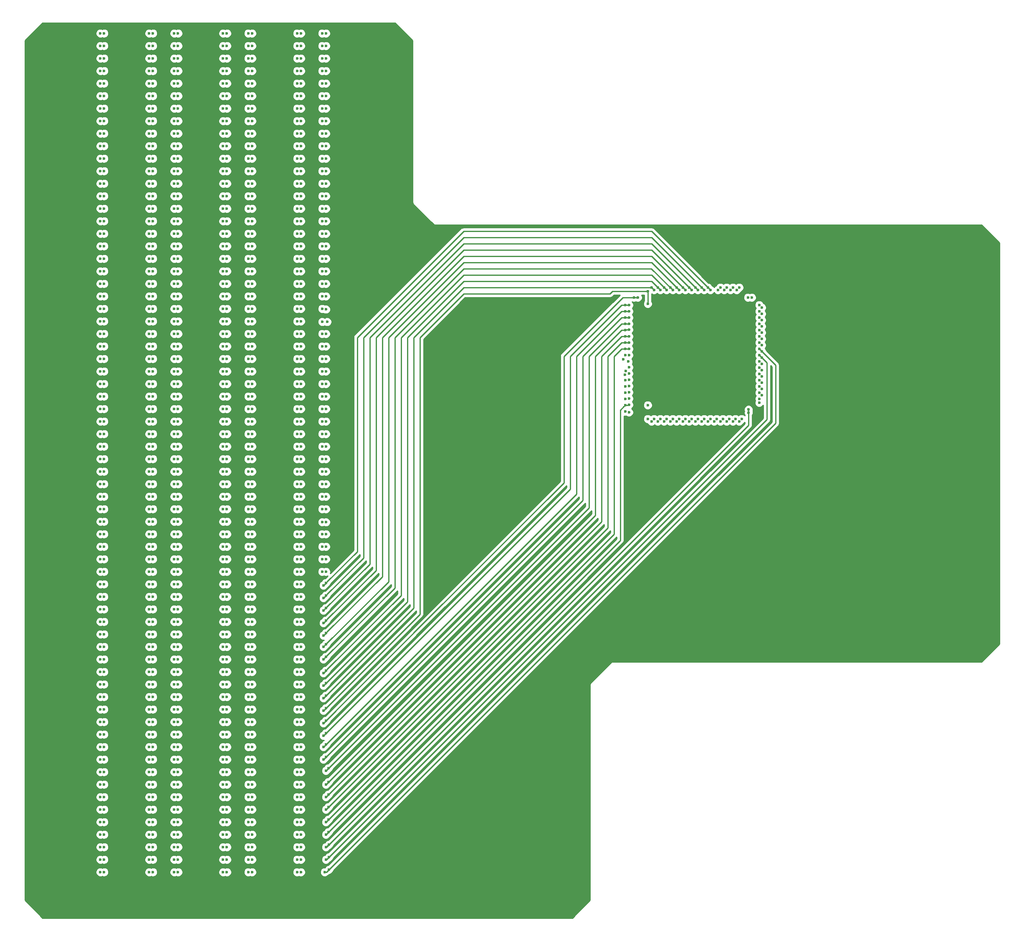
<source format=gbr>
G04 #@! TF.FileFunction,Copper,L2,Inr,Signal*
%FSLAX46Y46*%
G04 Gerber Fmt 4.6, Leading zero omitted, Abs format (unit mm)*
G04 Created by KiCad (PCBNEW 4.0.5) date Thursday, May 11, 2017 'PMt' 04:47:05 PM*
%MOMM*%
%LPD*%
G01*
G04 APERTURE LIST*
%ADD10C,0.100000*%
%ADD11C,0.600000*%
%ADD12C,0.254000*%
G04 APERTURE END LIST*
D10*
D11*
X67500000Y-205000000D03*
X67500000Y-200000000D03*
X67500000Y-195000000D03*
X67500000Y-190000000D03*
X67500000Y-185000000D03*
X67500000Y-180000000D03*
X67500000Y-175000000D03*
X67500000Y-170000000D03*
X67500000Y-165000000D03*
X67500000Y-160000000D03*
X67500000Y-155000000D03*
X67500000Y-150000000D03*
X67500000Y-145000000D03*
X67500000Y-140000000D03*
X67500000Y-135000000D03*
X67500000Y-130000000D03*
X67500000Y-125000000D03*
X67500000Y-120000000D03*
X67500000Y-115000000D03*
X67500000Y-110000000D03*
X67500000Y-105000000D03*
X67500000Y-100000000D03*
X67500000Y-95000000D03*
X67500000Y-90000000D03*
X67500000Y-85000000D03*
X67500000Y-80000000D03*
X67500000Y-75000000D03*
X67500000Y-70000000D03*
X67500000Y-65000000D03*
X67500000Y-60000000D03*
X67500000Y-55000000D03*
X67500000Y-50000000D03*
X67500000Y-45000000D03*
X67500000Y-40000000D03*
X67500000Y-35000000D03*
X130000000Y-35000000D03*
X135000000Y-35000000D03*
X140000000Y-35000000D03*
X140000000Y-40000000D03*
X135000000Y-40000000D03*
X140000000Y-45000000D03*
X67500000Y-210000000D03*
X80000000Y-210000000D03*
X95000000Y-210000000D03*
X110000000Y-210000000D03*
X125000000Y-210000000D03*
X130000000Y-205000000D03*
X130000000Y-210000000D03*
X135000000Y-210000000D03*
X135000000Y-205000000D03*
X175000000Y-210000000D03*
X160000000Y-210000000D03*
X165000000Y-210000000D03*
X165000000Y-205000000D03*
X215000000Y-150000000D03*
X210000000Y-150000000D03*
X205000000Y-150000000D03*
X200000000Y-150000000D03*
X195000000Y-150000000D03*
X200000000Y-145000000D03*
X205000000Y-145000000D03*
X210000000Y-145000000D03*
X215000000Y-145000000D03*
X220000000Y-145000000D03*
X225000000Y-140000000D03*
X220000000Y-140000000D03*
X215000000Y-140000000D03*
X210000000Y-140000000D03*
X205000000Y-140000000D03*
X210000000Y-135000000D03*
X215000000Y-135000000D03*
X220000000Y-135000000D03*
X225000000Y-135000000D03*
X230000000Y-135000000D03*
X235000000Y-130000000D03*
X230000000Y-130000000D03*
X225000000Y-130000000D03*
X220000000Y-130000000D03*
X215000000Y-130000000D03*
X220000000Y-125000000D03*
X225000000Y-125000000D03*
X230000000Y-125000000D03*
X235000000Y-125000000D03*
X240000000Y-125000000D03*
X245000000Y-120000000D03*
X240000000Y-120000000D03*
X235000000Y-120000000D03*
X230000000Y-120000000D03*
X225000000Y-120000000D03*
X230000000Y-115000000D03*
X235000000Y-115000000D03*
X240000000Y-115000000D03*
X245000000Y-115000000D03*
X245000000Y-110000000D03*
X240000000Y-110000000D03*
X235000000Y-110000000D03*
X230000000Y-110000000D03*
X230000000Y-105000000D03*
X235000000Y-105000000D03*
X240000000Y-105000000D03*
X245000000Y-105000000D03*
X245000000Y-100000000D03*
X240000000Y-100000000D03*
X235000000Y-100000000D03*
X230000000Y-100000000D03*
X225000000Y-95000000D03*
X230000000Y-95000000D03*
X235000000Y-95000000D03*
X240000000Y-95000000D03*
X245000000Y-95000000D03*
X240000000Y-90000000D03*
X235000000Y-90000000D03*
X230000000Y-90000000D03*
X225000000Y-90000000D03*
X220000000Y-90000000D03*
X210000000Y-90000000D03*
X205000000Y-90000000D03*
X200000000Y-90000000D03*
X195000000Y-90000000D03*
X190000000Y-95000000D03*
X195000000Y-95000000D03*
X200000000Y-95000000D03*
X205000000Y-95000000D03*
X210000000Y-95000000D03*
X210000000Y-110000000D03*
X205000000Y-110000000D03*
X200000000Y-110000000D03*
X195000000Y-110000000D03*
X190000000Y-105000000D03*
X190000000Y-100000000D03*
X195000000Y-100000000D03*
X200000000Y-100000000D03*
X205000000Y-100000000D03*
X210000000Y-100000000D03*
X210000000Y-105000000D03*
X205000000Y-105000000D03*
X200000000Y-105000000D03*
X195000000Y-105000000D03*
X170000000Y-115000000D03*
X165000000Y-115000000D03*
X160000000Y-115000000D03*
X155000000Y-115000000D03*
X155000000Y-110000000D03*
X160000000Y-110000000D03*
X165000000Y-110000000D03*
X170000000Y-110000000D03*
X170000000Y-105000000D03*
X165000000Y-105000000D03*
X160000000Y-105000000D03*
X155000000Y-105000000D03*
X150000000Y-100000000D03*
X155000000Y-100000000D03*
X160000000Y-100000000D03*
X165000000Y-100000000D03*
X170000000Y-100000000D03*
X170000000Y-95000000D03*
X165000000Y-95000000D03*
X160000000Y-95000000D03*
X155000000Y-95000000D03*
X150000000Y-95000000D03*
X155000000Y-90000000D03*
X160000000Y-90000000D03*
X165000000Y-90000000D03*
X170000000Y-90000000D03*
X195000000Y-75000000D03*
X200000000Y-75000000D03*
X200000000Y-80000000D03*
X205000000Y-85000000D03*
X205000000Y-80000000D03*
X205000000Y-75000000D03*
X210000000Y-80000000D03*
X210000000Y-75000000D03*
X215000000Y-80000000D03*
X215000000Y-75000000D03*
X220000000Y-80000000D03*
X225000000Y-80000000D03*
X220000000Y-75000000D03*
X225000000Y-75000000D03*
X230000000Y-75000000D03*
X230000000Y-80000000D03*
X235000000Y-80000000D03*
X235000000Y-75000000D03*
X240000000Y-75000000D03*
X245000000Y-75000000D03*
X250000000Y-75000000D03*
X255000000Y-75000000D03*
X260000000Y-115000000D03*
X260000000Y-110000000D03*
X260000000Y-105000000D03*
X260000000Y-100000000D03*
X260000000Y-95000000D03*
X255000000Y-90000000D03*
X260000000Y-90000000D03*
X260000000Y-85000000D03*
X260000000Y-80000000D03*
X255000000Y-80000000D03*
X255000000Y-85000000D03*
X250000000Y-85000000D03*
X250000000Y-80000000D03*
X245000000Y-80000000D03*
X240000000Y-80000000D03*
X245000000Y-85000000D03*
X250000000Y-90000000D03*
X255000000Y-95000000D03*
X255000000Y-100000000D03*
X255000000Y-105000000D03*
X255000000Y-110000000D03*
X255000000Y-115000000D03*
X255000000Y-120000000D03*
X260000000Y-120000000D03*
X255000000Y-125000000D03*
X260000000Y-125000000D03*
X260000000Y-130000000D03*
X255000000Y-130000000D03*
X250000000Y-130000000D03*
X245000000Y-135000000D03*
X250000000Y-135000000D03*
X255000000Y-135000000D03*
X260000000Y-135000000D03*
X260000000Y-140000000D03*
X255000000Y-140000000D03*
X250000000Y-140000000D03*
X245000000Y-140000000D03*
X240000000Y-140000000D03*
X235000000Y-145000000D03*
X240000000Y-145000000D03*
X245000000Y-145000000D03*
X250000000Y-145000000D03*
X255000000Y-145000000D03*
X260000000Y-145000000D03*
X260000000Y-150000000D03*
X255000000Y-150000000D03*
X250000000Y-150000000D03*
X245000000Y-150000000D03*
X240000000Y-150000000D03*
X235000000Y-150000000D03*
X230000000Y-150000000D03*
X225000000Y-155000000D03*
X230000000Y-155000000D03*
X235000000Y-155000000D03*
X240000000Y-155000000D03*
X245000000Y-155000000D03*
X250000000Y-155000000D03*
X255000000Y-155000000D03*
X260000000Y-155000000D03*
X260000000Y-160000000D03*
X255000000Y-160000000D03*
X250000000Y-160000000D03*
X245000000Y-160000000D03*
X240000000Y-160000000D03*
X235000000Y-160000000D03*
X230000000Y-160000000D03*
X225000000Y-160000000D03*
X220000000Y-160000000D03*
X215000000Y-160000000D03*
X210000000Y-160000000D03*
X205000000Y-160000000D03*
X200000000Y-160000000D03*
X195000000Y-160000000D03*
X190000000Y-160000000D03*
X180000000Y-165000000D03*
X185000000Y-160000000D03*
X180000000Y-160000000D03*
X175000000Y-160000000D03*
X170000000Y-165000000D03*
X175000000Y-165000000D03*
X175000000Y-170000000D03*
X170000000Y-170000000D03*
X165000000Y-170000000D03*
X160000000Y-175000000D03*
X165000000Y-175000000D03*
X170000000Y-175000000D03*
X175000000Y-175000000D03*
X175000000Y-180000000D03*
X170000000Y-180000000D03*
X165000000Y-180000000D03*
X160000000Y-180000000D03*
X155000000Y-180000000D03*
X155000000Y-185000000D03*
X160000000Y-185000000D03*
X165000000Y-185000000D03*
X170000000Y-185000000D03*
X175000000Y-185000000D03*
X175000000Y-190000000D03*
X170000000Y-190000000D03*
X165000000Y-190000000D03*
X160000000Y-190000000D03*
X155000000Y-190000000D03*
X150000000Y-190000000D03*
X150000000Y-185000000D03*
X145000000Y-190000000D03*
X140000000Y-195000000D03*
X135000000Y-200000000D03*
X140000000Y-200000000D03*
X145000000Y-200000000D03*
X145000000Y-195000000D03*
X150000000Y-195000000D03*
X155000000Y-195000000D03*
X160000000Y-195000000D03*
X165000000Y-195000000D03*
X170000000Y-195000000D03*
X175000000Y-195000000D03*
X175000000Y-200000000D03*
X170000000Y-200000000D03*
X165000000Y-200000000D03*
X160000000Y-200000000D03*
X155000000Y-200000000D03*
X150000000Y-200000000D03*
X150000000Y-205000000D03*
X150000000Y-210000000D03*
X145000000Y-210000000D03*
X126365000Y-204470000D03*
X80744000Y-204978000D03*
X95744000Y-204978000D03*
X79982000Y-204978000D03*
X94982000Y-204978000D03*
X89888000Y-204978000D03*
X104888000Y-204978000D03*
X90650000Y-204978000D03*
X105650000Y-204978000D03*
X110744000Y-204978000D03*
X109982000Y-204978000D03*
X119888000Y-204978000D03*
X120650000Y-204978000D03*
X214122000Y-99314000D03*
X125476000Y-204978000D03*
X213614000Y-98806000D03*
X126365000Y-201930000D03*
X80744000Y-202438000D03*
X95744000Y-202438000D03*
X110744000Y-202438000D03*
X79982000Y-202438000D03*
X94982000Y-202438000D03*
X109982000Y-202438000D03*
X89888000Y-202438000D03*
X104888000Y-202438000D03*
X119888000Y-202438000D03*
X90650000Y-202438000D03*
X105650000Y-202438000D03*
X120650000Y-202438000D03*
X214122000Y-100584000D03*
X125730000Y-202438000D03*
X213614000Y-100076000D03*
X126365000Y-199390000D03*
X211455054Y-111760000D03*
X211455000Y-111125000D03*
X80744000Y-199898000D03*
X95744000Y-199898000D03*
X110744000Y-199898000D03*
X79982000Y-199898000D03*
X94982000Y-199898000D03*
X109982000Y-199898000D03*
X89888000Y-199898000D03*
X104888000Y-199898000D03*
X119888000Y-199898000D03*
X90650000Y-199898000D03*
X105650000Y-199898000D03*
X120650000Y-199898000D03*
X125730000Y-199898000D03*
X80744000Y-197358000D03*
X95744000Y-197358000D03*
X110744000Y-197358000D03*
X79982000Y-197358000D03*
X94982000Y-197358000D03*
X109982000Y-197358000D03*
X89888000Y-197358000D03*
X104888000Y-197358000D03*
X119888000Y-197358000D03*
X90650000Y-197358000D03*
X105650000Y-197358000D03*
X120650000Y-197358000D03*
X187198000Y-110160000D03*
X126238000Y-196850000D03*
X125730000Y-197358000D03*
X186436000Y-110236000D03*
X187198000Y-98806000D03*
X186436000Y-98806000D03*
X80744000Y-194818000D03*
X95744000Y-194818000D03*
X110744000Y-194818000D03*
X79982000Y-194818000D03*
X94982000Y-194818000D03*
X109982000Y-194818000D03*
X89888000Y-194818000D03*
X104888000Y-194818000D03*
X119888000Y-194818000D03*
X90650000Y-194818000D03*
X105650000Y-194818000D03*
X120650000Y-194818000D03*
X126238000Y-194310000D03*
X125730000Y-194818000D03*
X187198000Y-97536000D03*
X186436000Y-97536000D03*
X80744000Y-192278000D03*
X95744000Y-192278000D03*
X110744000Y-192278000D03*
X79982000Y-192278000D03*
X94982000Y-192278000D03*
X109982000Y-192278000D03*
X89888000Y-192278000D03*
X104888000Y-192278000D03*
X119888000Y-192278000D03*
X90650000Y-192278000D03*
X105650000Y-192278000D03*
X120650000Y-192278000D03*
X126238000Y-191770000D03*
X125730000Y-192278000D03*
X187198000Y-96266000D03*
X186436000Y-96266000D03*
X80744000Y-189738000D03*
X95744000Y-189738000D03*
X110744000Y-189738000D03*
X79982000Y-189738000D03*
X94982000Y-189738000D03*
X109982000Y-189738000D03*
X89888000Y-189738000D03*
X104888000Y-189738000D03*
X119888000Y-189738000D03*
X90650000Y-189738000D03*
X105650000Y-189738000D03*
X120650000Y-189738000D03*
X126238000Y-189230000D03*
X125730000Y-189738000D03*
X186435992Y-94996000D03*
X80744000Y-187198000D03*
X95744000Y-187198000D03*
X110744000Y-187198000D03*
X79982000Y-187198000D03*
X94982000Y-187198000D03*
X109982000Y-187198000D03*
X89888000Y-187198000D03*
X104888000Y-187198000D03*
X119888000Y-187198000D03*
X90650000Y-187198000D03*
X105650000Y-187198000D03*
X120650000Y-187198000D03*
X187198000Y-94920000D03*
X126238000Y-186690000D03*
X125730000Y-187198000D03*
X187198000Y-93726000D03*
X186436006Y-93726000D03*
X80744000Y-184658000D03*
X95744000Y-184658000D03*
X110744000Y-184658000D03*
X79982000Y-184658000D03*
X94982000Y-184658000D03*
X109982000Y-184658000D03*
X89888000Y-184658000D03*
X104888000Y-184658000D03*
X119888000Y-184658000D03*
X90650000Y-184658000D03*
X105650000Y-184658000D03*
X120650000Y-184658000D03*
X126238000Y-183896000D03*
X125730000Y-184404000D03*
X186436000Y-92456000D03*
X187198000Y-92456000D03*
X80744000Y-182118000D03*
X95744000Y-182118000D03*
X110744000Y-182118000D03*
X79982000Y-182118000D03*
X94982000Y-182118000D03*
X109982000Y-182118000D03*
X89888000Y-182118000D03*
X104888000Y-182118000D03*
X119888000Y-182118000D03*
X90650000Y-182118000D03*
X105650000Y-182118000D03*
X120650000Y-182118000D03*
X125730000Y-181610000D03*
X125222000Y-182118000D03*
X187198000Y-91186000D03*
X186436000Y-91186008D03*
X80744000Y-179578000D03*
X95744000Y-179578000D03*
X110744000Y-179578000D03*
X79982000Y-179578000D03*
X94982000Y-179578000D03*
X109982000Y-179578000D03*
X89888000Y-179578000D03*
X104888000Y-179578000D03*
X119888000Y-179578000D03*
X90650000Y-179578000D03*
X105650000Y-179578000D03*
X120650000Y-179578000D03*
X125730000Y-179070000D03*
X125222000Y-179578000D03*
X186436000Y-89916000D03*
X187198000Y-89916000D03*
X80744000Y-177038000D03*
X95744000Y-177038000D03*
X110744000Y-177038000D03*
X79982000Y-177038000D03*
X94982000Y-177038000D03*
X109982000Y-177038000D03*
X89888000Y-177038000D03*
X104888000Y-177038000D03*
X119888000Y-177038000D03*
X90650000Y-177038000D03*
X105650000Y-177038000D03*
X120650000Y-177038000D03*
X125730000Y-176784000D03*
X125222000Y-177292000D03*
X188976000Y-88392000D03*
X80744000Y-174498000D03*
X95744000Y-174498000D03*
X110744000Y-174498000D03*
X79982000Y-174498000D03*
X94982000Y-174498000D03*
X109982000Y-174498000D03*
X89888000Y-174498000D03*
X104888000Y-174498000D03*
X119888000Y-174498000D03*
X90650000Y-174498000D03*
X105650000Y-174498000D03*
X120650000Y-174498000D03*
X125730000Y-174244000D03*
X125222000Y-174752000D03*
X188214000Y-88392000D03*
X80744000Y-171958000D03*
X95744000Y-171958000D03*
X110744000Y-171958000D03*
X79982000Y-171958000D03*
X94982000Y-171958000D03*
X109982000Y-171958000D03*
X89888000Y-171958000D03*
X104888000Y-171958000D03*
X119888000Y-171958000D03*
X90650000Y-171958000D03*
X105650000Y-171958000D03*
X120650000Y-171958000D03*
X191008000Y-89662000D03*
X125730000Y-171704000D03*
X125222000Y-172212000D03*
X191008000Y-87122000D03*
X191770000Y-86360000D03*
X192278000Y-86868000D03*
X80744000Y-169418000D03*
X95744000Y-169418000D03*
X110744000Y-169418000D03*
X79982000Y-169418000D03*
X94982000Y-169418000D03*
X109982000Y-169418000D03*
X89888000Y-169418000D03*
X104888000Y-169418000D03*
X119888000Y-169418000D03*
X90650000Y-169418000D03*
X105650000Y-169418000D03*
X120650000Y-169418000D03*
X125730000Y-169164000D03*
X125222000Y-169672000D03*
X193548000Y-86868000D03*
X193040014Y-86360000D03*
X80744000Y-166878000D03*
X95744000Y-166878000D03*
X110744000Y-166878000D03*
X79982000Y-166878000D03*
X94982000Y-166878000D03*
X109982000Y-166878000D03*
X89888000Y-166878000D03*
X104888000Y-166878000D03*
X119888000Y-166878000D03*
X90650000Y-166878000D03*
X105650000Y-166878000D03*
X120650000Y-166878000D03*
X125730000Y-166624000D03*
X125222000Y-167132000D03*
X80744000Y-164338000D03*
X95744000Y-164338000D03*
X110744000Y-164338000D03*
X79982000Y-164338000D03*
X94982000Y-164338000D03*
X109982000Y-164338000D03*
X89888000Y-164338000D03*
X104888000Y-164338000D03*
X119888000Y-164338000D03*
X90650000Y-164338000D03*
X105650000Y-164338000D03*
X120650000Y-164338000D03*
X194310000Y-86360000D03*
X125730000Y-164084000D03*
X125222000Y-164592000D03*
X194818000Y-86868000D03*
X80744000Y-161798000D03*
X95744000Y-161798000D03*
X110744000Y-161798000D03*
X79982000Y-161798000D03*
X94982000Y-161798000D03*
X109982000Y-161798000D03*
X89888000Y-161798000D03*
X104888000Y-161798000D03*
X119888000Y-161798000D03*
X90650000Y-161798000D03*
X105650000Y-161798000D03*
X120650000Y-161798000D03*
X195580000Y-86360000D03*
X125730000Y-161290000D03*
X125222000Y-161798000D03*
X196088000Y-86868000D03*
X80744000Y-159258000D03*
X95744000Y-159258000D03*
X110744000Y-159258000D03*
X79982000Y-159258000D03*
X94982000Y-159258000D03*
X109982000Y-159258000D03*
X89888000Y-159258000D03*
X104888000Y-159258000D03*
X119888000Y-159258000D03*
X90650000Y-159258000D03*
X105650000Y-159258000D03*
X120650000Y-159258000D03*
X196850000Y-86360000D03*
X125730000Y-158750000D03*
X125222000Y-159258000D03*
X197358000Y-86868000D03*
X80744000Y-156718000D03*
X95744000Y-156718000D03*
X110744000Y-156718000D03*
X79982000Y-156718000D03*
X94982000Y-156718000D03*
X109982000Y-156718000D03*
X89888000Y-156718000D03*
X104888000Y-156718000D03*
X119888000Y-156718000D03*
X90650000Y-156718000D03*
X105650000Y-156718000D03*
X120650000Y-156718000D03*
X198120000Y-86360000D03*
X125730000Y-156464000D03*
X125222000Y-156972000D03*
X198628000Y-86868000D03*
X80744000Y-154178000D03*
X95744000Y-154178000D03*
X110744000Y-154178000D03*
X79982000Y-154178000D03*
X94982000Y-154178000D03*
X109982000Y-154178000D03*
X89888000Y-154178000D03*
X104888000Y-154178000D03*
X119888000Y-154178000D03*
X90650000Y-154178000D03*
X105650000Y-154178000D03*
X120650000Y-154178000D03*
X199390000Y-86360000D03*
X125730000Y-153924000D03*
X125222000Y-154432000D03*
X199898000Y-86868000D03*
X80744000Y-151638000D03*
X95744000Y-151638000D03*
X110744000Y-151638000D03*
X79982000Y-151638000D03*
X94982000Y-151638000D03*
X109982000Y-151638000D03*
X89888000Y-151638000D03*
X104888000Y-151638000D03*
X119888000Y-151638000D03*
X90650000Y-151638000D03*
X105650000Y-151638000D03*
X120650000Y-151638000D03*
X200660000Y-86360000D03*
X125730000Y-151384000D03*
X125222000Y-151892000D03*
X201168000Y-86868000D03*
X80744000Y-149098000D03*
X95744000Y-149098000D03*
X110744000Y-149098000D03*
X79982000Y-149098000D03*
X94982000Y-149098000D03*
X109982000Y-149098000D03*
X89888000Y-149098000D03*
X104888000Y-149098000D03*
X119888000Y-149098000D03*
X90650000Y-149098000D03*
X105650000Y-149098000D03*
X120650000Y-149098000D03*
X201930000Y-86360000D03*
X125730000Y-148844000D03*
X125222000Y-149352000D03*
X202438000Y-86868000D03*
X80744000Y-146558000D03*
X95744000Y-146558000D03*
X110744000Y-146558000D03*
X79982000Y-146558000D03*
X94982000Y-146558000D03*
X109982000Y-146558000D03*
X89888000Y-146558000D03*
X104888000Y-146558000D03*
X119888000Y-146558000D03*
X90650000Y-146558000D03*
X105650000Y-146558000D03*
X120650000Y-146558000D03*
X203200000Y-86360000D03*
X125730000Y-146304000D03*
X125222000Y-146812000D03*
X203708000Y-86868000D03*
X80744000Y-144018000D03*
X95744000Y-144018000D03*
X110744000Y-144018000D03*
X79982000Y-144018000D03*
X94982000Y-144018000D03*
X109982000Y-144018000D03*
X89888000Y-144018000D03*
X104888000Y-144018000D03*
X119888000Y-144018000D03*
X90650000Y-144018000D03*
X105650000Y-144018000D03*
X120650000Y-144018000D03*
X205740000Y-86360000D03*
X125730000Y-144018000D03*
X124968000Y-144018000D03*
X205232000Y-86868000D03*
X80744000Y-141478000D03*
X95744000Y-141478000D03*
X110744000Y-141478000D03*
X79982000Y-141478000D03*
X94982000Y-141478000D03*
X109982000Y-141478000D03*
X89888000Y-141478000D03*
X104888000Y-141478000D03*
X119888000Y-141478000D03*
X90650000Y-141478000D03*
X105650000Y-141478000D03*
X120650000Y-141478000D03*
X207010000Y-86360000D03*
X125730000Y-141478000D03*
X124968000Y-141478000D03*
X206502000Y-86868000D03*
X80744000Y-138938000D03*
X95744000Y-138938000D03*
X110744000Y-138938000D03*
X79982000Y-138938000D03*
X94982000Y-138938000D03*
X109982000Y-138938000D03*
X89888000Y-138938000D03*
X104888000Y-138938000D03*
X119888000Y-138938000D03*
X90650000Y-138938000D03*
X105650000Y-138938000D03*
X120650000Y-138938000D03*
X208280000Y-86360000D03*
X125730000Y-138938000D03*
X124968000Y-138938000D03*
X207772000Y-86868000D03*
X209550000Y-86360000D03*
X80744000Y-136398000D03*
X95744000Y-136398000D03*
X110744000Y-136398000D03*
X79982000Y-136398000D03*
X94982000Y-136398000D03*
X109982000Y-136398000D03*
X89888000Y-136398000D03*
X104888000Y-136398000D03*
X119888000Y-136398000D03*
X90650000Y-136398000D03*
X105650000Y-136398000D03*
X120650000Y-136398000D03*
X125730000Y-136398000D03*
X124968000Y-136398000D03*
X209042000Y-86868000D03*
X80744000Y-133858000D03*
X95744000Y-133858000D03*
X110744000Y-133858000D03*
X79982000Y-133858000D03*
X94982000Y-133858000D03*
X109982000Y-133858000D03*
X89888000Y-133858000D03*
X104888000Y-133858000D03*
X119888000Y-133858000D03*
X90650000Y-133858000D03*
X105650000Y-133858000D03*
X120650000Y-133858000D03*
X212090000Y-88392000D03*
X125730000Y-133970000D03*
X124968000Y-133970000D03*
X211328000Y-88392000D03*
X80744000Y-131318000D03*
X95744000Y-131318000D03*
X110744000Y-131318000D03*
X79982000Y-131318000D03*
X94982000Y-131318000D03*
X109982000Y-131318000D03*
X89888000Y-131318000D03*
X104888000Y-131318000D03*
X119888000Y-131318000D03*
X90650000Y-131318000D03*
X105650000Y-131318000D03*
X120650000Y-131318000D03*
X214122000Y-90424000D03*
X125730000Y-131318000D03*
X124968000Y-131318000D03*
X213614000Y-89916000D03*
X80744000Y-128778000D03*
X95744000Y-128778000D03*
X110744000Y-128778000D03*
X79982000Y-128778000D03*
X94982000Y-128778000D03*
X109982000Y-128778000D03*
X89888000Y-128778000D03*
X104888000Y-128778000D03*
X119888000Y-128778000D03*
X90650000Y-128778000D03*
X105650000Y-128778000D03*
X120650000Y-128778000D03*
X214122000Y-91694000D03*
X125730000Y-128778000D03*
X124968000Y-128778000D03*
X213614000Y-91186000D03*
X80744000Y-126238000D03*
X95744000Y-126238000D03*
X110744000Y-126238000D03*
X79982000Y-126238000D03*
X94982000Y-126238000D03*
X109982000Y-126238000D03*
X89888000Y-126238000D03*
X104888000Y-126238000D03*
X119888000Y-126238000D03*
X90650000Y-126238000D03*
X105650000Y-126238000D03*
X120650000Y-126238000D03*
X214122000Y-92964000D03*
X125730000Y-126238000D03*
X124968000Y-126238000D03*
X213614000Y-92456000D03*
X80744000Y-123698000D03*
X95744000Y-123698000D03*
X110744000Y-123698000D03*
X79982000Y-123698000D03*
X94982000Y-123698000D03*
X109982000Y-123698000D03*
X89888000Y-123698000D03*
X104888000Y-123698000D03*
X119888000Y-123698000D03*
X90650000Y-123698000D03*
X105650000Y-123698000D03*
X120650000Y-123698000D03*
X214122000Y-94234000D03*
X125730000Y-123698000D03*
X124968000Y-123698000D03*
X213614000Y-93726000D03*
X80744000Y-121158000D03*
X95744000Y-121158000D03*
X110744000Y-121158000D03*
X79982000Y-121158000D03*
X94982000Y-121158000D03*
X109982000Y-121158000D03*
X89888000Y-121158000D03*
X104888000Y-121158000D03*
X119888000Y-121158000D03*
X90650000Y-121158000D03*
X105650000Y-121158000D03*
X120650000Y-121158000D03*
X214122000Y-95504000D03*
X125730000Y-121158000D03*
X124968000Y-121158000D03*
X213614000Y-94996000D03*
X80744000Y-118618000D03*
X95744000Y-118618000D03*
X110744000Y-118618000D03*
X79982000Y-118618000D03*
X94982000Y-118618000D03*
X109982000Y-118618000D03*
X89888000Y-118618000D03*
X104888000Y-118618000D03*
X119888000Y-118618000D03*
X90650000Y-118618000D03*
X105650000Y-118618000D03*
X120650000Y-118618000D03*
X214122000Y-96774000D03*
X125730000Y-118618000D03*
X124968000Y-118618000D03*
X213614000Y-96266000D03*
X80744000Y-116078000D03*
X95744000Y-116078000D03*
X110744000Y-116078000D03*
X79982000Y-116078000D03*
X94982000Y-116078000D03*
X109982000Y-116078000D03*
X89888000Y-116078000D03*
X104888000Y-116078000D03*
X119888000Y-116078000D03*
X90650000Y-116078000D03*
X105650000Y-116078000D03*
X120650000Y-116078000D03*
X214122000Y-98044000D03*
X125730000Y-116078000D03*
X124968000Y-116078000D03*
X213614000Y-97536000D03*
X80744000Y-113538000D03*
X95744000Y-113538000D03*
X110744000Y-113538000D03*
X79982000Y-113538000D03*
X94982000Y-113538000D03*
X109982000Y-113538000D03*
X89888000Y-113538000D03*
X104888000Y-113538000D03*
X119888000Y-113538000D03*
X90650000Y-113538000D03*
X105650000Y-113538000D03*
X120650000Y-113538000D03*
X214122000Y-101854000D03*
X125730000Y-113538000D03*
X124968000Y-113538000D03*
X213614000Y-101346000D03*
X80744000Y-110998000D03*
X95744000Y-110998000D03*
X110744000Y-110998000D03*
X79982000Y-110998000D03*
X94982000Y-110998000D03*
X109982000Y-110998000D03*
X89888000Y-110998000D03*
X104888000Y-110998000D03*
X119888000Y-110998000D03*
X90650000Y-110998000D03*
X105650000Y-110998000D03*
X120650000Y-110998000D03*
X214122000Y-103124000D03*
X125730000Y-110998000D03*
X124968000Y-110998000D03*
X213614000Y-102616000D03*
X80744000Y-108458000D03*
X95744000Y-108458000D03*
X110744000Y-108458000D03*
X79982000Y-108458000D03*
X94982000Y-108458000D03*
X109982000Y-108458000D03*
X89888000Y-108458000D03*
X104888000Y-108458000D03*
X119888000Y-108458000D03*
X90650000Y-108458000D03*
X105650000Y-108458000D03*
X120650000Y-108458000D03*
X214122000Y-104394000D03*
X125730000Y-108458000D03*
X124968000Y-108458000D03*
X213614000Y-103886000D03*
X80744000Y-105918000D03*
X95744000Y-105918000D03*
X110744000Y-105918000D03*
X79982000Y-105918000D03*
X94982000Y-105918000D03*
X109982000Y-105918000D03*
X89888000Y-105918000D03*
X104888000Y-105918000D03*
X119888000Y-105918000D03*
X90650000Y-105918000D03*
X105650000Y-105918000D03*
X120650000Y-105918000D03*
X214122000Y-105664000D03*
X125730000Y-105918000D03*
X124968000Y-105918000D03*
X213614000Y-105156000D03*
X80744000Y-103378000D03*
X95744000Y-103378000D03*
X110744000Y-103378000D03*
X79982000Y-103378000D03*
X94982000Y-103378000D03*
X109982000Y-103378000D03*
X89888000Y-103378000D03*
X104888000Y-103378000D03*
X119888000Y-103378000D03*
X90650000Y-103378000D03*
X105650000Y-103378000D03*
X120650000Y-103378000D03*
X214122000Y-106934000D03*
X125730000Y-103378000D03*
X124968000Y-103378000D03*
X213614000Y-106426000D03*
X80744000Y-100838000D03*
X95744000Y-100838000D03*
X110744000Y-100838000D03*
X79982000Y-100838000D03*
X94982000Y-100838000D03*
X109982000Y-100838000D03*
X89888000Y-100838000D03*
X104888000Y-100838000D03*
X119888000Y-100838000D03*
X90650000Y-100838000D03*
X105650000Y-100838000D03*
X120650000Y-100838000D03*
X214122000Y-108204000D03*
X125730000Y-100838000D03*
X124968000Y-100838000D03*
X213614000Y-107696000D03*
X80744000Y-98298000D03*
X95744000Y-98298000D03*
X110744000Y-98298000D03*
X79982000Y-98298000D03*
X94982000Y-98298000D03*
X109982000Y-98298000D03*
X89888000Y-98298000D03*
X104888000Y-98298000D03*
X119888000Y-98298000D03*
X90650000Y-98298000D03*
X105650000Y-98298000D03*
X120650000Y-98298000D03*
X213614000Y-109728000D03*
X125730000Y-98298000D03*
X124968000Y-98298000D03*
X213614000Y-108966000D03*
X80744000Y-95758000D03*
X95744000Y-95758000D03*
X110744000Y-95758000D03*
X79982000Y-95758000D03*
X94982000Y-95758000D03*
X109982000Y-95758000D03*
X89888000Y-95758000D03*
X104888000Y-95758000D03*
X119888000Y-95758000D03*
X90650000Y-95758000D03*
X105650000Y-95758000D03*
X120650000Y-95758000D03*
X209550000Y-113538000D03*
X125730000Y-95758000D03*
X124968000Y-95758000D03*
X210058000Y-113030000D03*
X80744000Y-93218000D03*
X95744000Y-93218000D03*
X110744000Y-93218000D03*
X79982000Y-93218000D03*
X94982000Y-93218000D03*
X109982000Y-93218000D03*
X89888000Y-93218000D03*
X104888000Y-93218000D03*
X119888000Y-93218000D03*
X90650000Y-93218000D03*
X105650000Y-93218000D03*
X120650000Y-93218000D03*
X208280000Y-113538000D03*
X125984000Y-93330000D03*
X124968000Y-93330000D03*
X208788000Y-113030000D03*
X125730000Y-90805000D03*
X80744000Y-90678000D03*
X95744000Y-90678000D03*
X110744000Y-90678000D03*
X79982000Y-90678000D03*
X94982000Y-90678000D03*
X109982000Y-90678000D03*
X89888000Y-90678000D03*
X104888000Y-90678000D03*
X119888000Y-90678000D03*
X90650000Y-90678000D03*
X105650000Y-90678000D03*
X120650000Y-90678000D03*
X207010000Y-113538000D03*
X124968000Y-90678000D03*
X207518000Y-113030000D03*
X80744000Y-88138000D03*
X95744000Y-88138000D03*
X110744000Y-88138000D03*
X79982000Y-88138000D03*
X94982000Y-88138000D03*
X109982000Y-88138000D03*
X89888000Y-88138000D03*
X104888000Y-88138000D03*
X119888000Y-88138000D03*
X90650000Y-88138000D03*
X105650000Y-88138000D03*
X120650000Y-88138000D03*
X205740000Y-113538000D03*
X125730000Y-88138000D03*
X124968000Y-88138000D03*
X206248000Y-113030000D03*
X80744000Y-85598000D03*
X95744000Y-85598000D03*
X110744000Y-85598000D03*
X79982000Y-85598000D03*
X94982000Y-85598000D03*
X109982000Y-85598000D03*
X89888000Y-85598000D03*
X104888000Y-85598000D03*
X119888000Y-85598000D03*
X90650000Y-85598000D03*
X105650000Y-85598000D03*
X120650000Y-85598000D03*
X204470000Y-113538000D03*
X125730000Y-85598000D03*
X124968000Y-85598000D03*
X204978000Y-113030000D03*
X80744000Y-83058000D03*
X95744000Y-83058000D03*
X110744000Y-83058000D03*
X79982000Y-83058000D03*
X94982000Y-83058000D03*
X109982000Y-83058000D03*
X89888000Y-83058000D03*
X104888000Y-83058000D03*
X119888000Y-83058000D03*
X90650000Y-83058000D03*
X105650000Y-83058000D03*
X120650000Y-83058000D03*
X203200000Y-113538000D03*
X125730000Y-83058000D03*
X124968000Y-83058000D03*
X203708000Y-113030000D03*
X80744000Y-80518000D03*
X95744000Y-80518000D03*
X110744000Y-80518000D03*
X79982000Y-80518000D03*
X94982000Y-80518000D03*
X109982000Y-80518000D03*
X89888000Y-80518000D03*
X104888000Y-80518000D03*
X119888000Y-80518000D03*
X90650000Y-80518000D03*
X105650000Y-80518000D03*
X120650000Y-80518000D03*
X201930000Y-113538000D03*
X125730000Y-80518000D03*
X124968000Y-80518000D03*
X202438000Y-113030000D03*
X80744000Y-77978000D03*
X95744000Y-77978000D03*
X110744000Y-77978000D03*
X79982000Y-77978000D03*
X94982000Y-77978000D03*
X109982000Y-77978000D03*
X89888000Y-77978000D03*
X104888000Y-77978000D03*
X119888000Y-77978000D03*
X90650000Y-77978000D03*
X105650000Y-77978000D03*
X120650000Y-77978000D03*
X200660000Y-113538000D03*
X125730000Y-77978000D03*
X124968000Y-77978000D03*
X201168000Y-113030000D03*
X80744000Y-75438000D03*
X95744000Y-75438000D03*
X110744000Y-75438000D03*
X79982000Y-75438000D03*
X94982000Y-75438000D03*
X109982000Y-75438000D03*
X89888000Y-75438000D03*
X104888000Y-75438000D03*
X119888000Y-75438000D03*
X90650000Y-75438000D03*
X105650000Y-75438000D03*
X120650000Y-75438000D03*
X199390000Y-113538000D03*
X125730000Y-75438000D03*
X124968000Y-75438000D03*
X199898000Y-113030000D03*
X80744000Y-72898000D03*
X95744000Y-72898000D03*
X110744000Y-72898000D03*
X79982000Y-72898000D03*
X94982000Y-72898000D03*
X109982000Y-72898000D03*
X89888000Y-72898000D03*
X104888000Y-72898000D03*
X119888000Y-72898000D03*
X90650000Y-72898000D03*
X105650000Y-72898000D03*
X120650000Y-72898000D03*
X198120000Y-113538000D03*
X125730000Y-72898000D03*
X124968000Y-72898000D03*
X198628000Y-113030000D03*
X80744000Y-70358000D03*
X95744000Y-70358000D03*
X110744000Y-70358000D03*
X79982000Y-70358000D03*
X94982000Y-70358000D03*
X109982000Y-70358000D03*
X89888000Y-70358000D03*
X104888000Y-70358000D03*
X119888000Y-70358000D03*
X90650000Y-70358000D03*
X105650000Y-70358000D03*
X120650000Y-70358000D03*
X196850000Y-113538000D03*
X125730000Y-70358000D03*
X124968000Y-70358000D03*
X197358000Y-113030000D03*
X80744000Y-67818000D03*
X95744000Y-67818000D03*
X110744000Y-67818000D03*
X79982000Y-67818000D03*
X94982000Y-67818000D03*
X109982000Y-67818000D03*
X89888000Y-67818000D03*
X104888000Y-67818000D03*
X119888000Y-67818000D03*
X90650000Y-67818000D03*
X105650000Y-67818000D03*
X120650000Y-67818000D03*
X195580000Y-113538000D03*
X125730000Y-67818000D03*
X124968000Y-67818000D03*
X196088000Y-113030000D03*
X80744000Y-65278000D03*
X95744000Y-65278000D03*
X110744000Y-65278000D03*
X79982000Y-65278000D03*
X94982000Y-65278000D03*
X109982000Y-65278000D03*
X89888000Y-65278000D03*
X104888000Y-65278000D03*
X119888000Y-65278000D03*
X90650000Y-65278000D03*
X105650000Y-65278000D03*
X120650000Y-65278000D03*
X194310000Y-113538000D03*
X125730000Y-65278000D03*
X124968000Y-65278000D03*
X194818000Y-113030000D03*
X80744000Y-62738000D03*
X95744000Y-62738000D03*
X110744000Y-62738000D03*
X79982000Y-62738000D03*
X94982000Y-62738000D03*
X109982000Y-62738000D03*
X89888000Y-62738000D03*
X104888000Y-62738000D03*
X119888000Y-62738000D03*
X90650000Y-62738000D03*
X105650000Y-62738000D03*
X120650000Y-62738000D03*
X193040000Y-113538000D03*
X125730000Y-62738000D03*
X124968000Y-62738000D03*
X193548000Y-113030000D03*
X80744000Y-60198000D03*
X95744000Y-60198000D03*
X110744000Y-60198000D03*
X79982000Y-60198000D03*
X94982000Y-60198000D03*
X109982000Y-60198000D03*
X89888000Y-60198000D03*
X104888000Y-60198000D03*
X119888000Y-60198000D03*
X90650000Y-60198000D03*
X105650000Y-60198000D03*
X120650000Y-60198000D03*
X191770000Y-113538000D03*
X125730000Y-60198000D03*
X124968000Y-60198000D03*
X192278000Y-113030000D03*
X80744000Y-57658000D03*
X95744000Y-57658000D03*
X110744000Y-57658000D03*
X79982000Y-57658000D03*
X94982000Y-57658000D03*
X109982000Y-57658000D03*
X89888000Y-57658000D03*
X104888000Y-57658000D03*
X119888000Y-57658000D03*
X90650000Y-57658000D03*
X105650000Y-57658000D03*
X120650000Y-57658000D03*
X191008000Y-110236000D03*
X125730000Y-57658000D03*
X124968000Y-57658000D03*
X191008000Y-113030000D03*
X80744000Y-55118000D03*
X95744000Y-55118000D03*
X110744000Y-55118000D03*
X79982000Y-55118000D03*
X94982000Y-55118000D03*
X109982000Y-55118000D03*
X89888000Y-55118000D03*
X104888000Y-55118000D03*
X119888000Y-55118000D03*
X90650000Y-55118000D03*
X105650000Y-55118000D03*
X120650000Y-55118000D03*
X187198000Y-111680000D03*
X125730000Y-55118000D03*
X124968000Y-55118000D03*
X186436000Y-111506000D03*
X80744000Y-52578000D03*
X95744000Y-52578000D03*
X110744000Y-52578000D03*
X79982000Y-52578000D03*
X94982000Y-52578000D03*
X109982000Y-52578000D03*
X89888000Y-52578000D03*
X104888000Y-52578000D03*
X119888000Y-52578000D03*
X90650000Y-52578000D03*
X105650000Y-52578000D03*
X120650000Y-52578000D03*
X187198000Y-108890000D03*
X125730000Y-52578000D03*
X124968000Y-52578000D03*
X186436000Y-108966000D03*
X80744000Y-50038000D03*
X95744000Y-50038000D03*
X110744000Y-50038000D03*
X79982000Y-50038000D03*
X94982000Y-50038000D03*
X109982000Y-50038000D03*
X89888000Y-50038000D03*
X104888000Y-50038000D03*
X119888000Y-50038000D03*
X90650000Y-50038000D03*
X105650000Y-50038000D03*
X120650000Y-50038000D03*
X187198000Y-107620000D03*
X125730000Y-50038000D03*
X124968000Y-50038000D03*
X186436000Y-107696000D03*
X80744000Y-47498000D03*
X95744000Y-47498000D03*
X110744000Y-47498000D03*
X79982000Y-47498000D03*
X94982000Y-47498000D03*
X109982000Y-47498000D03*
X89888000Y-47498000D03*
X104888000Y-47498000D03*
X119888000Y-47498000D03*
X90650000Y-47498000D03*
X105650000Y-47498000D03*
X120650000Y-47498000D03*
X187198000Y-106350000D03*
X125730000Y-47498000D03*
X124968000Y-47498000D03*
X186436000Y-106426000D03*
X80744000Y-44958000D03*
X95744000Y-44958000D03*
X110744000Y-44958000D03*
X79982000Y-44958000D03*
X94982000Y-44958000D03*
X109982000Y-44958000D03*
X89888000Y-44958000D03*
X104888000Y-44958000D03*
X119888000Y-44958000D03*
X90650000Y-44958000D03*
X105650000Y-44958000D03*
X120650000Y-44958000D03*
X187198000Y-105080000D03*
X125730000Y-44958000D03*
X124968000Y-44958000D03*
X186436000Y-105156000D03*
X187203402Y-103814151D03*
X186384592Y-104107068D03*
X80744000Y-42418000D03*
X95744000Y-42418000D03*
X110744000Y-42418000D03*
X79982000Y-42418000D03*
X94982000Y-42418000D03*
X109982000Y-42418000D03*
X89888000Y-42418000D03*
X104888000Y-42418000D03*
X119888000Y-42418000D03*
X90650000Y-42418000D03*
X105650000Y-42418000D03*
X120650000Y-42418000D03*
X125730000Y-42418000D03*
X124968000Y-42418000D03*
X186566521Y-103324731D03*
X80744000Y-39878000D03*
X95744000Y-39878000D03*
X110744000Y-39878000D03*
X79982000Y-39878000D03*
X94982000Y-39878000D03*
X109982000Y-39878000D03*
X89888000Y-39878000D03*
X104888000Y-39878000D03*
X119888000Y-39878000D03*
X90650000Y-39878000D03*
X105650000Y-39878000D03*
X120650000Y-39878000D03*
X187198000Y-102540000D03*
X125730000Y-39878000D03*
X124968000Y-39878000D03*
X186055000Y-100965018D03*
X187066210Y-101400626D03*
X80744000Y-37338000D03*
X95744000Y-37338000D03*
X110744000Y-37338000D03*
X79982000Y-37338000D03*
X94982000Y-37338000D03*
X109982000Y-37338000D03*
X89888000Y-37338000D03*
X104888000Y-37338000D03*
X119888000Y-37338000D03*
X90650000Y-37338000D03*
X105650000Y-37338000D03*
X120650000Y-37338000D03*
X125730000Y-37338000D03*
X124968000Y-37338000D03*
X187198000Y-100076000D03*
X186436000Y-100076000D03*
X80744000Y-34798000D03*
X95744000Y-34798000D03*
X110744000Y-34798000D03*
X79982000Y-34798000D03*
X94982000Y-34798000D03*
X109982000Y-34798000D03*
X89888000Y-34798000D03*
X104888000Y-34798000D03*
X119888000Y-34798000D03*
X90650000Y-34798000D03*
X105650000Y-34798000D03*
X120650000Y-34798000D03*
X125730000Y-34798000D03*
X124968000Y-34798000D03*
D12*
X145000000Y-210000000D02*
X150000000Y-210000000D01*
X213614000Y-98806000D02*
X216916000Y-102108000D01*
X216916000Y-102108000D02*
X216916000Y-113919000D01*
X216916000Y-113919000D02*
X126365000Y-204470000D01*
X126365000Y-204470000D02*
X125857000Y-204978000D01*
X125857000Y-204978000D02*
X125476000Y-204978000D01*
X213614000Y-100076000D02*
X215138000Y-101600000D01*
X215138000Y-101600000D02*
X215138000Y-113157000D01*
X215138000Y-113157000D02*
X126365000Y-201930000D01*
X126365000Y-201930000D02*
X125857000Y-202438000D01*
X125857000Y-202438000D02*
X125730000Y-202438000D01*
X211455054Y-111760000D02*
X211455054Y-111125054D01*
X211455054Y-111125054D02*
X211455000Y-111125000D01*
X125730000Y-199898000D02*
X126238000Y-199390000D01*
X126238000Y-199390000D02*
X126365000Y-199390000D01*
X126664999Y-199090001D02*
X126365000Y-199390000D01*
X211455054Y-111760000D02*
X211455054Y-114299946D01*
X211455054Y-114299946D02*
X126664999Y-199090001D01*
X125730000Y-200025000D02*
X126365000Y-199390000D01*
X126238000Y-196850000D02*
X185420000Y-137668000D01*
X185420000Y-137668000D02*
X185420000Y-111252000D01*
X185420000Y-111252000D02*
X186136001Y-110535999D01*
X186136001Y-110535999D02*
X186436000Y-110236000D01*
X186436000Y-110236000D02*
X187122000Y-110236000D01*
X187122000Y-110236000D02*
X187198000Y-110160000D01*
X126238000Y-196850000D02*
X125730000Y-197358000D01*
X186436000Y-98806000D02*
X185674000Y-98806000D01*
X185674000Y-98806000D02*
X184150000Y-100330000D01*
X184150000Y-100330000D02*
X184150000Y-136398000D01*
X184150000Y-136398000D02*
X125730000Y-194818000D01*
X186436000Y-98806000D02*
X187198000Y-98806000D01*
X186436000Y-97536000D02*
X185674000Y-97536000D01*
X185674000Y-97536000D02*
X182880000Y-100330000D01*
X182880000Y-100330000D02*
X182880000Y-135128000D01*
X182880000Y-135128000D02*
X125730000Y-192278000D01*
X186436000Y-97536000D02*
X187198000Y-97536000D01*
X186436000Y-96266000D02*
X185674000Y-96266000D01*
X185674000Y-96266000D02*
X181610000Y-100330000D01*
X181610000Y-100330000D02*
X181610000Y-133858000D01*
X181610000Y-133858000D02*
X125730000Y-189738000D01*
X186436000Y-96266000D02*
X187198000Y-96266000D01*
X186435992Y-94996000D02*
X185674000Y-94996000D01*
X185674000Y-94996000D02*
X180340000Y-100330000D01*
X180340000Y-100330000D02*
X180340000Y-132588000D01*
X180340000Y-132588000D02*
X125730000Y-187198000D01*
X187198000Y-94920000D02*
X186511992Y-94920000D01*
X186511992Y-94920000D02*
X186435992Y-94996000D01*
X186436006Y-93726000D02*
X185674000Y-93726000D01*
X185674000Y-93726000D02*
X179070000Y-100330000D01*
X179070000Y-100330000D02*
X179070000Y-131064000D01*
X179070000Y-131064000D02*
X125730000Y-184404000D01*
X186436006Y-93726000D02*
X187198000Y-93726000D01*
X186436000Y-92456000D02*
X185674000Y-92456000D01*
X185674000Y-92456000D02*
X177800000Y-100330000D01*
X177800000Y-100330000D02*
X177800000Y-129540000D01*
X177800000Y-129540000D02*
X125222000Y-182118000D01*
X187198000Y-92456000D02*
X186436000Y-92456000D01*
X125730000Y-179070000D02*
X176530000Y-128270000D01*
X176530000Y-128270000D02*
X176530000Y-100330000D01*
X176530000Y-100330000D02*
X185673992Y-91186008D01*
X185673992Y-91186008D02*
X186011736Y-91186008D01*
X186011736Y-91186008D02*
X186436000Y-91186008D01*
X187197992Y-91186008D02*
X187198000Y-91186000D01*
X186436000Y-91186008D02*
X187197992Y-91186008D01*
X125730000Y-179070000D02*
X125222000Y-179578000D01*
X125222000Y-177292000D02*
X175260000Y-127254000D01*
X175260000Y-100330000D02*
X185674000Y-89916000D01*
X175260000Y-127254000D02*
X175260000Y-100330000D01*
X185674000Y-89916000D02*
X186011736Y-89916000D01*
X186011736Y-89916000D02*
X186436000Y-89916000D01*
X187198000Y-89916000D02*
X186436000Y-89916000D01*
X188214000Y-88392000D02*
X185928000Y-88392000D01*
X185928000Y-88392000D02*
X173990000Y-100330000D01*
X173990000Y-100330000D02*
X173990000Y-125984000D01*
X173990000Y-125984000D02*
X146000000Y-153974000D01*
X146000000Y-153974000D02*
X125222000Y-174752000D01*
X188214000Y-88392000D02*
X188976000Y-88392000D01*
X191008000Y-87122000D02*
X183878000Y-87122000D01*
X144780000Y-152654000D02*
X143764000Y-153670000D01*
X183878000Y-87122000D02*
X183370000Y-87630000D01*
X183370000Y-87630000D02*
X153670000Y-87630000D01*
X144780000Y-96520000D02*
X144780000Y-152654000D01*
X153670000Y-87630000D02*
X144780000Y-96520000D01*
X143764000Y-153670000D02*
X125222000Y-172212000D01*
X191008000Y-87122000D02*
X191008000Y-89662000D01*
X153670000Y-86360000D02*
X191345736Y-86360000D01*
X143510000Y-96520000D02*
X153670000Y-86360000D01*
X143510000Y-151384000D02*
X143510000Y-96520000D01*
X125222000Y-169672000D02*
X143510000Y-151384000D01*
X191345736Y-86360000D02*
X191770000Y-86360000D01*
X192278000Y-86868000D02*
X191770000Y-86360000D01*
X193040014Y-86360000D02*
X193548000Y-86867986D01*
X193548000Y-86867986D02*
X193548000Y-86868000D01*
X193040000Y-86360000D02*
X193548000Y-86868000D01*
X142240000Y-96520000D02*
X153670000Y-85090000D01*
X192740015Y-86060001D02*
X193040014Y-86360000D01*
X142240000Y-150114000D02*
X142240000Y-96520000D01*
X125222000Y-167132000D02*
X142240000Y-150114000D01*
X153670000Y-85090000D02*
X191770014Y-85090000D01*
X191770014Y-85090000D02*
X192740015Y-86060001D01*
X194310000Y-86360000D02*
X191770000Y-83820000D01*
X191770000Y-83820000D02*
X153670000Y-83820000D01*
X153670000Y-83820000D02*
X140970000Y-96520000D01*
X140970000Y-96520000D02*
X140970000Y-148844000D01*
X140970000Y-148844000D02*
X126029999Y-163784001D01*
X126029999Y-163784001D02*
X125730000Y-164084000D01*
X194818000Y-86868000D02*
X194310000Y-86360000D01*
X125730000Y-164084000D02*
X125222000Y-164592000D01*
X196088000Y-86868000D02*
X195788001Y-86568001D01*
X195788001Y-86568001D02*
X195764815Y-86568001D01*
X195764815Y-86568001D02*
X191746815Y-82550000D01*
X191746815Y-82550000D02*
X153670000Y-82550000D01*
X139700000Y-147320000D02*
X125521999Y-161498001D01*
X153670000Y-82550000D02*
X139700000Y-96520000D01*
X139700000Y-96520000D02*
X139700000Y-147320000D01*
X125521999Y-161498001D02*
X125222000Y-161798000D01*
X197358000Y-86868000D02*
X191770000Y-81280000D01*
X191770000Y-81280000D02*
X153670000Y-81280000D01*
X153670000Y-81280000D02*
X138430000Y-96520000D01*
X138430000Y-96520000D02*
X138430000Y-146050000D01*
X138430000Y-146050000D02*
X125521999Y-158958001D01*
X125521999Y-158958001D02*
X125222000Y-159258000D01*
X198120000Y-86360000D02*
X191770000Y-80010000D01*
X191770000Y-80010000D02*
X153670000Y-80010000D01*
X137160000Y-145034000D02*
X126029999Y-156164001D01*
X126029999Y-156164001D02*
X125730000Y-156464000D01*
X153670000Y-80010000D02*
X137160000Y-96520000D01*
X137160000Y-96520000D02*
X137160000Y-145034000D01*
X198628000Y-86868000D02*
X198120000Y-86360000D01*
X125730000Y-156464000D02*
X125222000Y-156972000D01*
X199390000Y-86360000D02*
X191770000Y-78740000D01*
X191770000Y-78740000D02*
X153670000Y-78740000D01*
X135890000Y-96520000D02*
X135890000Y-143764000D01*
X153670000Y-78740000D02*
X135890000Y-96520000D01*
X135890000Y-143764000D02*
X126029999Y-153624001D01*
X126029999Y-153624001D02*
X125730000Y-153924000D01*
X199898000Y-86868000D02*
X199390000Y-86360000D01*
X125730000Y-153924000D02*
X125222000Y-154432000D01*
X200660000Y-86360000D02*
X191770000Y-77470000D01*
X191770000Y-77470000D02*
X153670000Y-77470000D01*
X153670000Y-77470000D02*
X134620000Y-96520000D01*
X134620000Y-96520000D02*
X134620000Y-142494000D01*
X134620000Y-142494000D02*
X125521999Y-151592001D01*
X125521999Y-151592001D02*
X125222000Y-151892000D01*
X201168000Y-86868000D02*
X200660000Y-86360000D01*
X202438000Y-86868000D02*
X191770000Y-76200000D01*
X191770000Y-76200000D02*
X153670000Y-76200000D01*
X153670000Y-76200000D02*
X133350000Y-96520000D01*
X133350000Y-96520000D02*
X133350000Y-141224000D01*
X133350000Y-141224000D02*
X126029999Y-148544001D01*
X126029999Y-148544001D02*
X125730000Y-148844000D01*
X125730000Y-148844000D02*
X125222000Y-149352000D01*
X203708000Y-86868000D02*
X191770000Y-74930000D01*
X132080000Y-96520000D02*
X132080000Y-139954000D01*
X191770000Y-74930000D02*
X153670000Y-74930000D01*
X153670000Y-74930000D02*
X132080000Y-96520000D01*
X132080000Y-139954000D02*
X126029999Y-146004001D01*
X126029999Y-146004001D02*
X125730000Y-146304000D01*
X125730000Y-146304000D02*
X125222000Y-146812000D01*
G36*
X143290000Y-36294092D02*
X143290000Y-69000000D01*
X143344046Y-69271705D01*
X143497954Y-69502046D01*
X147497954Y-73502046D01*
X147728295Y-73655954D01*
X148000000Y-73710000D01*
X258705908Y-73710000D01*
X262290000Y-77294092D01*
X262290000Y-158705908D01*
X258705908Y-162290000D01*
X184000000Y-162290000D01*
X183728295Y-162344046D01*
X183497954Y-162497954D01*
X179497954Y-166497954D01*
X179344046Y-166728295D01*
X179290000Y-167000000D01*
X179290000Y-210705908D01*
X175705908Y-214290000D01*
X68294092Y-214290000D01*
X64710000Y-210705908D01*
X64710000Y-205163167D01*
X79046838Y-205163167D01*
X79188883Y-205506943D01*
X79451673Y-205770192D01*
X79795201Y-205912838D01*
X80167167Y-205913162D01*
X80363057Y-205832222D01*
X80557201Y-205912838D01*
X80929167Y-205913162D01*
X81272943Y-205771117D01*
X81536192Y-205508327D01*
X81678838Y-205164799D01*
X81678839Y-205163167D01*
X88952838Y-205163167D01*
X89094883Y-205506943D01*
X89357673Y-205770192D01*
X89701201Y-205912838D01*
X90073167Y-205913162D01*
X90269057Y-205832222D01*
X90463201Y-205912838D01*
X90835167Y-205913162D01*
X91178943Y-205771117D01*
X91442192Y-205508327D01*
X91584838Y-205164799D01*
X91584839Y-205163167D01*
X94046838Y-205163167D01*
X94188883Y-205506943D01*
X94451673Y-205770192D01*
X94795201Y-205912838D01*
X95167167Y-205913162D01*
X95363057Y-205832222D01*
X95557201Y-205912838D01*
X95929167Y-205913162D01*
X96272943Y-205771117D01*
X96536192Y-205508327D01*
X96678838Y-205164799D01*
X96678839Y-205163167D01*
X103952838Y-205163167D01*
X104094883Y-205506943D01*
X104357673Y-205770192D01*
X104701201Y-205912838D01*
X105073167Y-205913162D01*
X105269057Y-205832222D01*
X105463201Y-205912838D01*
X105835167Y-205913162D01*
X106178943Y-205771117D01*
X106442192Y-205508327D01*
X106584838Y-205164799D01*
X106584839Y-205163167D01*
X109046838Y-205163167D01*
X109188883Y-205506943D01*
X109451673Y-205770192D01*
X109795201Y-205912838D01*
X110167167Y-205913162D01*
X110363057Y-205832222D01*
X110557201Y-205912838D01*
X110929167Y-205913162D01*
X111272943Y-205771117D01*
X111536192Y-205508327D01*
X111678838Y-205164799D01*
X111678839Y-205163167D01*
X118952838Y-205163167D01*
X119094883Y-205506943D01*
X119357673Y-205770192D01*
X119701201Y-205912838D01*
X120073167Y-205913162D01*
X120269057Y-205832222D01*
X120463201Y-205912838D01*
X120835167Y-205913162D01*
X121178943Y-205771117D01*
X121442192Y-205508327D01*
X121584838Y-205164799D01*
X121584839Y-205163167D01*
X124540838Y-205163167D01*
X124682883Y-205506943D01*
X124945673Y-205770192D01*
X125289201Y-205912838D01*
X125661167Y-205913162D01*
X126004943Y-205771117D01*
X126080686Y-205695506D01*
X126148605Y-205681996D01*
X126395815Y-205516815D01*
X126507505Y-205405125D01*
X126550167Y-205405162D01*
X126893943Y-205263117D01*
X127157192Y-205000327D01*
X127299838Y-204656799D01*
X127299876Y-204612754D01*
X217454815Y-114457816D01*
X217619996Y-114210605D01*
X217678000Y-113919000D01*
X217678000Y-102108000D01*
X217619996Y-101816395D01*
X217454815Y-101569185D01*
X215057125Y-99171495D01*
X215057162Y-99128833D01*
X214915117Y-98785057D01*
X214809290Y-98679046D01*
X214914192Y-98574327D01*
X215056838Y-98230799D01*
X215057162Y-97858833D01*
X214915117Y-97515057D01*
X214809290Y-97409046D01*
X214914192Y-97304327D01*
X215056838Y-96960799D01*
X215057162Y-96588833D01*
X214915117Y-96245057D01*
X214809290Y-96139046D01*
X214914192Y-96034327D01*
X215056838Y-95690799D01*
X215057162Y-95318833D01*
X214915117Y-94975057D01*
X214809290Y-94869046D01*
X214914192Y-94764327D01*
X215056838Y-94420799D01*
X215057162Y-94048833D01*
X214915117Y-93705057D01*
X214809290Y-93599046D01*
X214914192Y-93494327D01*
X215056838Y-93150799D01*
X215057162Y-92778833D01*
X214915117Y-92435057D01*
X214809290Y-92329046D01*
X214914192Y-92224327D01*
X215056838Y-91880799D01*
X215057162Y-91508833D01*
X214915117Y-91165057D01*
X214809290Y-91059046D01*
X214914192Y-90954327D01*
X215056838Y-90610799D01*
X215057162Y-90238833D01*
X214915117Y-89895057D01*
X214652327Y-89631808D01*
X214478406Y-89559589D01*
X214407117Y-89387057D01*
X214144327Y-89123808D01*
X213800799Y-88981162D01*
X213428833Y-88980838D01*
X213085057Y-89122883D01*
X212821808Y-89385673D01*
X212679162Y-89729201D01*
X212678838Y-90101167D01*
X212820883Y-90444943D01*
X212926710Y-90550954D01*
X212821808Y-90655673D01*
X212679162Y-90999201D01*
X212678838Y-91371167D01*
X212820883Y-91714943D01*
X212926710Y-91820954D01*
X212821808Y-91925673D01*
X212679162Y-92269201D01*
X212678838Y-92641167D01*
X212820883Y-92984943D01*
X212926710Y-93090954D01*
X212821808Y-93195673D01*
X212679162Y-93539201D01*
X212678838Y-93911167D01*
X212820883Y-94254943D01*
X212926710Y-94360954D01*
X212821808Y-94465673D01*
X212679162Y-94809201D01*
X212678838Y-95181167D01*
X212820883Y-95524943D01*
X212926710Y-95630954D01*
X212821808Y-95735673D01*
X212679162Y-96079201D01*
X212678838Y-96451167D01*
X212820883Y-96794943D01*
X212926710Y-96900954D01*
X212821808Y-97005673D01*
X212679162Y-97349201D01*
X212678838Y-97721167D01*
X212820883Y-98064943D01*
X212926710Y-98170954D01*
X212821808Y-98275673D01*
X212679162Y-98619201D01*
X212678838Y-98991167D01*
X212820883Y-99334943D01*
X212926710Y-99440954D01*
X212821808Y-99545673D01*
X212679162Y-99889201D01*
X212678838Y-100261167D01*
X212820883Y-100604943D01*
X212926710Y-100710954D01*
X212821808Y-100815673D01*
X212679162Y-101159201D01*
X212678838Y-101531167D01*
X212820883Y-101874943D01*
X212926710Y-101980954D01*
X212821808Y-102085673D01*
X212679162Y-102429201D01*
X212678838Y-102801167D01*
X212820883Y-103144943D01*
X212926710Y-103250954D01*
X212821808Y-103355673D01*
X212679162Y-103699201D01*
X212678838Y-104071167D01*
X212820883Y-104414943D01*
X212926710Y-104520954D01*
X212821808Y-104625673D01*
X212679162Y-104969201D01*
X212678838Y-105341167D01*
X212820883Y-105684943D01*
X212926710Y-105790954D01*
X212821808Y-105895673D01*
X212679162Y-106239201D01*
X212678838Y-106611167D01*
X212820883Y-106954943D01*
X212926710Y-107060954D01*
X212821808Y-107165673D01*
X212679162Y-107509201D01*
X212678838Y-107881167D01*
X212820883Y-108224943D01*
X212926710Y-108330954D01*
X212821808Y-108435673D01*
X212679162Y-108779201D01*
X212678838Y-109151167D01*
X212759778Y-109347057D01*
X212679162Y-109541201D01*
X212678838Y-109913167D01*
X212820883Y-110256943D01*
X213083673Y-110520192D01*
X213427201Y-110662838D01*
X213799167Y-110663162D01*
X214142943Y-110521117D01*
X214376000Y-110288466D01*
X214376000Y-112841369D01*
X126222495Y-200994875D01*
X126179833Y-200994838D01*
X125836057Y-201136883D01*
X125572808Y-201399673D01*
X125526892Y-201510251D01*
X125201057Y-201644883D01*
X124937808Y-201907673D01*
X124795162Y-202251201D01*
X124794838Y-202623167D01*
X124936883Y-202966943D01*
X125199673Y-203230192D01*
X125543201Y-203372838D01*
X125915167Y-203373162D01*
X126258943Y-203231117D01*
X126522192Y-202968327D01*
X126568108Y-202857749D01*
X126893943Y-202723117D01*
X127157192Y-202460327D01*
X127299838Y-202116799D01*
X127299876Y-202072754D01*
X215676816Y-113695815D01*
X215841997Y-113448604D01*
X215900000Y-113157000D01*
X215900000Y-102169630D01*
X216154000Y-102423630D01*
X216154000Y-113603369D01*
X126222495Y-203534875D01*
X126179833Y-203534838D01*
X125836057Y-203676883D01*
X125572808Y-203939673D01*
X125529883Y-204043046D01*
X125290833Y-204042838D01*
X124947057Y-204184883D01*
X124683808Y-204447673D01*
X124541162Y-204791201D01*
X124540838Y-205163167D01*
X121584839Y-205163167D01*
X121585162Y-204792833D01*
X121443117Y-204449057D01*
X121180327Y-204185808D01*
X120836799Y-204043162D01*
X120464833Y-204042838D01*
X120268943Y-204123778D01*
X120074799Y-204043162D01*
X119702833Y-204042838D01*
X119359057Y-204184883D01*
X119095808Y-204447673D01*
X118953162Y-204791201D01*
X118952838Y-205163167D01*
X111678839Y-205163167D01*
X111679162Y-204792833D01*
X111537117Y-204449057D01*
X111274327Y-204185808D01*
X110930799Y-204043162D01*
X110558833Y-204042838D01*
X110362943Y-204123778D01*
X110168799Y-204043162D01*
X109796833Y-204042838D01*
X109453057Y-204184883D01*
X109189808Y-204447673D01*
X109047162Y-204791201D01*
X109046838Y-205163167D01*
X106584839Y-205163167D01*
X106585162Y-204792833D01*
X106443117Y-204449057D01*
X106180327Y-204185808D01*
X105836799Y-204043162D01*
X105464833Y-204042838D01*
X105268943Y-204123778D01*
X105074799Y-204043162D01*
X104702833Y-204042838D01*
X104359057Y-204184883D01*
X104095808Y-204447673D01*
X103953162Y-204791201D01*
X103952838Y-205163167D01*
X96678839Y-205163167D01*
X96679162Y-204792833D01*
X96537117Y-204449057D01*
X96274327Y-204185808D01*
X95930799Y-204043162D01*
X95558833Y-204042838D01*
X95362943Y-204123778D01*
X95168799Y-204043162D01*
X94796833Y-204042838D01*
X94453057Y-204184883D01*
X94189808Y-204447673D01*
X94047162Y-204791201D01*
X94046838Y-205163167D01*
X91584839Y-205163167D01*
X91585162Y-204792833D01*
X91443117Y-204449057D01*
X91180327Y-204185808D01*
X90836799Y-204043162D01*
X90464833Y-204042838D01*
X90268943Y-204123778D01*
X90074799Y-204043162D01*
X89702833Y-204042838D01*
X89359057Y-204184883D01*
X89095808Y-204447673D01*
X88953162Y-204791201D01*
X88952838Y-205163167D01*
X81678839Y-205163167D01*
X81679162Y-204792833D01*
X81537117Y-204449057D01*
X81274327Y-204185808D01*
X80930799Y-204043162D01*
X80558833Y-204042838D01*
X80362943Y-204123778D01*
X80168799Y-204043162D01*
X79796833Y-204042838D01*
X79453057Y-204184883D01*
X79189808Y-204447673D01*
X79047162Y-204791201D01*
X79046838Y-205163167D01*
X64710000Y-205163167D01*
X64710000Y-202623167D01*
X79046838Y-202623167D01*
X79188883Y-202966943D01*
X79451673Y-203230192D01*
X79795201Y-203372838D01*
X80167167Y-203373162D01*
X80363057Y-203292222D01*
X80557201Y-203372838D01*
X80929167Y-203373162D01*
X81272943Y-203231117D01*
X81536192Y-202968327D01*
X81678838Y-202624799D01*
X81678839Y-202623167D01*
X88952838Y-202623167D01*
X89094883Y-202966943D01*
X89357673Y-203230192D01*
X89701201Y-203372838D01*
X90073167Y-203373162D01*
X90269057Y-203292222D01*
X90463201Y-203372838D01*
X90835167Y-203373162D01*
X91178943Y-203231117D01*
X91442192Y-202968327D01*
X91584838Y-202624799D01*
X91584839Y-202623167D01*
X94046838Y-202623167D01*
X94188883Y-202966943D01*
X94451673Y-203230192D01*
X94795201Y-203372838D01*
X95167167Y-203373162D01*
X95363057Y-203292222D01*
X95557201Y-203372838D01*
X95929167Y-203373162D01*
X96272943Y-203231117D01*
X96536192Y-202968327D01*
X96678838Y-202624799D01*
X96678839Y-202623167D01*
X103952838Y-202623167D01*
X104094883Y-202966943D01*
X104357673Y-203230192D01*
X104701201Y-203372838D01*
X105073167Y-203373162D01*
X105269057Y-203292222D01*
X105463201Y-203372838D01*
X105835167Y-203373162D01*
X106178943Y-203231117D01*
X106442192Y-202968327D01*
X106584838Y-202624799D01*
X106584839Y-202623167D01*
X109046838Y-202623167D01*
X109188883Y-202966943D01*
X109451673Y-203230192D01*
X109795201Y-203372838D01*
X110167167Y-203373162D01*
X110363057Y-203292222D01*
X110557201Y-203372838D01*
X110929167Y-203373162D01*
X111272943Y-203231117D01*
X111536192Y-202968327D01*
X111678838Y-202624799D01*
X111678839Y-202623167D01*
X118952838Y-202623167D01*
X119094883Y-202966943D01*
X119357673Y-203230192D01*
X119701201Y-203372838D01*
X120073167Y-203373162D01*
X120269057Y-203292222D01*
X120463201Y-203372838D01*
X120835167Y-203373162D01*
X121178943Y-203231117D01*
X121442192Y-202968327D01*
X121584838Y-202624799D01*
X121585162Y-202252833D01*
X121443117Y-201909057D01*
X121180327Y-201645808D01*
X120836799Y-201503162D01*
X120464833Y-201502838D01*
X120268943Y-201583778D01*
X120074799Y-201503162D01*
X119702833Y-201502838D01*
X119359057Y-201644883D01*
X119095808Y-201907673D01*
X118953162Y-202251201D01*
X118952838Y-202623167D01*
X111678839Y-202623167D01*
X111679162Y-202252833D01*
X111537117Y-201909057D01*
X111274327Y-201645808D01*
X110930799Y-201503162D01*
X110558833Y-201502838D01*
X110362943Y-201583778D01*
X110168799Y-201503162D01*
X109796833Y-201502838D01*
X109453057Y-201644883D01*
X109189808Y-201907673D01*
X109047162Y-202251201D01*
X109046838Y-202623167D01*
X106584839Y-202623167D01*
X106585162Y-202252833D01*
X106443117Y-201909057D01*
X106180327Y-201645808D01*
X105836799Y-201503162D01*
X105464833Y-201502838D01*
X105268943Y-201583778D01*
X105074799Y-201503162D01*
X104702833Y-201502838D01*
X104359057Y-201644883D01*
X104095808Y-201907673D01*
X103953162Y-202251201D01*
X103952838Y-202623167D01*
X96678839Y-202623167D01*
X96679162Y-202252833D01*
X96537117Y-201909057D01*
X96274327Y-201645808D01*
X95930799Y-201503162D01*
X95558833Y-201502838D01*
X95362943Y-201583778D01*
X95168799Y-201503162D01*
X94796833Y-201502838D01*
X94453057Y-201644883D01*
X94189808Y-201907673D01*
X94047162Y-202251201D01*
X94046838Y-202623167D01*
X91584839Y-202623167D01*
X91585162Y-202252833D01*
X91443117Y-201909057D01*
X91180327Y-201645808D01*
X90836799Y-201503162D01*
X90464833Y-201502838D01*
X90268943Y-201583778D01*
X90074799Y-201503162D01*
X89702833Y-201502838D01*
X89359057Y-201644883D01*
X89095808Y-201907673D01*
X88953162Y-202251201D01*
X88952838Y-202623167D01*
X81678839Y-202623167D01*
X81679162Y-202252833D01*
X81537117Y-201909057D01*
X81274327Y-201645808D01*
X80930799Y-201503162D01*
X80558833Y-201502838D01*
X80362943Y-201583778D01*
X80168799Y-201503162D01*
X79796833Y-201502838D01*
X79453057Y-201644883D01*
X79189808Y-201907673D01*
X79047162Y-202251201D01*
X79046838Y-202623167D01*
X64710000Y-202623167D01*
X64710000Y-200083167D01*
X79046838Y-200083167D01*
X79188883Y-200426943D01*
X79451673Y-200690192D01*
X79795201Y-200832838D01*
X80167167Y-200833162D01*
X80363057Y-200752222D01*
X80557201Y-200832838D01*
X80929167Y-200833162D01*
X81272943Y-200691117D01*
X81536192Y-200428327D01*
X81678838Y-200084799D01*
X81678839Y-200083167D01*
X88952838Y-200083167D01*
X89094883Y-200426943D01*
X89357673Y-200690192D01*
X89701201Y-200832838D01*
X90073167Y-200833162D01*
X90269057Y-200752222D01*
X90463201Y-200832838D01*
X90835167Y-200833162D01*
X91178943Y-200691117D01*
X91442192Y-200428327D01*
X91584838Y-200084799D01*
X91584839Y-200083167D01*
X94046838Y-200083167D01*
X94188883Y-200426943D01*
X94451673Y-200690192D01*
X94795201Y-200832838D01*
X95167167Y-200833162D01*
X95363057Y-200752222D01*
X95557201Y-200832838D01*
X95929167Y-200833162D01*
X96272943Y-200691117D01*
X96536192Y-200428327D01*
X96678838Y-200084799D01*
X96678839Y-200083167D01*
X103952838Y-200083167D01*
X104094883Y-200426943D01*
X104357673Y-200690192D01*
X104701201Y-200832838D01*
X105073167Y-200833162D01*
X105269057Y-200752222D01*
X105463201Y-200832838D01*
X105835167Y-200833162D01*
X106178943Y-200691117D01*
X106442192Y-200428327D01*
X106584838Y-200084799D01*
X106584839Y-200083167D01*
X109046838Y-200083167D01*
X109188883Y-200426943D01*
X109451673Y-200690192D01*
X109795201Y-200832838D01*
X110167167Y-200833162D01*
X110363057Y-200752222D01*
X110557201Y-200832838D01*
X110929167Y-200833162D01*
X111272943Y-200691117D01*
X111536192Y-200428327D01*
X111678838Y-200084799D01*
X111678839Y-200083167D01*
X118952838Y-200083167D01*
X119094883Y-200426943D01*
X119357673Y-200690192D01*
X119701201Y-200832838D01*
X120073167Y-200833162D01*
X120269057Y-200752222D01*
X120463201Y-200832838D01*
X120835167Y-200833162D01*
X121178943Y-200691117D01*
X121442192Y-200428327D01*
X121584838Y-200084799D01*
X121584839Y-200083167D01*
X124794838Y-200083167D01*
X124936883Y-200426943D01*
X125199673Y-200690192D01*
X125543201Y-200832838D01*
X125915167Y-200833162D01*
X126258943Y-200691117D01*
X126522192Y-200428327D01*
X126568108Y-200317749D01*
X126893943Y-200183117D01*
X127157192Y-199920327D01*
X127299838Y-199576799D01*
X127299876Y-199532754D01*
X211993870Y-114838761D01*
X212138039Y-114622996D01*
X212159050Y-114591551D01*
X212217054Y-114299946D01*
X212217054Y-112320466D01*
X212247246Y-112290327D01*
X212389892Y-111946799D01*
X212390216Y-111574833D01*
X212335552Y-111442535D01*
X212389838Y-111311799D01*
X212390162Y-110939833D01*
X212248117Y-110596057D01*
X211985327Y-110332808D01*
X211641799Y-110190162D01*
X211269833Y-110189838D01*
X210926057Y-110331883D01*
X210662808Y-110594673D01*
X210520162Y-110938201D01*
X210519838Y-111310167D01*
X210574502Y-111442465D01*
X210520216Y-111573201D01*
X210519892Y-111945167D01*
X210661937Y-112288943D01*
X210693054Y-112320114D01*
X210693054Y-112342718D01*
X210588327Y-112237808D01*
X210244799Y-112095162D01*
X209872833Y-112094838D01*
X209529057Y-112236883D01*
X209423046Y-112342710D01*
X209318327Y-112237808D01*
X208974799Y-112095162D01*
X208602833Y-112094838D01*
X208259057Y-112236883D01*
X208153046Y-112342710D01*
X208048327Y-112237808D01*
X207704799Y-112095162D01*
X207332833Y-112094838D01*
X206989057Y-112236883D01*
X206883046Y-112342710D01*
X206778327Y-112237808D01*
X206434799Y-112095162D01*
X206062833Y-112094838D01*
X205719057Y-112236883D01*
X205613046Y-112342710D01*
X205508327Y-112237808D01*
X205164799Y-112095162D01*
X204792833Y-112094838D01*
X204449057Y-112236883D01*
X204343046Y-112342710D01*
X204238327Y-112237808D01*
X203894799Y-112095162D01*
X203522833Y-112094838D01*
X203179057Y-112236883D01*
X203073046Y-112342710D01*
X202968327Y-112237808D01*
X202624799Y-112095162D01*
X202252833Y-112094838D01*
X201909057Y-112236883D01*
X201803046Y-112342710D01*
X201698327Y-112237808D01*
X201354799Y-112095162D01*
X200982833Y-112094838D01*
X200639057Y-112236883D01*
X200533046Y-112342710D01*
X200428327Y-112237808D01*
X200084799Y-112095162D01*
X199712833Y-112094838D01*
X199369057Y-112236883D01*
X199263046Y-112342710D01*
X199158327Y-112237808D01*
X198814799Y-112095162D01*
X198442833Y-112094838D01*
X198099057Y-112236883D01*
X197993046Y-112342710D01*
X197888327Y-112237808D01*
X197544799Y-112095162D01*
X197172833Y-112094838D01*
X196829057Y-112236883D01*
X196723046Y-112342710D01*
X196618327Y-112237808D01*
X196274799Y-112095162D01*
X195902833Y-112094838D01*
X195559057Y-112236883D01*
X195453046Y-112342710D01*
X195348327Y-112237808D01*
X195004799Y-112095162D01*
X194632833Y-112094838D01*
X194289057Y-112236883D01*
X194183046Y-112342710D01*
X194078327Y-112237808D01*
X193734799Y-112095162D01*
X193362833Y-112094838D01*
X193019057Y-112236883D01*
X192913046Y-112342710D01*
X192808327Y-112237808D01*
X192464799Y-112095162D01*
X192092833Y-112094838D01*
X191749057Y-112236883D01*
X191643046Y-112342710D01*
X191538327Y-112237808D01*
X191194799Y-112095162D01*
X190822833Y-112094838D01*
X190479057Y-112236883D01*
X190215808Y-112499673D01*
X190073162Y-112843201D01*
X190072838Y-113215167D01*
X190214883Y-113558943D01*
X190477673Y-113822192D01*
X190821201Y-113964838D01*
X190934735Y-113964937D01*
X190976883Y-114066943D01*
X191239673Y-114330192D01*
X191583201Y-114472838D01*
X191955167Y-114473162D01*
X192298943Y-114331117D01*
X192404954Y-114225290D01*
X192509673Y-114330192D01*
X192853201Y-114472838D01*
X193225167Y-114473162D01*
X193568943Y-114331117D01*
X193674954Y-114225290D01*
X193779673Y-114330192D01*
X194123201Y-114472838D01*
X194495167Y-114473162D01*
X194838943Y-114331117D01*
X194944954Y-114225290D01*
X195049673Y-114330192D01*
X195393201Y-114472838D01*
X195765167Y-114473162D01*
X196108943Y-114331117D01*
X196214954Y-114225290D01*
X196319673Y-114330192D01*
X196663201Y-114472838D01*
X197035167Y-114473162D01*
X197378943Y-114331117D01*
X197484954Y-114225290D01*
X197589673Y-114330192D01*
X197933201Y-114472838D01*
X198305167Y-114473162D01*
X198648943Y-114331117D01*
X198754954Y-114225290D01*
X198859673Y-114330192D01*
X199203201Y-114472838D01*
X199575167Y-114473162D01*
X199918943Y-114331117D01*
X200024954Y-114225290D01*
X200129673Y-114330192D01*
X200473201Y-114472838D01*
X200845167Y-114473162D01*
X201188943Y-114331117D01*
X201294954Y-114225290D01*
X201399673Y-114330192D01*
X201743201Y-114472838D01*
X202115167Y-114473162D01*
X202458943Y-114331117D01*
X202564954Y-114225290D01*
X202669673Y-114330192D01*
X203013201Y-114472838D01*
X203385167Y-114473162D01*
X203728943Y-114331117D01*
X203834954Y-114225290D01*
X203939673Y-114330192D01*
X204283201Y-114472838D01*
X204655167Y-114473162D01*
X204998943Y-114331117D01*
X205104954Y-114225290D01*
X205209673Y-114330192D01*
X205553201Y-114472838D01*
X205925167Y-114473162D01*
X206268943Y-114331117D01*
X206374954Y-114225290D01*
X206479673Y-114330192D01*
X206823201Y-114472838D01*
X207195167Y-114473162D01*
X207538943Y-114331117D01*
X207644954Y-114225290D01*
X207749673Y-114330192D01*
X208093201Y-114472838D01*
X208465167Y-114473162D01*
X208808943Y-114331117D01*
X208914954Y-114225290D01*
X209019673Y-114330192D01*
X209363201Y-114472838D01*
X209735167Y-114473162D01*
X210078943Y-114331117D01*
X210342192Y-114068327D01*
X210414411Y-113894406D01*
X210586943Y-113823117D01*
X210693054Y-113717191D01*
X210693054Y-113984315D01*
X126222495Y-198454875D01*
X126179833Y-198454838D01*
X125836057Y-198596883D01*
X125572808Y-198859673D01*
X125526892Y-198970251D01*
X125201057Y-199104883D01*
X124937808Y-199367673D01*
X124795162Y-199711201D01*
X124794838Y-200083167D01*
X121584839Y-200083167D01*
X121585162Y-199712833D01*
X121443117Y-199369057D01*
X121180327Y-199105808D01*
X120836799Y-198963162D01*
X120464833Y-198962838D01*
X120268943Y-199043778D01*
X120074799Y-198963162D01*
X119702833Y-198962838D01*
X119359057Y-199104883D01*
X119095808Y-199367673D01*
X118953162Y-199711201D01*
X118952838Y-200083167D01*
X111678839Y-200083167D01*
X111679162Y-199712833D01*
X111537117Y-199369057D01*
X111274327Y-199105808D01*
X110930799Y-198963162D01*
X110558833Y-198962838D01*
X110362943Y-199043778D01*
X110168799Y-198963162D01*
X109796833Y-198962838D01*
X109453057Y-199104883D01*
X109189808Y-199367673D01*
X109047162Y-199711201D01*
X109046838Y-200083167D01*
X106584839Y-200083167D01*
X106585162Y-199712833D01*
X106443117Y-199369057D01*
X106180327Y-199105808D01*
X105836799Y-198963162D01*
X105464833Y-198962838D01*
X105268943Y-199043778D01*
X105074799Y-198963162D01*
X104702833Y-198962838D01*
X104359057Y-199104883D01*
X104095808Y-199367673D01*
X103953162Y-199711201D01*
X103952838Y-200083167D01*
X96678839Y-200083167D01*
X96679162Y-199712833D01*
X96537117Y-199369057D01*
X96274327Y-199105808D01*
X95930799Y-198963162D01*
X95558833Y-198962838D01*
X95362943Y-199043778D01*
X95168799Y-198963162D01*
X94796833Y-198962838D01*
X94453057Y-199104883D01*
X94189808Y-199367673D01*
X94047162Y-199711201D01*
X94046838Y-200083167D01*
X91584839Y-200083167D01*
X91585162Y-199712833D01*
X91443117Y-199369057D01*
X91180327Y-199105808D01*
X90836799Y-198963162D01*
X90464833Y-198962838D01*
X90268943Y-199043778D01*
X90074799Y-198963162D01*
X89702833Y-198962838D01*
X89359057Y-199104883D01*
X89095808Y-199367673D01*
X88953162Y-199711201D01*
X88952838Y-200083167D01*
X81678839Y-200083167D01*
X81679162Y-199712833D01*
X81537117Y-199369057D01*
X81274327Y-199105808D01*
X80930799Y-198963162D01*
X80558833Y-198962838D01*
X80362943Y-199043778D01*
X80168799Y-198963162D01*
X79796833Y-198962838D01*
X79453057Y-199104883D01*
X79189808Y-199367673D01*
X79047162Y-199711201D01*
X79046838Y-200083167D01*
X64710000Y-200083167D01*
X64710000Y-197543167D01*
X79046838Y-197543167D01*
X79188883Y-197886943D01*
X79451673Y-198150192D01*
X79795201Y-198292838D01*
X80167167Y-198293162D01*
X80363057Y-198212222D01*
X80557201Y-198292838D01*
X80929167Y-198293162D01*
X81272943Y-198151117D01*
X81536192Y-197888327D01*
X81678838Y-197544799D01*
X81678839Y-197543167D01*
X88952838Y-197543167D01*
X89094883Y-197886943D01*
X89357673Y-198150192D01*
X89701201Y-198292838D01*
X90073167Y-198293162D01*
X90269057Y-198212222D01*
X90463201Y-198292838D01*
X90835167Y-198293162D01*
X91178943Y-198151117D01*
X91442192Y-197888327D01*
X91584838Y-197544799D01*
X91584839Y-197543167D01*
X94046838Y-197543167D01*
X94188883Y-197886943D01*
X94451673Y-198150192D01*
X94795201Y-198292838D01*
X95167167Y-198293162D01*
X95363057Y-198212222D01*
X95557201Y-198292838D01*
X95929167Y-198293162D01*
X96272943Y-198151117D01*
X96536192Y-197888327D01*
X96678838Y-197544799D01*
X96678839Y-197543167D01*
X103952838Y-197543167D01*
X104094883Y-197886943D01*
X104357673Y-198150192D01*
X104701201Y-198292838D01*
X105073167Y-198293162D01*
X105269057Y-198212222D01*
X105463201Y-198292838D01*
X105835167Y-198293162D01*
X106178943Y-198151117D01*
X106442192Y-197888327D01*
X106584838Y-197544799D01*
X106584839Y-197543167D01*
X109046838Y-197543167D01*
X109188883Y-197886943D01*
X109451673Y-198150192D01*
X109795201Y-198292838D01*
X110167167Y-198293162D01*
X110363057Y-198212222D01*
X110557201Y-198292838D01*
X110929167Y-198293162D01*
X111272943Y-198151117D01*
X111536192Y-197888327D01*
X111678838Y-197544799D01*
X111678839Y-197543167D01*
X118952838Y-197543167D01*
X119094883Y-197886943D01*
X119357673Y-198150192D01*
X119701201Y-198292838D01*
X120073167Y-198293162D01*
X120269057Y-198212222D01*
X120463201Y-198292838D01*
X120835167Y-198293162D01*
X121178943Y-198151117D01*
X121442192Y-197888327D01*
X121584838Y-197544799D01*
X121585162Y-197172833D01*
X121443117Y-196829057D01*
X121180327Y-196565808D01*
X120836799Y-196423162D01*
X120464833Y-196422838D01*
X120268943Y-196503778D01*
X120074799Y-196423162D01*
X119702833Y-196422838D01*
X119359057Y-196564883D01*
X119095808Y-196827673D01*
X118953162Y-197171201D01*
X118952838Y-197543167D01*
X111678839Y-197543167D01*
X111679162Y-197172833D01*
X111537117Y-196829057D01*
X111274327Y-196565808D01*
X110930799Y-196423162D01*
X110558833Y-196422838D01*
X110362943Y-196503778D01*
X110168799Y-196423162D01*
X109796833Y-196422838D01*
X109453057Y-196564883D01*
X109189808Y-196827673D01*
X109047162Y-197171201D01*
X109046838Y-197543167D01*
X106584839Y-197543167D01*
X106585162Y-197172833D01*
X106443117Y-196829057D01*
X106180327Y-196565808D01*
X105836799Y-196423162D01*
X105464833Y-196422838D01*
X105268943Y-196503778D01*
X105074799Y-196423162D01*
X104702833Y-196422838D01*
X104359057Y-196564883D01*
X104095808Y-196827673D01*
X103953162Y-197171201D01*
X103952838Y-197543167D01*
X96678839Y-197543167D01*
X96679162Y-197172833D01*
X96537117Y-196829057D01*
X96274327Y-196565808D01*
X95930799Y-196423162D01*
X95558833Y-196422838D01*
X95362943Y-196503778D01*
X95168799Y-196423162D01*
X94796833Y-196422838D01*
X94453057Y-196564883D01*
X94189808Y-196827673D01*
X94047162Y-197171201D01*
X94046838Y-197543167D01*
X91584839Y-197543167D01*
X91585162Y-197172833D01*
X91443117Y-196829057D01*
X91180327Y-196565808D01*
X90836799Y-196423162D01*
X90464833Y-196422838D01*
X90268943Y-196503778D01*
X90074799Y-196423162D01*
X89702833Y-196422838D01*
X89359057Y-196564883D01*
X89095808Y-196827673D01*
X88953162Y-197171201D01*
X88952838Y-197543167D01*
X81678839Y-197543167D01*
X81679162Y-197172833D01*
X81537117Y-196829057D01*
X81274327Y-196565808D01*
X80930799Y-196423162D01*
X80558833Y-196422838D01*
X80362943Y-196503778D01*
X80168799Y-196423162D01*
X79796833Y-196422838D01*
X79453057Y-196564883D01*
X79189808Y-196827673D01*
X79047162Y-197171201D01*
X79046838Y-197543167D01*
X64710000Y-197543167D01*
X64710000Y-195003167D01*
X79046838Y-195003167D01*
X79188883Y-195346943D01*
X79451673Y-195610192D01*
X79795201Y-195752838D01*
X80167167Y-195753162D01*
X80363057Y-195672222D01*
X80557201Y-195752838D01*
X80929167Y-195753162D01*
X81272943Y-195611117D01*
X81536192Y-195348327D01*
X81678838Y-195004799D01*
X81678839Y-195003167D01*
X88952838Y-195003167D01*
X89094883Y-195346943D01*
X89357673Y-195610192D01*
X89701201Y-195752838D01*
X90073167Y-195753162D01*
X90269057Y-195672222D01*
X90463201Y-195752838D01*
X90835167Y-195753162D01*
X91178943Y-195611117D01*
X91442192Y-195348327D01*
X91584838Y-195004799D01*
X91584839Y-195003167D01*
X94046838Y-195003167D01*
X94188883Y-195346943D01*
X94451673Y-195610192D01*
X94795201Y-195752838D01*
X95167167Y-195753162D01*
X95363057Y-195672222D01*
X95557201Y-195752838D01*
X95929167Y-195753162D01*
X96272943Y-195611117D01*
X96536192Y-195348327D01*
X96678838Y-195004799D01*
X96678839Y-195003167D01*
X103952838Y-195003167D01*
X104094883Y-195346943D01*
X104357673Y-195610192D01*
X104701201Y-195752838D01*
X105073167Y-195753162D01*
X105269057Y-195672222D01*
X105463201Y-195752838D01*
X105835167Y-195753162D01*
X106178943Y-195611117D01*
X106442192Y-195348327D01*
X106584838Y-195004799D01*
X106584839Y-195003167D01*
X109046838Y-195003167D01*
X109188883Y-195346943D01*
X109451673Y-195610192D01*
X109795201Y-195752838D01*
X110167167Y-195753162D01*
X110363057Y-195672222D01*
X110557201Y-195752838D01*
X110929167Y-195753162D01*
X111272943Y-195611117D01*
X111536192Y-195348327D01*
X111678838Y-195004799D01*
X111678839Y-195003167D01*
X118952838Y-195003167D01*
X119094883Y-195346943D01*
X119357673Y-195610192D01*
X119701201Y-195752838D01*
X120073167Y-195753162D01*
X120269057Y-195672222D01*
X120463201Y-195752838D01*
X120835167Y-195753162D01*
X121178943Y-195611117D01*
X121442192Y-195348327D01*
X121584838Y-195004799D01*
X121585162Y-194632833D01*
X121443117Y-194289057D01*
X121180327Y-194025808D01*
X120836799Y-193883162D01*
X120464833Y-193882838D01*
X120268943Y-193963778D01*
X120074799Y-193883162D01*
X119702833Y-193882838D01*
X119359057Y-194024883D01*
X119095808Y-194287673D01*
X118953162Y-194631201D01*
X118952838Y-195003167D01*
X111678839Y-195003167D01*
X111679162Y-194632833D01*
X111537117Y-194289057D01*
X111274327Y-194025808D01*
X110930799Y-193883162D01*
X110558833Y-193882838D01*
X110362943Y-193963778D01*
X110168799Y-193883162D01*
X109796833Y-193882838D01*
X109453057Y-194024883D01*
X109189808Y-194287673D01*
X109047162Y-194631201D01*
X109046838Y-195003167D01*
X106584839Y-195003167D01*
X106585162Y-194632833D01*
X106443117Y-194289057D01*
X106180327Y-194025808D01*
X105836799Y-193883162D01*
X105464833Y-193882838D01*
X105268943Y-193963778D01*
X105074799Y-193883162D01*
X104702833Y-193882838D01*
X104359057Y-194024883D01*
X104095808Y-194287673D01*
X103953162Y-194631201D01*
X103952838Y-195003167D01*
X96678839Y-195003167D01*
X96679162Y-194632833D01*
X96537117Y-194289057D01*
X96274327Y-194025808D01*
X95930799Y-193883162D01*
X95558833Y-193882838D01*
X95362943Y-193963778D01*
X95168799Y-193883162D01*
X94796833Y-193882838D01*
X94453057Y-194024883D01*
X94189808Y-194287673D01*
X94047162Y-194631201D01*
X94046838Y-195003167D01*
X91584839Y-195003167D01*
X91585162Y-194632833D01*
X91443117Y-194289057D01*
X91180327Y-194025808D01*
X90836799Y-193883162D01*
X90464833Y-193882838D01*
X90268943Y-193963778D01*
X90074799Y-193883162D01*
X89702833Y-193882838D01*
X89359057Y-194024883D01*
X89095808Y-194287673D01*
X88953162Y-194631201D01*
X88952838Y-195003167D01*
X81678839Y-195003167D01*
X81679162Y-194632833D01*
X81537117Y-194289057D01*
X81274327Y-194025808D01*
X80930799Y-193883162D01*
X80558833Y-193882838D01*
X80362943Y-193963778D01*
X80168799Y-193883162D01*
X79796833Y-193882838D01*
X79453057Y-194024883D01*
X79189808Y-194287673D01*
X79047162Y-194631201D01*
X79046838Y-195003167D01*
X64710000Y-195003167D01*
X64710000Y-192463167D01*
X79046838Y-192463167D01*
X79188883Y-192806943D01*
X79451673Y-193070192D01*
X79795201Y-193212838D01*
X80167167Y-193213162D01*
X80363057Y-193132222D01*
X80557201Y-193212838D01*
X80929167Y-193213162D01*
X81272943Y-193071117D01*
X81536192Y-192808327D01*
X81678838Y-192464799D01*
X81678839Y-192463167D01*
X88952838Y-192463167D01*
X89094883Y-192806943D01*
X89357673Y-193070192D01*
X89701201Y-193212838D01*
X90073167Y-193213162D01*
X90269057Y-193132222D01*
X90463201Y-193212838D01*
X90835167Y-193213162D01*
X91178943Y-193071117D01*
X91442192Y-192808327D01*
X91584838Y-192464799D01*
X91584839Y-192463167D01*
X94046838Y-192463167D01*
X94188883Y-192806943D01*
X94451673Y-193070192D01*
X94795201Y-193212838D01*
X95167167Y-193213162D01*
X95363057Y-193132222D01*
X95557201Y-193212838D01*
X95929167Y-193213162D01*
X96272943Y-193071117D01*
X96536192Y-192808327D01*
X96678838Y-192464799D01*
X96678839Y-192463167D01*
X103952838Y-192463167D01*
X104094883Y-192806943D01*
X104357673Y-193070192D01*
X104701201Y-193212838D01*
X105073167Y-193213162D01*
X105269057Y-193132222D01*
X105463201Y-193212838D01*
X105835167Y-193213162D01*
X106178943Y-193071117D01*
X106442192Y-192808327D01*
X106584838Y-192464799D01*
X106584839Y-192463167D01*
X109046838Y-192463167D01*
X109188883Y-192806943D01*
X109451673Y-193070192D01*
X109795201Y-193212838D01*
X110167167Y-193213162D01*
X110363057Y-193132222D01*
X110557201Y-193212838D01*
X110929167Y-193213162D01*
X111272943Y-193071117D01*
X111536192Y-192808327D01*
X111678838Y-192464799D01*
X111678839Y-192463167D01*
X118952838Y-192463167D01*
X119094883Y-192806943D01*
X119357673Y-193070192D01*
X119701201Y-193212838D01*
X120073167Y-193213162D01*
X120269057Y-193132222D01*
X120463201Y-193212838D01*
X120835167Y-193213162D01*
X121178943Y-193071117D01*
X121442192Y-192808327D01*
X121584838Y-192464799D01*
X121585162Y-192092833D01*
X121443117Y-191749057D01*
X121180327Y-191485808D01*
X120836799Y-191343162D01*
X120464833Y-191342838D01*
X120268943Y-191423778D01*
X120074799Y-191343162D01*
X119702833Y-191342838D01*
X119359057Y-191484883D01*
X119095808Y-191747673D01*
X118953162Y-192091201D01*
X118952838Y-192463167D01*
X111678839Y-192463167D01*
X111679162Y-192092833D01*
X111537117Y-191749057D01*
X111274327Y-191485808D01*
X110930799Y-191343162D01*
X110558833Y-191342838D01*
X110362943Y-191423778D01*
X110168799Y-191343162D01*
X109796833Y-191342838D01*
X109453057Y-191484883D01*
X109189808Y-191747673D01*
X109047162Y-192091201D01*
X109046838Y-192463167D01*
X106584839Y-192463167D01*
X106585162Y-192092833D01*
X106443117Y-191749057D01*
X106180327Y-191485808D01*
X105836799Y-191343162D01*
X105464833Y-191342838D01*
X105268943Y-191423778D01*
X105074799Y-191343162D01*
X104702833Y-191342838D01*
X104359057Y-191484883D01*
X104095808Y-191747673D01*
X103953162Y-192091201D01*
X103952838Y-192463167D01*
X96678839Y-192463167D01*
X96679162Y-192092833D01*
X96537117Y-191749057D01*
X96274327Y-191485808D01*
X95930799Y-191343162D01*
X95558833Y-191342838D01*
X95362943Y-191423778D01*
X95168799Y-191343162D01*
X94796833Y-191342838D01*
X94453057Y-191484883D01*
X94189808Y-191747673D01*
X94047162Y-192091201D01*
X94046838Y-192463167D01*
X91584839Y-192463167D01*
X91585162Y-192092833D01*
X91443117Y-191749057D01*
X91180327Y-191485808D01*
X90836799Y-191343162D01*
X90464833Y-191342838D01*
X90268943Y-191423778D01*
X90074799Y-191343162D01*
X89702833Y-191342838D01*
X89359057Y-191484883D01*
X89095808Y-191747673D01*
X88953162Y-192091201D01*
X88952838Y-192463167D01*
X81678839Y-192463167D01*
X81679162Y-192092833D01*
X81537117Y-191749057D01*
X81274327Y-191485808D01*
X80930799Y-191343162D01*
X80558833Y-191342838D01*
X80362943Y-191423778D01*
X80168799Y-191343162D01*
X79796833Y-191342838D01*
X79453057Y-191484883D01*
X79189808Y-191747673D01*
X79047162Y-192091201D01*
X79046838Y-192463167D01*
X64710000Y-192463167D01*
X64710000Y-189923167D01*
X79046838Y-189923167D01*
X79188883Y-190266943D01*
X79451673Y-190530192D01*
X79795201Y-190672838D01*
X80167167Y-190673162D01*
X80363057Y-190592222D01*
X80557201Y-190672838D01*
X80929167Y-190673162D01*
X81272943Y-190531117D01*
X81536192Y-190268327D01*
X81678838Y-189924799D01*
X81678839Y-189923167D01*
X88952838Y-189923167D01*
X89094883Y-190266943D01*
X89357673Y-190530192D01*
X89701201Y-190672838D01*
X90073167Y-190673162D01*
X90269057Y-190592222D01*
X90463201Y-190672838D01*
X90835167Y-190673162D01*
X91178943Y-190531117D01*
X91442192Y-190268327D01*
X91584838Y-189924799D01*
X91584839Y-189923167D01*
X94046838Y-189923167D01*
X94188883Y-190266943D01*
X94451673Y-190530192D01*
X94795201Y-190672838D01*
X95167167Y-190673162D01*
X95363057Y-190592222D01*
X95557201Y-190672838D01*
X95929167Y-190673162D01*
X96272943Y-190531117D01*
X96536192Y-190268327D01*
X96678838Y-189924799D01*
X96678839Y-189923167D01*
X103952838Y-189923167D01*
X104094883Y-190266943D01*
X104357673Y-190530192D01*
X104701201Y-190672838D01*
X105073167Y-190673162D01*
X105269057Y-190592222D01*
X105463201Y-190672838D01*
X105835167Y-190673162D01*
X106178943Y-190531117D01*
X106442192Y-190268327D01*
X106584838Y-189924799D01*
X106584839Y-189923167D01*
X109046838Y-189923167D01*
X109188883Y-190266943D01*
X109451673Y-190530192D01*
X109795201Y-190672838D01*
X110167167Y-190673162D01*
X110363057Y-190592222D01*
X110557201Y-190672838D01*
X110929167Y-190673162D01*
X111272943Y-190531117D01*
X111536192Y-190268327D01*
X111678838Y-189924799D01*
X111678839Y-189923167D01*
X118952838Y-189923167D01*
X119094883Y-190266943D01*
X119357673Y-190530192D01*
X119701201Y-190672838D01*
X120073167Y-190673162D01*
X120269057Y-190592222D01*
X120463201Y-190672838D01*
X120835167Y-190673162D01*
X121178943Y-190531117D01*
X121442192Y-190268327D01*
X121584838Y-189924799D01*
X121585162Y-189552833D01*
X121443117Y-189209057D01*
X121180327Y-188945808D01*
X120836799Y-188803162D01*
X120464833Y-188802838D01*
X120268943Y-188883778D01*
X120074799Y-188803162D01*
X119702833Y-188802838D01*
X119359057Y-188944883D01*
X119095808Y-189207673D01*
X118953162Y-189551201D01*
X118952838Y-189923167D01*
X111678839Y-189923167D01*
X111679162Y-189552833D01*
X111537117Y-189209057D01*
X111274327Y-188945808D01*
X110930799Y-188803162D01*
X110558833Y-188802838D01*
X110362943Y-188883778D01*
X110168799Y-188803162D01*
X109796833Y-188802838D01*
X109453057Y-188944883D01*
X109189808Y-189207673D01*
X109047162Y-189551201D01*
X109046838Y-189923167D01*
X106584839Y-189923167D01*
X106585162Y-189552833D01*
X106443117Y-189209057D01*
X106180327Y-188945808D01*
X105836799Y-188803162D01*
X105464833Y-188802838D01*
X105268943Y-188883778D01*
X105074799Y-188803162D01*
X104702833Y-188802838D01*
X104359057Y-188944883D01*
X104095808Y-189207673D01*
X103953162Y-189551201D01*
X103952838Y-189923167D01*
X96678839Y-189923167D01*
X96679162Y-189552833D01*
X96537117Y-189209057D01*
X96274327Y-188945808D01*
X95930799Y-188803162D01*
X95558833Y-188802838D01*
X95362943Y-188883778D01*
X95168799Y-188803162D01*
X94796833Y-188802838D01*
X94453057Y-188944883D01*
X94189808Y-189207673D01*
X94047162Y-189551201D01*
X94046838Y-189923167D01*
X91584839Y-189923167D01*
X91585162Y-189552833D01*
X91443117Y-189209057D01*
X91180327Y-188945808D01*
X90836799Y-188803162D01*
X90464833Y-188802838D01*
X90268943Y-188883778D01*
X90074799Y-188803162D01*
X89702833Y-188802838D01*
X89359057Y-188944883D01*
X89095808Y-189207673D01*
X88953162Y-189551201D01*
X88952838Y-189923167D01*
X81678839Y-189923167D01*
X81679162Y-189552833D01*
X81537117Y-189209057D01*
X81274327Y-188945808D01*
X80930799Y-188803162D01*
X80558833Y-188802838D01*
X80362943Y-188883778D01*
X80168799Y-188803162D01*
X79796833Y-188802838D01*
X79453057Y-188944883D01*
X79189808Y-189207673D01*
X79047162Y-189551201D01*
X79046838Y-189923167D01*
X64710000Y-189923167D01*
X64710000Y-187383167D01*
X79046838Y-187383167D01*
X79188883Y-187726943D01*
X79451673Y-187990192D01*
X79795201Y-188132838D01*
X80167167Y-188133162D01*
X80363057Y-188052222D01*
X80557201Y-188132838D01*
X80929167Y-188133162D01*
X81272943Y-187991117D01*
X81536192Y-187728327D01*
X81678838Y-187384799D01*
X81678839Y-187383167D01*
X88952838Y-187383167D01*
X89094883Y-187726943D01*
X89357673Y-187990192D01*
X89701201Y-188132838D01*
X90073167Y-188133162D01*
X90269057Y-188052222D01*
X90463201Y-188132838D01*
X90835167Y-188133162D01*
X91178943Y-187991117D01*
X91442192Y-187728327D01*
X91584838Y-187384799D01*
X91584839Y-187383167D01*
X94046838Y-187383167D01*
X94188883Y-187726943D01*
X94451673Y-187990192D01*
X94795201Y-188132838D01*
X95167167Y-188133162D01*
X95363057Y-188052222D01*
X95557201Y-188132838D01*
X95929167Y-188133162D01*
X96272943Y-187991117D01*
X96536192Y-187728327D01*
X96678838Y-187384799D01*
X96678839Y-187383167D01*
X103952838Y-187383167D01*
X104094883Y-187726943D01*
X104357673Y-187990192D01*
X104701201Y-188132838D01*
X105073167Y-188133162D01*
X105269057Y-188052222D01*
X105463201Y-188132838D01*
X105835167Y-188133162D01*
X106178943Y-187991117D01*
X106442192Y-187728327D01*
X106584838Y-187384799D01*
X106584839Y-187383167D01*
X109046838Y-187383167D01*
X109188883Y-187726943D01*
X109451673Y-187990192D01*
X109795201Y-188132838D01*
X110167167Y-188133162D01*
X110363057Y-188052222D01*
X110557201Y-188132838D01*
X110929167Y-188133162D01*
X111272943Y-187991117D01*
X111536192Y-187728327D01*
X111678838Y-187384799D01*
X111678839Y-187383167D01*
X118952838Y-187383167D01*
X119094883Y-187726943D01*
X119357673Y-187990192D01*
X119701201Y-188132838D01*
X120073167Y-188133162D01*
X120269057Y-188052222D01*
X120463201Y-188132838D01*
X120835167Y-188133162D01*
X121178943Y-187991117D01*
X121442192Y-187728327D01*
X121584838Y-187384799D01*
X121585162Y-187012833D01*
X121443117Y-186669057D01*
X121180327Y-186405808D01*
X120836799Y-186263162D01*
X120464833Y-186262838D01*
X120268943Y-186343778D01*
X120074799Y-186263162D01*
X119702833Y-186262838D01*
X119359057Y-186404883D01*
X119095808Y-186667673D01*
X118953162Y-187011201D01*
X118952838Y-187383167D01*
X111678839Y-187383167D01*
X111679162Y-187012833D01*
X111537117Y-186669057D01*
X111274327Y-186405808D01*
X110930799Y-186263162D01*
X110558833Y-186262838D01*
X110362943Y-186343778D01*
X110168799Y-186263162D01*
X109796833Y-186262838D01*
X109453057Y-186404883D01*
X109189808Y-186667673D01*
X109047162Y-187011201D01*
X109046838Y-187383167D01*
X106584839Y-187383167D01*
X106585162Y-187012833D01*
X106443117Y-186669057D01*
X106180327Y-186405808D01*
X105836799Y-186263162D01*
X105464833Y-186262838D01*
X105268943Y-186343778D01*
X105074799Y-186263162D01*
X104702833Y-186262838D01*
X104359057Y-186404883D01*
X104095808Y-186667673D01*
X103953162Y-187011201D01*
X103952838Y-187383167D01*
X96678839Y-187383167D01*
X96679162Y-187012833D01*
X96537117Y-186669057D01*
X96274327Y-186405808D01*
X95930799Y-186263162D01*
X95558833Y-186262838D01*
X95362943Y-186343778D01*
X95168799Y-186263162D01*
X94796833Y-186262838D01*
X94453057Y-186404883D01*
X94189808Y-186667673D01*
X94047162Y-187011201D01*
X94046838Y-187383167D01*
X91584839Y-187383167D01*
X91585162Y-187012833D01*
X91443117Y-186669057D01*
X91180327Y-186405808D01*
X90836799Y-186263162D01*
X90464833Y-186262838D01*
X90268943Y-186343778D01*
X90074799Y-186263162D01*
X89702833Y-186262838D01*
X89359057Y-186404883D01*
X89095808Y-186667673D01*
X88953162Y-187011201D01*
X88952838Y-187383167D01*
X81678839Y-187383167D01*
X81679162Y-187012833D01*
X81537117Y-186669057D01*
X81274327Y-186405808D01*
X80930799Y-186263162D01*
X80558833Y-186262838D01*
X80362943Y-186343778D01*
X80168799Y-186263162D01*
X79796833Y-186262838D01*
X79453057Y-186404883D01*
X79189808Y-186667673D01*
X79047162Y-187011201D01*
X79046838Y-187383167D01*
X64710000Y-187383167D01*
X64710000Y-184843167D01*
X79046838Y-184843167D01*
X79188883Y-185186943D01*
X79451673Y-185450192D01*
X79795201Y-185592838D01*
X80167167Y-185593162D01*
X80363057Y-185512222D01*
X80557201Y-185592838D01*
X80929167Y-185593162D01*
X81272943Y-185451117D01*
X81536192Y-185188327D01*
X81678838Y-184844799D01*
X81678839Y-184843167D01*
X88952838Y-184843167D01*
X89094883Y-185186943D01*
X89357673Y-185450192D01*
X89701201Y-185592838D01*
X90073167Y-185593162D01*
X90269057Y-185512222D01*
X90463201Y-185592838D01*
X90835167Y-185593162D01*
X91178943Y-185451117D01*
X91442192Y-185188327D01*
X91584838Y-184844799D01*
X91584839Y-184843167D01*
X94046838Y-184843167D01*
X94188883Y-185186943D01*
X94451673Y-185450192D01*
X94795201Y-185592838D01*
X95167167Y-185593162D01*
X95363057Y-185512222D01*
X95557201Y-185592838D01*
X95929167Y-185593162D01*
X96272943Y-185451117D01*
X96536192Y-185188327D01*
X96678838Y-184844799D01*
X96678839Y-184843167D01*
X103952838Y-184843167D01*
X104094883Y-185186943D01*
X104357673Y-185450192D01*
X104701201Y-185592838D01*
X105073167Y-185593162D01*
X105269057Y-185512222D01*
X105463201Y-185592838D01*
X105835167Y-185593162D01*
X106178943Y-185451117D01*
X106442192Y-185188327D01*
X106584838Y-184844799D01*
X106584839Y-184843167D01*
X109046838Y-184843167D01*
X109188883Y-185186943D01*
X109451673Y-185450192D01*
X109795201Y-185592838D01*
X110167167Y-185593162D01*
X110363057Y-185512222D01*
X110557201Y-185592838D01*
X110929167Y-185593162D01*
X111272943Y-185451117D01*
X111536192Y-185188327D01*
X111678838Y-184844799D01*
X111678839Y-184843167D01*
X118952838Y-184843167D01*
X119094883Y-185186943D01*
X119357673Y-185450192D01*
X119701201Y-185592838D01*
X120073167Y-185593162D01*
X120269057Y-185512222D01*
X120463201Y-185592838D01*
X120835167Y-185593162D01*
X121178943Y-185451117D01*
X121442192Y-185188327D01*
X121584838Y-184844799D01*
X121585162Y-184472833D01*
X121443117Y-184129057D01*
X121180327Y-183865808D01*
X120836799Y-183723162D01*
X120464833Y-183722838D01*
X120268943Y-183803778D01*
X120074799Y-183723162D01*
X119702833Y-183722838D01*
X119359057Y-183864883D01*
X119095808Y-184127673D01*
X118953162Y-184471201D01*
X118952838Y-184843167D01*
X111678839Y-184843167D01*
X111679162Y-184472833D01*
X111537117Y-184129057D01*
X111274327Y-183865808D01*
X110930799Y-183723162D01*
X110558833Y-183722838D01*
X110362943Y-183803778D01*
X110168799Y-183723162D01*
X109796833Y-183722838D01*
X109453057Y-183864883D01*
X109189808Y-184127673D01*
X109047162Y-184471201D01*
X109046838Y-184843167D01*
X106584839Y-184843167D01*
X106585162Y-184472833D01*
X106443117Y-184129057D01*
X106180327Y-183865808D01*
X105836799Y-183723162D01*
X105464833Y-183722838D01*
X105268943Y-183803778D01*
X105074799Y-183723162D01*
X104702833Y-183722838D01*
X104359057Y-183864883D01*
X104095808Y-184127673D01*
X103953162Y-184471201D01*
X103952838Y-184843167D01*
X96678839Y-184843167D01*
X96679162Y-184472833D01*
X96537117Y-184129057D01*
X96274327Y-183865808D01*
X95930799Y-183723162D01*
X95558833Y-183722838D01*
X95362943Y-183803778D01*
X95168799Y-183723162D01*
X94796833Y-183722838D01*
X94453057Y-183864883D01*
X94189808Y-184127673D01*
X94047162Y-184471201D01*
X94046838Y-184843167D01*
X91584839Y-184843167D01*
X91585162Y-184472833D01*
X91443117Y-184129057D01*
X91180327Y-183865808D01*
X90836799Y-183723162D01*
X90464833Y-183722838D01*
X90268943Y-183803778D01*
X90074799Y-183723162D01*
X89702833Y-183722838D01*
X89359057Y-183864883D01*
X89095808Y-184127673D01*
X88953162Y-184471201D01*
X88952838Y-184843167D01*
X81678839Y-184843167D01*
X81679162Y-184472833D01*
X81537117Y-184129057D01*
X81274327Y-183865808D01*
X80930799Y-183723162D01*
X80558833Y-183722838D01*
X80362943Y-183803778D01*
X80168799Y-183723162D01*
X79796833Y-183722838D01*
X79453057Y-183864883D01*
X79189808Y-184127673D01*
X79047162Y-184471201D01*
X79046838Y-184843167D01*
X64710000Y-184843167D01*
X64710000Y-182303167D01*
X79046838Y-182303167D01*
X79188883Y-182646943D01*
X79451673Y-182910192D01*
X79795201Y-183052838D01*
X80167167Y-183053162D01*
X80363057Y-182972222D01*
X80557201Y-183052838D01*
X80929167Y-183053162D01*
X81272943Y-182911117D01*
X81536192Y-182648327D01*
X81678838Y-182304799D01*
X81678839Y-182303167D01*
X88952838Y-182303167D01*
X89094883Y-182646943D01*
X89357673Y-182910192D01*
X89701201Y-183052838D01*
X90073167Y-183053162D01*
X90269057Y-182972222D01*
X90463201Y-183052838D01*
X90835167Y-183053162D01*
X91178943Y-182911117D01*
X91442192Y-182648327D01*
X91584838Y-182304799D01*
X91584839Y-182303167D01*
X94046838Y-182303167D01*
X94188883Y-182646943D01*
X94451673Y-182910192D01*
X94795201Y-183052838D01*
X95167167Y-183053162D01*
X95363057Y-182972222D01*
X95557201Y-183052838D01*
X95929167Y-183053162D01*
X96272943Y-182911117D01*
X96536192Y-182648327D01*
X96678838Y-182304799D01*
X96678839Y-182303167D01*
X103952838Y-182303167D01*
X104094883Y-182646943D01*
X104357673Y-182910192D01*
X104701201Y-183052838D01*
X105073167Y-183053162D01*
X105269057Y-182972222D01*
X105463201Y-183052838D01*
X105835167Y-183053162D01*
X106178943Y-182911117D01*
X106442192Y-182648327D01*
X106584838Y-182304799D01*
X106584839Y-182303167D01*
X109046838Y-182303167D01*
X109188883Y-182646943D01*
X109451673Y-182910192D01*
X109795201Y-183052838D01*
X110167167Y-183053162D01*
X110363057Y-182972222D01*
X110557201Y-183052838D01*
X110929167Y-183053162D01*
X111272943Y-182911117D01*
X111536192Y-182648327D01*
X111678838Y-182304799D01*
X111678839Y-182303167D01*
X118952838Y-182303167D01*
X119094883Y-182646943D01*
X119357673Y-182910192D01*
X119701201Y-183052838D01*
X120073167Y-183053162D01*
X120269057Y-182972222D01*
X120463201Y-183052838D01*
X120835167Y-183053162D01*
X121178943Y-182911117D01*
X121442192Y-182648327D01*
X121584838Y-182304799D01*
X121585162Y-181932833D01*
X121443117Y-181589057D01*
X121180327Y-181325808D01*
X120836799Y-181183162D01*
X120464833Y-181182838D01*
X120268943Y-181263778D01*
X120074799Y-181183162D01*
X119702833Y-181182838D01*
X119359057Y-181324883D01*
X119095808Y-181587673D01*
X118953162Y-181931201D01*
X118952838Y-182303167D01*
X111678839Y-182303167D01*
X111679162Y-181932833D01*
X111537117Y-181589057D01*
X111274327Y-181325808D01*
X110930799Y-181183162D01*
X110558833Y-181182838D01*
X110362943Y-181263778D01*
X110168799Y-181183162D01*
X109796833Y-181182838D01*
X109453057Y-181324883D01*
X109189808Y-181587673D01*
X109047162Y-181931201D01*
X109046838Y-182303167D01*
X106584839Y-182303167D01*
X106585162Y-181932833D01*
X106443117Y-181589057D01*
X106180327Y-181325808D01*
X105836799Y-181183162D01*
X105464833Y-181182838D01*
X105268943Y-181263778D01*
X105074799Y-181183162D01*
X104702833Y-181182838D01*
X104359057Y-181324883D01*
X104095808Y-181587673D01*
X103953162Y-181931201D01*
X103952838Y-182303167D01*
X96678839Y-182303167D01*
X96679162Y-181932833D01*
X96537117Y-181589057D01*
X96274327Y-181325808D01*
X95930799Y-181183162D01*
X95558833Y-181182838D01*
X95362943Y-181263778D01*
X95168799Y-181183162D01*
X94796833Y-181182838D01*
X94453057Y-181324883D01*
X94189808Y-181587673D01*
X94047162Y-181931201D01*
X94046838Y-182303167D01*
X91584839Y-182303167D01*
X91585162Y-181932833D01*
X91443117Y-181589057D01*
X91180327Y-181325808D01*
X90836799Y-181183162D01*
X90464833Y-181182838D01*
X90268943Y-181263778D01*
X90074799Y-181183162D01*
X89702833Y-181182838D01*
X89359057Y-181324883D01*
X89095808Y-181587673D01*
X88953162Y-181931201D01*
X88952838Y-182303167D01*
X81678839Y-182303167D01*
X81679162Y-181932833D01*
X81537117Y-181589057D01*
X81274327Y-181325808D01*
X80930799Y-181183162D01*
X80558833Y-181182838D01*
X80362943Y-181263778D01*
X80168799Y-181183162D01*
X79796833Y-181182838D01*
X79453057Y-181324883D01*
X79189808Y-181587673D01*
X79047162Y-181931201D01*
X79046838Y-182303167D01*
X64710000Y-182303167D01*
X64710000Y-179763167D01*
X79046838Y-179763167D01*
X79188883Y-180106943D01*
X79451673Y-180370192D01*
X79795201Y-180512838D01*
X80167167Y-180513162D01*
X80363057Y-180432222D01*
X80557201Y-180512838D01*
X80929167Y-180513162D01*
X81272943Y-180371117D01*
X81536192Y-180108327D01*
X81678838Y-179764799D01*
X81678839Y-179763167D01*
X88952838Y-179763167D01*
X89094883Y-180106943D01*
X89357673Y-180370192D01*
X89701201Y-180512838D01*
X90073167Y-180513162D01*
X90269057Y-180432222D01*
X90463201Y-180512838D01*
X90835167Y-180513162D01*
X91178943Y-180371117D01*
X91442192Y-180108327D01*
X91584838Y-179764799D01*
X91584839Y-179763167D01*
X94046838Y-179763167D01*
X94188883Y-180106943D01*
X94451673Y-180370192D01*
X94795201Y-180512838D01*
X95167167Y-180513162D01*
X95363057Y-180432222D01*
X95557201Y-180512838D01*
X95929167Y-180513162D01*
X96272943Y-180371117D01*
X96536192Y-180108327D01*
X96678838Y-179764799D01*
X96678839Y-179763167D01*
X103952838Y-179763167D01*
X104094883Y-180106943D01*
X104357673Y-180370192D01*
X104701201Y-180512838D01*
X105073167Y-180513162D01*
X105269057Y-180432222D01*
X105463201Y-180512838D01*
X105835167Y-180513162D01*
X106178943Y-180371117D01*
X106442192Y-180108327D01*
X106584838Y-179764799D01*
X106584839Y-179763167D01*
X109046838Y-179763167D01*
X109188883Y-180106943D01*
X109451673Y-180370192D01*
X109795201Y-180512838D01*
X110167167Y-180513162D01*
X110363057Y-180432222D01*
X110557201Y-180512838D01*
X110929167Y-180513162D01*
X111272943Y-180371117D01*
X111536192Y-180108327D01*
X111678838Y-179764799D01*
X111678839Y-179763167D01*
X118952838Y-179763167D01*
X119094883Y-180106943D01*
X119357673Y-180370192D01*
X119701201Y-180512838D01*
X120073167Y-180513162D01*
X120269057Y-180432222D01*
X120463201Y-180512838D01*
X120835167Y-180513162D01*
X121178943Y-180371117D01*
X121442192Y-180108327D01*
X121584838Y-179764799D01*
X121585162Y-179392833D01*
X121443117Y-179049057D01*
X121180327Y-178785808D01*
X120836799Y-178643162D01*
X120464833Y-178642838D01*
X120268943Y-178723778D01*
X120074799Y-178643162D01*
X119702833Y-178642838D01*
X119359057Y-178784883D01*
X119095808Y-179047673D01*
X118953162Y-179391201D01*
X118952838Y-179763167D01*
X111678839Y-179763167D01*
X111679162Y-179392833D01*
X111537117Y-179049057D01*
X111274327Y-178785808D01*
X110930799Y-178643162D01*
X110558833Y-178642838D01*
X110362943Y-178723778D01*
X110168799Y-178643162D01*
X109796833Y-178642838D01*
X109453057Y-178784883D01*
X109189808Y-179047673D01*
X109047162Y-179391201D01*
X109046838Y-179763167D01*
X106584839Y-179763167D01*
X106585162Y-179392833D01*
X106443117Y-179049057D01*
X106180327Y-178785808D01*
X105836799Y-178643162D01*
X105464833Y-178642838D01*
X105268943Y-178723778D01*
X105074799Y-178643162D01*
X104702833Y-178642838D01*
X104359057Y-178784883D01*
X104095808Y-179047673D01*
X103953162Y-179391201D01*
X103952838Y-179763167D01*
X96678839Y-179763167D01*
X96679162Y-179392833D01*
X96537117Y-179049057D01*
X96274327Y-178785808D01*
X95930799Y-178643162D01*
X95558833Y-178642838D01*
X95362943Y-178723778D01*
X95168799Y-178643162D01*
X94796833Y-178642838D01*
X94453057Y-178784883D01*
X94189808Y-179047673D01*
X94047162Y-179391201D01*
X94046838Y-179763167D01*
X91584839Y-179763167D01*
X91585162Y-179392833D01*
X91443117Y-179049057D01*
X91180327Y-178785808D01*
X90836799Y-178643162D01*
X90464833Y-178642838D01*
X90268943Y-178723778D01*
X90074799Y-178643162D01*
X89702833Y-178642838D01*
X89359057Y-178784883D01*
X89095808Y-179047673D01*
X88953162Y-179391201D01*
X88952838Y-179763167D01*
X81678839Y-179763167D01*
X81679162Y-179392833D01*
X81537117Y-179049057D01*
X81274327Y-178785808D01*
X80930799Y-178643162D01*
X80558833Y-178642838D01*
X80362943Y-178723778D01*
X80168799Y-178643162D01*
X79796833Y-178642838D01*
X79453057Y-178784883D01*
X79189808Y-179047673D01*
X79047162Y-179391201D01*
X79046838Y-179763167D01*
X64710000Y-179763167D01*
X64710000Y-177223167D01*
X79046838Y-177223167D01*
X79188883Y-177566943D01*
X79451673Y-177830192D01*
X79795201Y-177972838D01*
X80167167Y-177973162D01*
X80363057Y-177892222D01*
X80557201Y-177972838D01*
X80929167Y-177973162D01*
X81272943Y-177831117D01*
X81536192Y-177568327D01*
X81678838Y-177224799D01*
X81678839Y-177223167D01*
X88952838Y-177223167D01*
X89094883Y-177566943D01*
X89357673Y-177830192D01*
X89701201Y-177972838D01*
X90073167Y-177973162D01*
X90269057Y-177892222D01*
X90463201Y-177972838D01*
X90835167Y-177973162D01*
X91178943Y-177831117D01*
X91442192Y-177568327D01*
X91584838Y-177224799D01*
X91584839Y-177223167D01*
X94046838Y-177223167D01*
X94188883Y-177566943D01*
X94451673Y-177830192D01*
X94795201Y-177972838D01*
X95167167Y-177973162D01*
X95363057Y-177892222D01*
X95557201Y-177972838D01*
X95929167Y-177973162D01*
X96272943Y-177831117D01*
X96536192Y-177568327D01*
X96678838Y-177224799D01*
X96678839Y-177223167D01*
X103952838Y-177223167D01*
X104094883Y-177566943D01*
X104357673Y-177830192D01*
X104701201Y-177972838D01*
X105073167Y-177973162D01*
X105269057Y-177892222D01*
X105463201Y-177972838D01*
X105835167Y-177973162D01*
X106178943Y-177831117D01*
X106442192Y-177568327D01*
X106584838Y-177224799D01*
X106584839Y-177223167D01*
X109046838Y-177223167D01*
X109188883Y-177566943D01*
X109451673Y-177830192D01*
X109795201Y-177972838D01*
X110167167Y-177973162D01*
X110363057Y-177892222D01*
X110557201Y-177972838D01*
X110929167Y-177973162D01*
X111272943Y-177831117D01*
X111536192Y-177568327D01*
X111678838Y-177224799D01*
X111678839Y-177223167D01*
X118952838Y-177223167D01*
X119094883Y-177566943D01*
X119357673Y-177830192D01*
X119701201Y-177972838D01*
X120073167Y-177973162D01*
X120269057Y-177892222D01*
X120463201Y-177972838D01*
X120835167Y-177973162D01*
X121178943Y-177831117D01*
X121442192Y-177568327D01*
X121584838Y-177224799D01*
X121585162Y-176852833D01*
X121443117Y-176509057D01*
X121180327Y-176245808D01*
X120836799Y-176103162D01*
X120464833Y-176102838D01*
X120268943Y-176183778D01*
X120074799Y-176103162D01*
X119702833Y-176102838D01*
X119359057Y-176244883D01*
X119095808Y-176507673D01*
X118953162Y-176851201D01*
X118952838Y-177223167D01*
X111678839Y-177223167D01*
X111679162Y-176852833D01*
X111537117Y-176509057D01*
X111274327Y-176245808D01*
X110930799Y-176103162D01*
X110558833Y-176102838D01*
X110362943Y-176183778D01*
X110168799Y-176103162D01*
X109796833Y-176102838D01*
X109453057Y-176244883D01*
X109189808Y-176507673D01*
X109047162Y-176851201D01*
X109046838Y-177223167D01*
X106584839Y-177223167D01*
X106585162Y-176852833D01*
X106443117Y-176509057D01*
X106180327Y-176245808D01*
X105836799Y-176103162D01*
X105464833Y-176102838D01*
X105268943Y-176183778D01*
X105074799Y-176103162D01*
X104702833Y-176102838D01*
X104359057Y-176244883D01*
X104095808Y-176507673D01*
X103953162Y-176851201D01*
X103952838Y-177223167D01*
X96678839Y-177223167D01*
X96679162Y-176852833D01*
X96537117Y-176509057D01*
X96274327Y-176245808D01*
X95930799Y-176103162D01*
X95558833Y-176102838D01*
X95362943Y-176183778D01*
X95168799Y-176103162D01*
X94796833Y-176102838D01*
X94453057Y-176244883D01*
X94189808Y-176507673D01*
X94047162Y-176851201D01*
X94046838Y-177223167D01*
X91584839Y-177223167D01*
X91585162Y-176852833D01*
X91443117Y-176509057D01*
X91180327Y-176245808D01*
X90836799Y-176103162D01*
X90464833Y-176102838D01*
X90268943Y-176183778D01*
X90074799Y-176103162D01*
X89702833Y-176102838D01*
X89359057Y-176244883D01*
X89095808Y-176507673D01*
X88953162Y-176851201D01*
X88952838Y-177223167D01*
X81678839Y-177223167D01*
X81679162Y-176852833D01*
X81537117Y-176509057D01*
X81274327Y-176245808D01*
X80930799Y-176103162D01*
X80558833Y-176102838D01*
X80362943Y-176183778D01*
X80168799Y-176103162D01*
X79796833Y-176102838D01*
X79453057Y-176244883D01*
X79189808Y-176507673D01*
X79047162Y-176851201D01*
X79046838Y-177223167D01*
X64710000Y-177223167D01*
X64710000Y-174683167D01*
X79046838Y-174683167D01*
X79188883Y-175026943D01*
X79451673Y-175290192D01*
X79795201Y-175432838D01*
X80167167Y-175433162D01*
X80363057Y-175352222D01*
X80557201Y-175432838D01*
X80929167Y-175433162D01*
X81272943Y-175291117D01*
X81536192Y-175028327D01*
X81678838Y-174684799D01*
X81678839Y-174683167D01*
X88952838Y-174683167D01*
X89094883Y-175026943D01*
X89357673Y-175290192D01*
X89701201Y-175432838D01*
X90073167Y-175433162D01*
X90269057Y-175352222D01*
X90463201Y-175432838D01*
X90835167Y-175433162D01*
X91178943Y-175291117D01*
X91442192Y-175028327D01*
X91584838Y-174684799D01*
X91584839Y-174683167D01*
X94046838Y-174683167D01*
X94188883Y-175026943D01*
X94451673Y-175290192D01*
X94795201Y-175432838D01*
X95167167Y-175433162D01*
X95363057Y-175352222D01*
X95557201Y-175432838D01*
X95929167Y-175433162D01*
X96272943Y-175291117D01*
X96536192Y-175028327D01*
X96678838Y-174684799D01*
X96678839Y-174683167D01*
X103952838Y-174683167D01*
X104094883Y-175026943D01*
X104357673Y-175290192D01*
X104701201Y-175432838D01*
X105073167Y-175433162D01*
X105269057Y-175352222D01*
X105463201Y-175432838D01*
X105835167Y-175433162D01*
X106178943Y-175291117D01*
X106442192Y-175028327D01*
X106584838Y-174684799D01*
X106584839Y-174683167D01*
X109046838Y-174683167D01*
X109188883Y-175026943D01*
X109451673Y-175290192D01*
X109795201Y-175432838D01*
X110167167Y-175433162D01*
X110363057Y-175352222D01*
X110557201Y-175432838D01*
X110929167Y-175433162D01*
X111272943Y-175291117D01*
X111536192Y-175028327D01*
X111678838Y-174684799D01*
X111678839Y-174683167D01*
X118952838Y-174683167D01*
X119094883Y-175026943D01*
X119357673Y-175290192D01*
X119701201Y-175432838D01*
X120073167Y-175433162D01*
X120269057Y-175352222D01*
X120463201Y-175432838D01*
X120835167Y-175433162D01*
X121178943Y-175291117D01*
X121442192Y-175028327D01*
X121584838Y-174684799D01*
X121585162Y-174312833D01*
X121443117Y-173969057D01*
X121180327Y-173705808D01*
X120836799Y-173563162D01*
X120464833Y-173562838D01*
X120268943Y-173643778D01*
X120074799Y-173563162D01*
X119702833Y-173562838D01*
X119359057Y-173704883D01*
X119095808Y-173967673D01*
X118953162Y-174311201D01*
X118952838Y-174683167D01*
X111678839Y-174683167D01*
X111679162Y-174312833D01*
X111537117Y-173969057D01*
X111274327Y-173705808D01*
X110930799Y-173563162D01*
X110558833Y-173562838D01*
X110362943Y-173643778D01*
X110168799Y-173563162D01*
X109796833Y-173562838D01*
X109453057Y-173704883D01*
X109189808Y-173967673D01*
X109047162Y-174311201D01*
X109046838Y-174683167D01*
X106584839Y-174683167D01*
X106585162Y-174312833D01*
X106443117Y-173969057D01*
X106180327Y-173705808D01*
X105836799Y-173563162D01*
X105464833Y-173562838D01*
X105268943Y-173643778D01*
X105074799Y-173563162D01*
X104702833Y-173562838D01*
X104359057Y-173704883D01*
X104095808Y-173967673D01*
X103953162Y-174311201D01*
X103952838Y-174683167D01*
X96678839Y-174683167D01*
X96679162Y-174312833D01*
X96537117Y-173969057D01*
X96274327Y-173705808D01*
X95930799Y-173563162D01*
X95558833Y-173562838D01*
X95362943Y-173643778D01*
X95168799Y-173563162D01*
X94796833Y-173562838D01*
X94453057Y-173704883D01*
X94189808Y-173967673D01*
X94047162Y-174311201D01*
X94046838Y-174683167D01*
X91584839Y-174683167D01*
X91585162Y-174312833D01*
X91443117Y-173969057D01*
X91180327Y-173705808D01*
X90836799Y-173563162D01*
X90464833Y-173562838D01*
X90268943Y-173643778D01*
X90074799Y-173563162D01*
X89702833Y-173562838D01*
X89359057Y-173704883D01*
X89095808Y-173967673D01*
X88953162Y-174311201D01*
X88952838Y-174683167D01*
X81678839Y-174683167D01*
X81679162Y-174312833D01*
X81537117Y-173969057D01*
X81274327Y-173705808D01*
X80930799Y-173563162D01*
X80558833Y-173562838D01*
X80362943Y-173643778D01*
X80168799Y-173563162D01*
X79796833Y-173562838D01*
X79453057Y-173704883D01*
X79189808Y-173967673D01*
X79047162Y-174311201D01*
X79046838Y-174683167D01*
X64710000Y-174683167D01*
X64710000Y-172143167D01*
X79046838Y-172143167D01*
X79188883Y-172486943D01*
X79451673Y-172750192D01*
X79795201Y-172892838D01*
X80167167Y-172893162D01*
X80363057Y-172812222D01*
X80557201Y-172892838D01*
X80929167Y-172893162D01*
X81272943Y-172751117D01*
X81536192Y-172488327D01*
X81678838Y-172144799D01*
X81678839Y-172143167D01*
X88952838Y-172143167D01*
X89094883Y-172486943D01*
X89357673Y-172750192D01*
X89701201Y-172892838D01*
X90073167Y-172893162D01*
X90269057Y-172812222D01*
X90463201Y-172892838D01*
X90835167Y-172893162D01*
X91178943Y-172751117D01*
X91442192Y-172488327D01*
X91584838Y-172144799D01*
X91584839Y-172143167D01*
X94046838Y-172143167D01*
X94188883Y-172486943D01*
X94451673Y-172750192D01*
X94795201Y-172892838D01*
X95167167Y-172893162D01*
X95363057Y-172812222D01*
X95557201Y-172892838D01*
X95929167Y-172893162D01*
X96272943Y-172751117D01*
X96536192Y-172488327D01*
X96678838Y-172144799D01*
X96678839Y-172143167D01*
X103952838Y-172143167D01*
X104094883Y-172486943D01*
X104357673Y-172750192D01*
X104701201Y-172892838D01*
X105073167Y-172893162D01*
X105269057Y-172812222D01*
X105463201Y-172892838D01*
X105835167Y-172893162D01*
X106178943Y-172751117D01*
X106442192Y-172488327D01*
X106584838Y-172144799D01*
X106584839Y-172143167D01*
X109046838Y-172143167D01*
X109188883Y-172486943D01*
X109451673Y-172750192D01*
X109795201Y-172892838D01*
X110167167Y-172893162D01*
X110363057Y-172812222D01*
X110557201Y-172892838D01*
X110929167Y-172893162D01*
X111272943Y-172751117D01*
X111536192Y-172488327D01*
X111678838Y-172144799D01*
X111678839Y-172143167D01*
X118952838Y-172143167D01*
X119094883Y-172486943D01*
X119357673Y-172750192D01*
X119701201Y-172892838D01*
X120073167Y-172893162D01*
X120269057Y-172812222D01*
X120463201Y-172892838D01*
X120835167Y-172893162D01*
X121178943Y-172751117D01*
X121442192Y-172488327D01*
X121584838Y-172144799D01*
X121585162Y-171772833D01*
X121443117Y-171429057D01*
X121180327Y-171165808D01*
X120836799Y-171023162D01*
X120464833Y-171022838D01*
X120268943Y-171103778D01*
X120074799Y-171023162D01*
X119702833Y-171022838D01*
X119359057Y-171164883D01*
X119095808Y-171427673D01*
X118953162Y-171771201D01*
X118952838Y-172143167D01*
X111678839Y-172143167D01*
X111679162Y-171772833D01*
X111537117Y-171429057D01*
X111274327Y-171165808D01*
X110930799Y-171023162D01*
X110558833Y-171022838D01*
X110362943Y-171103778D01*
X110168799Y-171023162D01*
X109796833Y-171022838D01*
X109453057Y-171164883D01*
X109189808Y-171427673D01*
X109047162Y-171771201D01*
X109046838Y-172143167D01*
X106584839Y-172143167D01*
X106585162Y-171772833D01*
X106443117Y-171429057D01*
X106180327Y-171165808D01*
X105836799Y-171023162D01*
X105464833Y-171022838D01*
X105268943Y-171103778D01*
X105074799Y-171023162D01*
X104702833Y-171022838D01*
X104359057Y-171164883D01*
X104095808Y-171427673D01*
X103953162Y-171771201D01*
X103952838Y-172143167D01*
X96678839Y-172143167D01*
X96679162Y-171772833D01*
X96537117Y-171429057D01*
X96274327Y-171165808D01*
X95930799Y-171023162D01*
X95558833Y-171022838D01*
X95362943Y-171103778D01*
X95168799Y-171023162D01*
X94796833Y-171022838D01*
X94453057Y-171164883D01*
X94189808Y-171427673D01*
X94047162Y-171771201D01*
X94046838Y-172143167D01*
X91584839Y-172143167D01*
X91585162Y-171772833D01*
X91443117Y-171429057D01*
X91180327Y-171165808D01*
X90836799Y-171023162D01*
X90464833Y-171022838D01*
X90268943Y-171103778D01*
X90074799Y-171023162D01*
X89702833Y-171022838D01*
X89359057Y-171164883D01*
X89095808Y-171427673D01*
X88953162Y-171771201D01*
X88952838Y-172143167D01*
X81678839Y-172143167D01*
X81679162Y-171772833D01*
X81537117Y-171429057D01*
X81274327Y-171165808D01*
X80930799Y-171023162D01*
X80558833Y-171022838D01*
X80362943Y-171103778D01*
X80168799Y-171023162D01*
X79796833Y-171022838D01*
X79453057Y-171164883D01*
X79189808Y-171427673D01*
X79047162Y-171771201D01*
X79046838Y-172143167D01*
X64710000Y-172143167D01*
X64710000Y-169603167D01*
X79046838Y-169603167D01*
X79188883Y-169946943D01*
X79451673Y-170210192D01*
X79795201Y-170352838D01*
X80167167Y-170353162D01*
X80363057Y-170272222D01*
X80557201Y-170352838D01*
X80929167Y-170353162D01*
X81272943Y-170211117D01*
X81536192Y-169948327D01*
X81678838Y-169604799D01*
X81678839Y-169603167D01*
X88952838Y-169603167D01*
X89094883Y-169946943D01*
X89357673Y-170210192D01*
X89701201Y-170352838D01*
X90073167Y-170353162D01*
X90269057Y-170272222D01*
X90463201Y-170352838D01*
X90835167Y-170353162D01*
X91178943Y-170211117D01*
X91442192Y-169948327D01*
X91584838Y-169604799D01*
X91584839Y-169603167D01*
X94046838Y-169603167D01*
X94188883Y-169946943D01*
X94451673Y-170210192D01*
X94795201Y-170352838D01*
X95167167Y-170353162D01*
X95363057Y-170272222D01*
X95557201Y-170352838D01*
X95929167Y-170353162D01*
X96272943Y-170211117D01*
X96536192Y-169948327D01*
X96678838Y-169604799D01*
X96678839Y-169603167D01*
X103952838Y-169603167D01*
X104094883Y-169946943D01*
X104357673Y-170210192D01*
X104701201Y-170352838D01*
X105073167Y-170353162D01*
X105269057Y-170272222D01*
X105463201Y-170352838D01*
X105835167Y-170353162D01*
X106178943Y-170211117D01*
X106442192Y-169948327D01*
X106584838Y-169604799D01*
X106584839Y-169603167D01*
X109046838Y-169603167D01*
X109188883Y-169946943D01*
X109451673Y-170210192D01*
X109795201Y-170352838D01*
X110167167Y-170353162D01*
X110363057Y-170272222D01*
X110557201Y-170352838D01*
X110929167Y-170353162D01*
X111272943Y-170211117D01*
X111536192Y-169948327D01*
X111678838Y-169604799D01*
X111678839Y-169603167D01*
X118952838Y-169603167D01*
X119094883Y-169946943D01*
X119357673Y-170210192D01*
X119701201Y-170352838D01*
X120073167Y-170353162D01*
X120269057Y-170272222D01*
X120463201Y-170352838D01*
X120835167Y-170353162D01*
X121178943Y-170211117D01*
X121442192Y-169948327D01*
X121584838Y-169604799D01*
X121585162Y-169232833D01*
X121443117Y-168889057D01*
X121180327Y-168625808D01*
X120836799Y-168483162D01*
X120464833Y-168482838D01*
X120268943Y-168563778D01*
X120074799Y-168483162D01*
X119702833Y-168482838D01*
X119359057Y-168624883D01*
X119095808Y-168887673D01*
X118953162Y-169231201D01*
X118952838Y-169603167D01*
X111678839Y-169603167D01*
X111679162Y-169232833D01*
X111537117Y-168889057D01*
X111274327Y-168625808D01*
X110930799Y-168483162D01*
X110558833Y-168482838D01*
X110362943Y-168563778D01*
X110168799Y-168483162D01*
X109796833Y-168482838D01*
X109453057Y-168624883D01*
X109189808Y-168887673D01*
X109047162Y-169231201D01*
X109046838Y-169603167D01*
X106584839Y-169603167D01*
X106585162Y-169232833D01*
X106443117Y-168889057D01*
X106180327Y-168625808D01*
X105836799Y-168483162D01*
X105464833Y-168482838D01*
X105268943Y-168563778D01*
X105074799Y-168483162D01*
X104702833Y-168482838D01*
X104359057Y-168624883D01*
X104095808Y-168887673D01*
X103953162Y-169231201D01*
X103952838Y-169603167D01*
X96678839Y-169603167D01*
X96679162Y-169232833D01*
X96537117Y-168889057D01*
X96274327Y-168625808D01*
X95930799Y-168483162D01*
X95558833Y-168482838D01*
X95362943Y-168563778D01*
X95168799Y-168483162D01*
X94796833Y-168482838D01*
X94453057Y-168624883D01*
X94189808Y-168887673D01*
X94047162Y-169231201D01*
X94046838Y-169603167D01*
X91584839Y-169603167D01*
X91585162Y-169232833D01*
X91443117Y-168889057D01*
X91180327Y-168625808D01*
X90836799Y-168483162D01*
X90464833Y-168482838D01*
X90268943Y-168563778D01*
X90074799Y-168483162D01*
X89702833Y-168482838D01*
X89359057Y-168624883D01*
X89095808Y-168887673D01*
X88953162Y-169231201D01*
X88952838Y-169603167D01*
X81678839Y-169603167D01*
X81679162Y-169232833D01*
X81537117Y-168889057D01*
X81274327Y-168625808D01*
X80930799Y-168483162D01*
X80558833Y-168482838D01*
X80362943Y-168563778D01*
X80168799Y-168483162D01*
X79796833Y-168482838D01*
X79453057Y-168624883D01*
X79189808Y-168887673D01*
X79047162Y-169231201D01*
X79046838Y-169603167D01*
X64710000Y-169603167D01*
X64710000Y-167063167D01*
X79046838Y-167063167D01*
X79188883Y-167406943D01*
X79451673Y-167670192D01*
X79795201Y-167812838D01*
X80167167Y-167813162D01*
X80363057Y-167732222D01*
X80557201Y-167812838D01*
X80929167Y-167813162D01*
X81272943Y-167671117D01*
X81536192Y-167408327D01*
X81678838Y-167064799D01*
X81678839Y-167063167D01*
X88952838Y-167063167D01*
X89094883Y-167406943D01*
X89357673Y-167670192D01*
X89701201Y-167812838D01*
X90073167Y-167813162D01*
X90269057Y-167732222D01*
X90463201Y-167812838D01*
X90835167Y-167813162D01*
X91178943Y-167671117D01*
X91442192Y-167408327D01*
X91584838Y-167064799D01*
X91584839Y-167063167D01*
X94046838Y-167063167D01*
X94188883Y-167406943D01*
X94451673Y-167670192D01*
X94795201Y-167812838D01*
X95167167Y-167813162D01*
X95363057Y-167732222D01*
X95557201Y-167812838D01*
X95929167Y-167813162D01*
X96272943Y-167671117D01*
X96536192Y-167408327D01*
X96678838Y-167064799D01*
X96678839Y-167063167D01*
X103952838Y-167063167D01*
X104094883Y-167406943D01*
X104357673Y-167670192D01*
X104701201Y-167812838D01*
X105073167Y-167813162D01*
X105269057Y-167732222D01*
X105463201Y-167812838D01*
X105835167Y-167813162D01*
X106178943Y-167671117D01*
X106442192Y-167408327D01*
X106584838Y-167064799D01*
X106584839Y-167063167D01*
X109046838Y-167063167D01*
X109188883Y-167406943D01*
X109451673Y-167670192D01*
X109795201Y-167812838D01*
X110167167Y-167813162D01*
X110363057Y-167732222D01*
X110557201Y-167812838D01*
X110929167Y-167813162D01*
X111272943Y-167671117D01*
X111536192Y-167408327D01*
X111678838Y-167064799D01*
X111678839Y-167063167D01*
X118952838Y-167063167D01*
X119094883Y-167406943D01*
X119357673Y-167670192D01*
X119701201Y-167812838D01*
X120073167Y-167813162D01*
X120269057Y-167732222D01*
X120463201Y-167812838D01*
X120835167Y-167813162D01*
X121178943Y-167671117D01*
X121442192Y-167408327D01*
X121584838Y-167064799D01*
X121585162Y-166692833D01*
X121443117Y-166349057D01*
X121180327Y-166085808D01*
X120836799Y-165943162D01*
X120464833Y-165942838D01*
X120268943Y-166023778D01*
X120074799Y-165943162D01*
X119702833Y-165942838D01*
X119359057Y-166084883D01*
X119095808Y-166347673D01*
X118953162Y-166691201D01*
X118952838Y-167063167D01*
X111678839Y-167063167D01*
X111679162Y-166692833D01*
X111537117Y-166349057D01*
X111274327Y-166085808D01*
X110930799Y-165943162D01*
X110558833Y-165942838D01*
X110362943Y-166023778D01*
X110168799Y-165943162D01*
X109796833Y-165942838D01*
X109453057Y-166084883D01*
X109189808Y-166347673D01*
X109047162Y-166691201D01*
X109046838Y-167063167D01*
X106584839Y-167063167D01*
X106585162Y-166692833D01*
X106443117Y-166349057D01*
X106180327Y-166085808D01*
X105836799Y-165943162D01*
X105464833Y-165942838D01*
X105268943Y-166023778D01*
X105074799Y-165943162D01*
X104702833Y-165942838D01*
X104359057Y-166084883D01*
X104095808Y-166347673D01*
X103953162Y-166691201D01*
X103952838Y-167063167D01*
X96678839Y-167063167D01*
X96679162Y-166692833D01*
X96537117Y-166349057D01*
X96274327Y-166085808D01*
X95930799Y-165943162D01*
X95558833Y-165942838D01*
X95362943Y-166023778D01*
X95168799Y-165943162D01*
X94796833Y-165942838D01*
X94453057Y-166084883D01*
X94189808Y-166347673D01*
X94047162Y-166691201D01*
X94046838Y-167063167D01*
X91584839Y-167063167D01*
X91585162Y-166692833D01*
X91443117Y-166349057D01*
X91180327Y-166085808D01*
X90836799Y-165943162D01*
X90464833Y-165942838D01*
X90268943Y-166023778D01*
X90074799Y-165943162D01*
X89702833Y-165942838D01*
X89359057Y-166084883D01*
X89095808Y-166347673D01*
X88953162Y-166691201D01*
X88952838Y-167063167D01*
X81678839Y-167063167D01*
X81679162Y-166692833D01*
X81537117Y-166349057D01*
X81274327Y-166085808D01*
X80930799Y-165943162D01*
X80558833Y-165942838D01*
X80362943Y-166023778D01*
X80168799Y-165943162D01*
X79796833Y-165942838D01*
X79453057Y-166084883D01*
X79189808Y-166347673D01*
X79047162Y-166691201D01*
X79046838Y-167063167D01*
X64710000Y-167063167D01*
X64710000Y-164523167D01*
X79046838Y-164523167D01*
X79188883Y-164866943D01*
X79451673Y-165130192D01*
X79795201Y-165272838D01*
X80167167Y-165273162D01*
X80363057Y-165192222D01*
X80557201Y-165272838D01*
X80929167Y-165273162D01*
X81272943Y-165131117D01*
X81536192Y-164868327D01*
X81678838Y-164524799D01*
X81678839Y-164523167D01*
X88952838Y-164523167D01*
X89094883Y-164866943D01*
X89357673Y-165130192D01*
X89701201Y-165272838D01*
X90073167Y-165273162D01*
X90269057Y-165192222D01*
X90463201Y-165272838D01*
X90835167Y-165273162D01*
X91178943Y-165131117D01*
X91442192Y-164868327D01*
X91584838Y-164524799D01*
X91584839Y-164523167D01*
X94046838Y-164523167D01*
X94188883Y-164866943D01*
X94451673Y-165130192D01*
X94795201Y-165272838D01*
X95167167Y-165273162D01*
X95363057Y-165192222D01*
X95557201Y-165272838D01*
X95929167Y-165273162D01*
X96272943Y-165131117D01*
X96536192Y-164868327D01*
X96678838Y-164524799D01*
X96678839Y-164523167D01*
X103952838Y-164523167D01*
X104094883Y-164866943D01*
X104357673Y-165130192D01*
X104701201Y-165272838D01*
X105073167Y-165273162D01*
X105269057Y-165192222D01*
X105463201Y-165272838D01*
X105835167Y-165273162D01*
X106178943Y-165131117D01*
X106442192Y-164868327D01*
X106584838Y-164524799D01*
X106584839Y-164523167D01*
X109046838Y-164523167D01*
X109188883Y-164866943D01*
X109451673Y-165130192D01*
X109795201Y-165272838D01*
X110167167Y-165273162D01*
X110363057Y-165192222D01*
X110557201Y-165272838D01*
X110929167Y-165273162D01*
X111272943Y-165131117D01*
X111536192Y-164868327D01*
X111678838Y-164524799D01*
X111678839Y-164523167D01*
X118952838Y-164523167D01*
X119094883Y-164866943D01*
X119357673Y-165130192D01*
X119701201Y-165272838D01*
X120073167Y-165273162D01*
X120269057Y-165192222D01*
X120463201Y-165272838D01*
X120835167Y-165273162D01*
X121178943Y-165131117D01*
X121442192Y-164868327D01*
X121584838Y-164524799D01*
X121585162Y-164152833D01*
X121443117Y-163809057D01*
X121180327Y-163545808D01*
X120836799Y-163403162D01*
X120464833Y-163402838D01*
X120268943Y-163483778D01*
X120074799Y-163403162D01*
X119702833Y-163402838D01*
X119359057Y-163544883D01*
X119095808Y-163807673D01*
X118953162Y-164151201D01*
X118952838Y-164523167D01*
X111678839Y-164523167D01*
X111679162Y-164152833D01*
X111537117Y-163809057D01*
X111274327Y-163545808D01*
X110930799Y-163403162D01*
X110558833Y-163402838D01*
X110362943Y-163483778D01*
X110168799Y-163403162D01*
X109796833Y-163402838D01*
X109453057Y-163544883D01*
X109189808Y-163807673D01*
X109047162Y-164151201D01*
X109046838Y-164523167D01*
X106584839Y-164523167D01*
X106585162Y-164152833D01*
X106443117Y-163809057D01*
X106180327Y-163545808D01*
X105836799Y-163403162D01*
X105464833Y-163402838D01*
X105268943Y-163483778D01*
X105074799Y-163403162D01*
X104702833Y-163402838D01*
X104359057Y-163544883D01*
X104095808Y-163807673D01*
X103953162Y-164151201D01*
X103952838Y-164523167D01*
X96678839Y-164523167D01*
X96679162Y-164152833D01*
X96537117Y-163809057D01*
X96274327Y-163545808D01*
X95930799Y-163403162D01*
X95558833Y-163402838D01*
X95362943Y-163483778D01*
X95168799Y-163403162D01*
X94796833Y-163402838D01*
X94453057Y-163544883D01*
X94189808Y-163807673D01*
X94047162Y-164151201D01*
X94046838Y-164523167D01*
X91584839Y-164523167D01*
X91585162Y-164152833D01*
X91443117Y-163809057D01*
X91180327Y-163545808D01*
X90836799Y-163403162D01*
X90464833Y-163402838D01*
X90268943Y-163483778D01*
X90074799Y-163403162D01*
X89702833Y-163402838D01*
X89359057Y-163544883D01*
X89095808Y-163807673D01*
X88953162Y-164151201D01*
X88952838Y-164523167D01*
X81678839Y-164523167D01*
X81679162Y-164152833D01*
X81537117Y-163809057D01*
X81274327Y-163545808D01*
X80930799Y-163403162D01*
X80558833Y-163402838D01*
X80362943Y-163483778D01*
X80168799Y-163403162D01*
X79796833Y-163402838D01*
X79453057Y-163544883D01*
X79189808Y-163807673D01*
X79047162Y-164151201D01*
X79046838Y-164523167D01*
X64710000Y-164523167D01*
X64710000Y-161983167D01*
X79046838Y-161983167D01*
X79188883Y-162326943D01*
X79451673Y-162590192D01*
X79795201Y-162732838D01*
X80167167Y-162733162D01*
X80363057Y-162652222D01*
X80557201Y-162732838D01*
X80929167Y-162733162D01*
X81272943Y-162591117D01*
X81536192Y-162328327D01*
X81678838Y-161984799D01*
X81678839Y-161983167D01*
X88952838Y-161983167D01*
X89094883Y-162326943D01*
X89357673Y-162590192D01*
X89701201Y-162732838D01*
X90073167Y-162733162D01*
X90269057Y-162652222D01*
X90463201Y-162732838D01*
X90835167Y-162733162D01*
X91178943Y-162591117D01*
X91442192Y-162328327D01*
X91584838Y-161984799D01*
X91584839Y-161983167D01*
X94046838Y-161983167D01*
X94188883Y-162326943D01*
X94451673Y-162590192D01*
X94795201Y-162732838D01*
X95167167Y-162733162D01*
X95363057Y-162652222D01*
X95557201Y-162732838D01*
X95929167Y-162733162D01*
X96272943Y-162591117D01*
X96536192Y-162328327D01*
X96678838Y-161984799D01*
X96678839Y-161983167D01*
X103952838Y-161983167D01*
X104094883Y-162326943D01*
X104357673Y-162590192D01*
X104701201Y-162732838D01*
X105073167Y-162733162D01*
X105269057Y-162652222D01*
X105463201Y-162732838D01*
X105835167Y-162733162D01*
X106178943Y-162591117D01*
X106442192Y-162328327D01*
X106584838Y-161984799D01*
X106584839Y-161983167D01*
X109046838Y-161983167D01*
X109188883Y-162326943D01*
X109451673Y-162590192D01*
X109795201Y-162732838D01*
X110167167Y-162733162D01*
X110363057Y-162652222D01*
X110557201Y-162732838D01*
X110929167Y-162733162D01*
X111272943Y-162591117D01*
X111536192Y-162328327D01*
X111678838Y-161984799D01*
X111678839Y-161983167D01*
X118952838Y-161983167D01*
X119094883Y-162326943D01*
X119357673Y-162590192D01*
X119701201Y-162732838D01*
X120073167Y-162733162D01*
X120269057Y-162652222D01*
X120463201Y-162732838D01*
X120835167Y-162733162D01*
X121178943Y-162591117D01*
X121442192Y-162328327D01*
X121584838Y-161984799D01*
X121585162Y-161612833D01*
X121443117Y-161269057D01*
X121180327Y-161005808D01*
X120836799Y-160863162D01*
X120464833Y-160862838D01*
X120268943Y-160943778D01*
X120074799Y-160863162D01*
X119702833Y-160862838D01*
X119359057Y-161004883D01*
X119095808Y-161267673D01*
X118953162Y-161611201D01*
X118952838Y-161983167D01*
X111678839Y-161983167D01*
X111679162Y-161612833D01*
X111537117Y-161269057D01*
X111274327Y-161005808D01*
X110930799Y-160863162D01*
X110558833Y-160862838D01*
X110362943Y-160943778D01*
X110168799Y-160863162D01*
X109796833Y-160862838D01*
X109453057Y-161004883D01*
X109189808Y-161267673D01*
X109047162Y-161611201D01*
X109046838Y-161983167D01*
X106584839Y-161983167D01*
X106585162Y-161612833D01*
X106443117Y-161269057D01*
X106180327Y-161005808D01*
X105836799Y-160863162D01*
X105464833Y-160862838D01*
X105268943Y-160943778D01*
X105074799Y-160863162D01*
X104702833Y-160862838D01*
X104359057Y-161004883D01*
X104095808Y-161267673D01*
X103953162Y-161611201D01*
X103952838Y-161983167D01*
X96678839Y-161983167D01*
X96679162Y-161612833D01*
X96537117Y-161269057D01*
X96274327Y-161005808D01*
X95930799Y-160863162D01*
X95558833Y-160862838D01*
X95362943Y-160943778D01*
X95168799Y-160863162D01*
X94796833Y-160862838D01*
X94453057Y-161004883D01*
X94189808Y-161267673D01*
X94047162Y-161611201D01*
X94046838Y-161983167D01*
X91584839Y-161983167D01*
X91585162Y-161612833D01*
X91443117Y-161269057D01*
X91180327Y-161005808D01*
X90836799Y-160863162D01*
X90464833Y-160862838D01*
X90268943Y-160943778D01*
X90074799Y-160863162D01*
X89702833Y-160862838D01*
X89359057Y-161004883D01*
X89095808Y-161267673D01*
X88953162Y-161611201D01*
X88952838Y-161983167D01*
X81678839Y-161983167D01*
X81679162Y-161612833D01*
X81537117Y-161269057D01*
X81274327Y-161005808D01*
X80930799Y-160863162D01*
X80558833Y-160862838D01*
X80362943Y-160943778D01*
X80168799Y-160863162D01*
X79796833Y-160862838D01*
X79453057Y-161004883D01*
X79189808Y-161267673D01*
X79047162Y-161611201D01*
X79046838Y-161983167D01*
X64710000Y-161983167D01*
X64710000Y-159443167D01*
X79046838Y-159443167D01*
X79188883Y-159786943D01*
X79451673Y-160050192D01*
X79795201Y-160192838D01*
X80167167Y-160193162D01*
X80363057Y-160112222D01*
X80557201Y-160192838D01*
X80929167Y-160193162D01*
X81272943Y-160051117D01*
X81536192Y-159788327D01*
X81678838Y-159444799D01*
X81678839Y-159443167D01*
X88952838Y-159443167D01*
X89094883Y-159786943D01*
X89357673Y-160050192D01*
X89701201Y-160192838D01*
X90073167Y-160193162D01*
X90269057Y-160112222D01*
X90463201Y-160192838D01*
X90835167Y-160193162D01*
X91178943Y-160051117D01*
X91442192Y-159788327D01*
X91584838Y-159444799D01*
X91584839Y-159443167D01*
X94046838Y-159443167D01*
X94188883Y-159786943D01*
X94451673Y-160050192D01*
X94795201Y-160192838D01*
X95167167Y-160193162D01*
X95363057Y-160112222D01*
X95557201Y-160192838D01*
X95929167Y-160193162D01*
X96272943Y-160051117D01*
X96536192Y-159788327D01*
X96678838Y-159444799D01*
X96678839Y-159443167D01*
X103952838Y-159443167D01*
X104094883Y-159786943D01*
X104357673Y-160050192D01*
X104701201Y-160192838D01*
X105073167Y-160193162D01*
X105269057Y-160112222D01*
X105463201Y-160192838D01*
X105835167Y-160193162D01*
X106178943Y-160051117D01*
X106442192Y-159788327D01*
X106584838Y-159444799D01*
X106584839Y-159443167D01*
X109046838Y-159443167D01*
X109188883Y-159786943D01*
X109451673Y-160050192D01*
X109795201Y-160192838D01*
X110167167Y-160193162D01*
X110363057Y-160112222D01*
X110557201Y-160192838D01*
X110929167Y-160193162D01*
X111272943Y-160051117D01*
X111536192Y-159788327D01*
X111678838Y-159444799D01*
X111678839Y-159443167D01*
X118952838Y-159443167D01*
X119094883Y-159786943D01*
X119357673Y-160050192D01*
X119701201Y-160192838D01*
X120073167Y-160193162D01*
X120269057Y-160112222D01*
X120463201Y-160192838D01*
X120835167Y-160193162D01*
X121178943Y-160051117D01*
X121442192Y-159788327D01*
X121584838Y-159444799D01*
X121585162Y-159072833D01*
X121443117Y-158729057D01*
X121180327Y-158465808D01*
X120836799Y-158323162D01*
X120464833Y-158322838D01*
X120268943Y-158403778D01*
X120074799Y-158323162D01*
X119702833Y-158322838D01*
X119359057Y-158464883D01*
X119095808Y-158727673D01*
X118953162Y-159071201D01*
X118952838Y-159443167D01*
X111678839Y-159443167D01*
X111679162Y-159072833D01*
X111537117Y-158729057D01*
X111274327Y-158465808D01*
X110930799Y-158323162D01*
X110558833Y-158322838D01*
X110362943Y-158403778D01*
X110168799Y-158323162D01*
X109796833Y-158322838D01*
X109453057Y-158464883D01*
X109189808Y-158727673D01*
X109047162Y-159071201D01*
X109046838Y-159443167D01*
X106584839Y-159443167D01*
X106585162Y-159072833D01*
X106443117Y-158729057D01*
X106180327Y-158465808D01*
X105836799Y-158323162D01*
X105464833Y-158322838D01*
X105268943Y-158403778D01*
X105074799Y-158323162D01*
X104702833Y-158322838D01*
X104359057Y-158464883D01*
X104095808Y-158727673D01*
X103953162Y-159071201D01*
X103952838Y-159443167D01*
X96678839Y-159443167D01*
X96679162Y-159072833D01*
X96537117Y-158729057D01*
X96274327Y-158465808D01*
X95930799Y-158323162D01*
X95558833Y-158322838D01*
X95362943Y-158403778D01*
X95168799Y-158323162D01*
X94796833Y-158322838D01*
X94453057Y-158464883D01*
X94189808Y-158727673D01*
X94047162Y-159071201D01*
X94046838Y-159443167D01*
X91584839Y-159443167D01*
X91585162Y-159072833D01*
X91443117Y-158729057D01*
X91180327Y-158465808D01*
X90836799Y-158323162D01*
X90464833Y-158322838D01*
X90268943Y-158403778D01*
X90074799Y-158323162D01*
X89702833Y-158322838D01*
X89359057Y-158464883D01*
X89095808Y-158727673D01*
X88953162Y-159071201D01*
X88952838Y-159443167D01*
X81678839Y-159443167D01*
X81679162Y-159072833D01*
X81537117Y-158729057D01*
X81274327Y-158465808D01*
X80930799Y-158323162D01*
X80558833Y-158322838D01*
X80362943Y-158403778D01*
X80168799Y-158323162D01*
X79796833Y-158322838D01*
X79453057Y-158464883D01*
X79189808Y-158727673D01*
X79047162Y-159071201D01*
X79046838Y-159443167D01*
X64710000Y-159443167D01*
X64710000Y-156903167D01*
X79046838Y-156903167D01*
X79188883Y-157246943D01*
X79451673Y-157510192D01*
X79795201Y-157652838D01*
X80167167Y-157653162D01*
X80363057Y-157572222D01*
X80557201Y-157652838D01*
X80929167Y-157653162D01*
X81272943Y-157511117D01*
X81536192Y-157248327D01*
X81678838Y-156904799D01*
X81678839Y-156903167D01*
X88952838Y-156903167D01*
X89094883Y-157246943D01*
X89357673Y-157510192D01*
X89701201Y-157652838D01*
X90073167Y-157653162D01*
X90269057Y-157572222D01*
X90463201Y-157652838D01*
X90835167Y-157653162D01*
X91178943Y-157511117D01*
X91442192Y-157248327D01*
X91584838Y-156904799D01*
X91584839Y-156903167D01*
X94046838Y-156903167D01*
X94188883Y-157246943D01*
X94451673Y-157510192D01*
X94795201Y-157652838D01*
X95167167Y-157653162D01*
X95363057Y-157572222D01*
X95557201Y-157652838D01*
X95929167Y-157653162D01*
X96272943Y-157511117D01*
X96536192Y-157248327D01*
X96678838Y-156904799D01*
X96678839Y-156903167D01*
X103952838Y-156903167D01*
X104094883Y-157246943D01*
X104357673Y-157510192D01*
X104701201Y-157652838D01*
X105073167Y-157653162D01*
X105269057Y-157572222D01*
X105463201Y-157652838D01*
X105835167Y-157653162D01*
X106178943Y-157511117D01*
X106442192Y-157248327D01*
X106584838Y-156904799D01*
X106584839Y-156903167D01*
X109046838Y-156903167D01*
X109188883Y-157246943D01*
X109451673Y-157510192D01*
X109795201Y-157652838D01*
X110167167Y-157653162D01*
X110363057Y-157572222D01*
X110557201Y-157652838D01*
X110929167Y-157653162D01*
X111272943Y-157511117D01*
X111536192Y-157248327D01*
X111678838Y-156904799D01*
X111678839Y-156903167D01*
X118952838Y-156903167D01*
X119094883Y-157246943D01*
X119357673Y-157510192D01*
X119701201Y-157652838D01*
X120073167Y-157653162D01*
X120269057Y-157572222D01*
X120463201Y-157652838D01*
X120835167Y-157653162D01*
X121178943Y-157511117D01*
X121442192Y-157248327D01*
X121584838Y-156904799D01*
X121585162Y-156532833D01*
X121443117Y-156189057D01*
X121180327Y-155925808D01*
X120836799Y-155783162D01*
X120464833Y-155782838D01*
X120268943Y-155863778D01*
X120074799Y-155783162D01*
X119702833Y-155782838D01*
X119359057Y-155924883D01*
X119095808Y-156187673D01*
X118953162Y-156531201D01*
X118952838Y-156903167D01*
X111678839Y-156903167D01*
X111679162Y-156532833D01*
X111537117Y-156189057D01*
X111274327Y-155925808D01*
X110930799Y-155783162D01*
X110558833Y-155782838D01*
X110362943Y-155863778D01*
X110168799Y-155783162D01*
X109796833Y-155782838D01*
X109453057Y-155924883D01*
X109189808Y-156187673D01*
X109047162Y-156531201D01*
X109046838Y-156903167D01*
X106584839Y-156903167D01*
X106585162Y-156532833D01*
X106443117Y-156189057D01*
X106180327Y-155925808D01*
X105836799Y-155783162D01*
X105464833Y-155782838D01*
X105268943Y-155863778D01*
X105074799Y-155783162D01*
X104702833Y-155782838D01*
X104359057Y-155924883D01*
X104095808Y-156187673D01*
X103953162Y-156531201D01*
X103952838Y-156903167D01*
X96678839Y-156903167D01*
X96679162Y-156532833D01*
X96537117Y-156189057D01*
X96274327Y-155925808D01*
X95930799Y-155783162D01*
X95558833Y-155782838D01*
X95362943Y-155863778D01*
X95168799Y-155783162D01*
X94796833Y-155782838D01*
X94453057Y-155924883D01*
X94189808Y-156187673D01*
X94047162Y-156531201D01*
X94046838Y-156903167D01*
X91584839Y-156903167D01*
X91585162Y-156532833D01*
X91443117Y-156189057D01*
X91180327Y-155925808D01*
X90836799Y-155783162D01*
X90464833Y-155782838D01*
X90268943Y-155863778D01*
X90074799Y-155783162D01*
X89702833Y-155782838D01*
X89359057Y-155924883D01*
X89095808Y-156187673D01*
X88953162Y-156531201D01*
X88952838Y-156903167D01*
X81678839Y-156903167D01*
X81679162Y-156532833D01*
X81537117Y-156189057D01*
X81274327Y-155925808D01*
X80930799Y-155783162D01*
X80558833Y-155782838D01*
X80362943Y-155863778D01*
X80168799Y-155783162D01*
X79796833Y-155782838D01*
X79453057Y-155924883D01*
X79189808Y-156187673D01*
X79047162Y-156531201D01*
X79046838Y-156903167D01*
X64710000Y-156903167D01*
X64710000Y-154363167D01*
X79046838Y-154363167D01*
X79188883Y-154706943D01*
X79451673Y-154970192D01*
X79795201Y-155112838D01*
X80167167Y-155113162D01*
X80363057Y-155032222D01*
X80557201Y-155112838D01*
X80929167Y-155113162D01*
X81272943Y-154971117D01*
X81536192Y-154708327D01*
X81678838Y-154364799D01*
X81678839Y-154363167D01*
X88952838Y-154363167D01*
X89094883Y-154706943D01*
X89357673Y-154970192D01*
X89701201Y-155112838D01*
X90073167Y-155113162D01*
X90269057Y-155032222D01*
X90463201Y-155112838D01*
X90835167Y-155113162D01*
X91178943Y-154971117D01*
X91442192Y-154708327D01*
X91584838Y-154364799D01*
X91584839Y-154363167D01*
X94046838Y-154363167D01*
X94188883Y-154706943D01*
X94451673Y-154970192D01*
X94795201Y-155112838D01*
X95167167Y-155113162D01*
X95363057Y-155032222D01*
X95557201Y-155112838D01*
X95929167Y-155113162D01*
X96272943Y-154971117D01*
X96536192Y-154708327D01*
X96678838Y-154364799D01*
X96678839Y-154363167D01*
X103952838Y-154363167D01*
X104094883Y-154706943D01*
X104357673Y-154970192D01*
X104701201Y-155112838D01*
X105073167Y-155113162D01*
X105269057Y-155032222D01*
X105463201Y-155112838D01*
X105835167Y-155113162D01*
X106178943Y-154971117D01*
X106442192Y-154708327D01*
X106584838Y-154364799D01*
X106584839Y-154363167D01*
X109046838Y-154363167D01*
X109188883Y-154706943D01*
X109451673Y-154970192D01*
X109795201Y-155112838D01*
X110167167Y-155113162D01*
X110363057Y-155032222D01*
X110557201Y-155112838D01*
X110929167Y-155113162D01*
X111272943Y-154971117D01*
X111536192Y-154708327D01*
X111678838Y-154364799D01*
X111678839Y-154363167D01*
X118952838Y-154363167D01*
X119094883Y-154706943D01*
X119357673Y-154970192D01*
X119701201Y-155112838D01*
X120073167Y-155113162D01*
X120269057Y-155032222D01*
X120463201Y-155112838D01*
X120835167Y-155113162D01*
X121178943Y-154971117D01*
X121442192Y-154708327D01*
X121584838Y-154364799D01*
X121585162Y-153992833D01*
X121443117Y-153649057D01*
X121180327Y-153385808D01*
X120836799Y-153243162D01*
X120464833Y-153242838D01*
X120268943Y-153323778D01*
X120074799Y-153243162D01*
X119702833Y-153242838D01*
X119359057Y-153384883D01*
X119095808Y-153647673D01*
X118953162Y-153991201D01*
X118952838Y-154363167D01*
X111678839Y-154363167D01*
X111679162Y-153992833D01*
X111537117Y-153649057D01*
X111274327Y-153385808D01*
X110930799Y-153243162D01*
X110558833Y-153242838D01*
X110362943Y-153323778D01*
X110168799Y-153243162D01*
X109796833Y-153242838D01*
X109453057Y-153384883D01*
X109189808Y-153647673D01*
X109047162Y-153991201D01*
X109046838Y-154363167D01*
X106584839Y-154363167D01*
X106585162Y-153992833D01*
X106443117Y-153649057D01*
X106180327Y-153385808D01*
X105836799Y-153243162D01*
X105464833Y-153242838D01*
X105268943Y-153323778D01*
X105074799Y-153243162D01*
X104702833Y-153242838D01*
X104359057Y-153384883D01*
X104095808Y-153647673D01*
X103953162Y-153991201D01*
X103952838Y-154363167D01*
X96678839Y-154363167D01*
X96679162Y-153992833D01*
X96537117Y-153649057D01*
X96274327Y-153385808D01*
X95930799Y-153243162D01*
X95558833Y-153242838D01*
X95362943Y-153323778D01*
X95168799Y-153243162D01*
X94796833Y-153242838D01*
X94453057Y-153384883D01*
X94189808Y-153647673D01*
X94047162Y-153991201D01*
X94046838Y-154363167D01*
X91584839Y-154363167D01*
X91585162Y-153992833D01*
X91443117Y-153649057D01*
X91180327Y-153385808D01*
X90836799Y-153243162D01*
X90464833Y-153242838D01*
X90268943Y-153323778D01*
X90074799Y-153243162D01*
X89702833Y-153242838D01*
X89359057Y-153384883D01*
X89095808Y-153647673D01*
X88953162Y-153991201D01*
X88952838Y-154363167D01*
X81678839Y-154363167D01*
X81679162Y-153992833D01*
X81537117Y-153649057D01*
X81274327Y-153385808D01*
X80930799Y-153243162D01*
X80558833Y-153242838D01*
X80362943Y-153323778D01*
X80168799Y-153243162D01*
X79796833Y-153242838D01*
X79453057Y-153384883D01*
X79189808Y-153647673D01*
X79047162Y-153991201D01*
X79046838Y-154363167D01*
X64710000Y-154363167D01*
X64710000Y-151823167D01*
X79046838Y-151823167D01*
X79188883Y-152166943D01*
X79451673Y-152430192D01*
X79795201Y-152572838D01*
X80167167Y-152573162D01*
X80363057Y-152492222D01*
X80557201Y-152572838D01*
X80929167Y-152573162D01*
X81272943Y-152431117D01*
X81536192Y-152168327D01*
X81678838Y-151824799D01*
X81678839Y-151823167D01*
X88952838Y-151823167D01*
X89094883Y-152166943D01*
X89357673Y-152430192D01*
X89701201Y-152572838D01*
X90073167Y-152573162D01*
X90269057Y-152492222D01*
X90463201Y-152572838D01*
X90835167Y-152573162D01*
X91178943Y-152431117D01*
X91442192Y-152168327D01*
X91584838Y-151824799D01*
X91584839Y-151823167D01*
X94046838Y-151823167D01*
X94188883Y-152166943D01*
X94451673Y-152430192D01*
X94795201Y-152572838D01*
X95167167Y-152573162D01*
X95363057Y-152492222D01*
X95557201Y-152572838D01*
X95929167Y-152573162D01*
X96272943Y-152431117D01*
X96536192Y-152168327D01*
X96678838Y-151824799D01*
X96678839Y-151823167D01*
X103952838Y-151823167D01*
X104094883Y-152166943D01*
X104357673Y-152430192D01*
X104701201Y-152572838D01*
X105073167Y-152573162D01*
X105269057Y-152492222D01*
X105463201Y-152572838D01*
X105835167Y-152573162D01*
X106178943Y-152431117D01*
X106442192Y-152168327D01*
X106584838Y-151824799D01*
X106584839Y-151823167D01*
X109046838Y-151823167D01*
X109188883Y-152166943D01*
X109451673Y-152430192D01*
X109795201Y-152572838D01*
X110167167Y-152573162D01*
X110363057Y-152492222D01*
X110557201Y-152572838D01*
X110929167Y-152573162D01*
X111272943Y-152431117D01*
X111536192Y-152168327D01*
X111678838Y-151824799D01*
X111678839Y-151823167D01*
X118952838Y-151823167D01*
X119094883Y-152166943D01*
X119357673Y-152430192D01*
X119701201Y-152572838D01*
X120073167Y-152573162D01*
X120269057Y-152492222D01*
X120463201Y-152572838D01*
X120835167Y-152573162D01*
X121178943Y-152431117D01*
X121442192Y-152168327D01*
X121584838Y-151824799D01*
X121585162Y-151452833D01*
X121443117Y-151109057D01*
X121180327Y-150845808D01*
X120836799Y-150703162D01*
X120464833Y-150702838D01*
X120268943Y-150783778D01*
X120074799Y-150703162D01*
X119702833Y-150702838D01*
X119359057Y-150844883D01*
X119095808Y-151107673D01*
X118953162Y-151451201D01*
X118952838Y-151823167D01*
X111678839Y-151823167D01*
X111679162Y-151452833D01*
X111537117Y-151109057D01*
X111274327Y-150845808D01*
X110930799Y-150703162D01*
X110558833Y-150702838D01*
X110362943Y-150783778D01*
X110168799Y-150703162D01*
X109796833Y-150702838D01*
X109453057Y-150844883D01*
X109189808Y-151107673D01*
X109047162Y-151451201D01*
X109046838Y-151823167D01*
X106584839Y-151823167D01*
X106585162Y-151452833D01*
X106443117Y-151109057D01*
X106180327Y-150845808D01*
X105836799Y-150703162D01*
X105464833Y-150702838D01*
X105268943Y-150783778D01*
X105074799Y-150703162D01*
X104702833Y-150702838D01*
X104359057Y-150844883D01*
X104095808Y-151107673D01*
X103953162Y-151451201D01*
X103952838Y-151823167D01*
X96678839Y-151823167D01*
X96679162Y-151452833D01*
X96537117Y-151109057D01*
X96274327Y-150845808D01*
X95930799Y-150703162D01*
X95558833Y-150702838D01*
X95362943Y-150783778D01*
X95168799Y-150703162D01*
X94796833Y-150702838D01*
X94453057Y-150844883D01*
X94189808Y-151107673D01*
X94047162Y-151451201D01*
X94046838Y-151823167D01*
X91584839Y-151823167D01*
X91585162Y-151452833D01*
X91443117Y-151109057D01*
X91180327Y-150845808D01*
X90836799Y-150703162D01*
X90464833Y-150702838D01*
X90268943Y-150783778D01*
X90074799Y-150703162D01*
X89702833Y-150702838D01*
X89359057Y-150844883D01*
X89095808Y-151107673D01*
X88953162Y-151451201D01*
X88952838Y-151823167D01*
X81678839Y-151823167D01*
X81679162Y-151452833D01*
X81537117Y-151109057D01*
X81274327Y-150845808D01*
X80930799Y-150703162D01*
X80558833Y-150702838D01*
X80362943Y-150783778D01*
X80168799Y-150703162D01*
X79796833Y-150702838D01*
X79453057Y-150844883D01*
X79189808Y-151107673D01*
X79047162Y-151451201D01*
X79046838Y-151823167D01*
X64710000Y-151823167D01*
X64710000Y-149283167D01*
X79046838Y-149283167D01*
X79188883Y-149626943D01*
X79451673Y-149890192D01*
X79795201Y-150032838D01*
X80167167Y-150033162D01*
X80363057Y-149952222D01*
X80557201Y-150032838D01*
X80929167Y-150033162D01*
X81272943Y-149891117D01*
X81536192Y-149628327D01*
X81678838Y-149284799D01*
X81678839Y-149283167D01*
X88952838Y-149283167D01*
X89094883Y-149626943D01*
X89357673Y-149890192D01*
X89701201Y-150032838D01*
X90073167Y-150033162D01*
X90269057Y-149952222D01*
X90463201Y-150032838D01*
X90835167Y-150033162D01*
X91178943Y-149891117D01*
X91442192Y-149628327D01*
X91584838Y-149284799D01*
X91584839Y-149283167D01*
X94046838Y-149283167D01*
X94188883Y-149626943D01*
X94451673Y-149890192D01*
X94795201Y-150032838D01*
X95167167Y-150033162D01*
X95363057Y-149952222D01*
X95557201Y-150032838D01*
X95929167Y-150033162D01*
X96272943Y-149891117D01*
X96536192Y-149628327D01*
X96678838Y-149284799D01*
X96678839Y-149283167D01*
X103952838Y-149283167D01*
X104094883Y-149626943D01*
X104357673Y-149890192D01*
X104701201Y-150032838D01*
X105073167Y-150033162D01*
X105269057Y-149952222D01*
X105463201Y-150032838D01*
X105835167Y-150033162D01*
X106178943Y-149891117D01*
X106442192Y-149628327D01*
X106584838Y-149284799D01*
X106584839Y-149283167D01*
X109046838Y-149283167D01*
X109188883Y-149626943D01*
X109451673Y-149890192D01*
X109795201Y-150032838D01*
X110167167Y-150033162D01*
X110363057Y-149952222D01*
X110557201Y-150032838D01*
X110929167Y-150033162D01*
X111272943Y-149891117D01*
X111536192Y-149628327D01*
X111678838Y-149284799D01*
X111678839Y-149283167D01*
X118952838Y-149283167D01*
X119094883Y-149626943D01*
X119357673Y-149890192D01*
X119701201Y-150032838D01*
X120073167Y-150033162D01*
X120269057Y-149952222D01*
X120463201Y-150032838D01*
X120835167Y-150033162D01*
X121178943Y-149891117D01*
X121442192Y-149628327D01*
X121584838Y-149284799D01*
X121585162Y-148912833D01*
X121443117Y-148569057D01*
X121180327Y-148305808D01*
X120836799Y-148163162D01*
X120464833Y-148162838D01*
X120268943Y-148243778D01*
X120074799Y-148163162D01*
X119702833Y-148162838D01*
X119359057Y-148304883D01*
X119095808Y-148567673D01*
X118953162Y-148911201D01*
X118952838Y-149283167D01*
X111678839Y-149283167D01*
X111679162Y-148912833D01*
X111537117Y-148569057D01*
X111274327Y-148305808D01*
X110930799Y-148163162D01*
X110558833Y-148162838D01*
X110362943Y-148243778D01*
X110168799Y-148163162D01*
X109796833Y-148162838D01*
X109453057Y-148304883D01*
X109189808Y-148567673D01*
X109047162Y-148911201D01*
X109046838Y-149283167D01*
X106584839Y-149283167D01*
X106585162Y-148912833D01*
X106443117Y-148569057D01*
X106180327Y-148305808D01*
X105836799Y-148163162D01*
X105464833Y-148162838D01*
X105268943Y-148243778D01*
X105074799Y-148163162D01*
X104702833Y-148162838D01*
X104359057Y-148304883D01*
X104095808Y-148567673D01*
X103953162Y-148911201D01*
X103952838Y-149283167D01*
X96678839Y-149283167D01*
X96679162Y-148912833D01*
X96537117Y-148569057D01*
X96274327Y-148305808D01*
X95930799Y-148163162D01*
X95558833Y-148162838D01*
X95362943Y-148243778D01*
X95168799Y-148163162D01*
X94796833Y-148162838D01*
X94453057Y-148304883D01*
X94189808Y-148567673D01*
X94047162Y-148911201D01*
X94046838Y-149283167D01*
X91584839Y-149283167D01*
X91585162Y-148912833D01*
X91443117Y-148569057D01*
X91180327Y-148305808D01*
X90836799Y-148163162D01*
X90464833Y-148162838D01*
X90268943Y-148243778D01*
X90074799Y-148163162D01*
X89702833Y-148162838D01*
X89359057Y-148304883D01*
X89095808Y-148567673D01*
X88953162Y-148911201D01*
X88952838Y-149283167D01*
X81678839Y-149283167D01*
X81679162Y-148912833D01*
X81537117Y-148569057D01*
X81274327Y-148305808D01*
X80930799Y-148163162D01*
X80558833Y-148162838D01*
X80362943Y-148243778D01*
X80168799Y-148163162D01*
X79796833Y-148162838D01*
X79453057Y-148304883D01*
X79189808Y-148567673D01*
X79047162Y-148911201D01*
X79046838Y-149283167D01*
X64710000Y-149283167D01*
X64710000Y-146743167D01*
X79046838Y-146743167D01*
X79188883Y-147086943D01*
X79451673Y-147350192D01*
X79795201Y-147492838D01*
X80167167Y-147493162D01*
X80363057Y-147412222D01*
X80557201Y-147492838D01*
X80929167Y-147493162D01*
X81272943Y-147351117D01*
X81536192Y-147088327D01*
X81678838Y-146744799D01*
X81678839Y-146743167D01*
X88952838Y-146743167D01*
X89094883Y-147086943D01*
X89357673Y-147350192D01*
X89701201Y-147492838D01*
X90073167Y-147493162D01*
X90269057Y-147412222D01*
X90463201Y-147492838D01*
X90835167Y-147493162D01*
X91178943Y-147351117D01*
X91442192Y-147088327D01*
X91584838Y-146744799D01*
X91584839Y-146743167D01*
X94046838Y-146743167D01*
X94188883Y-147086943D01*
X94451673Y-147350192D01*
X94795201Y-147492838D01*
X95167167Y-147493162D01*
X95363057Y-147412222D01*
X95557201Y-147492838D01*
X95929167Y-147493162D01*
X96272943Y-147351117D01*
X96536192Y-147088327D01*
X96678838Y-146744799D01*
X96678839Y-146743167D01*
X103952838Y-146743167D01*
X104094883Y-147086943D01*
X104357673Y-147350192D01*
X104701201Y-147492838D01*
X105073167Y-147493162D01*
X105269057Y-147412222D01*
X105463201Y-147492838D01*
X105835167Y-147493162D01*
X106178943Y-147351117D01*
X106442192Y-147088327D01*
X106584838Y-146744799D01*
X106584839Y-146743167D01*
X109046838Y-146743167D01*
X109188883Y-147086943D01*
X109451673Y-147350192D01*
X109795201Y-147492838D01*
X110167167Y-147493162D01*
X110363057Y-147412222D01*
X110557201Y-147492838D01*
X110929167Y-147493162D01*
X111272943Y-147351117D01*
X111536192Y-147088327D01*
X111678838Y-146744799D01*
X111678839Y-146743167D01*
X118952838Y-146743167D01*
X119094883Y-147086943D01*
X119357673Y-147350192D01*
X119701201Y-147492838D01*
X120073167Y-147493162D01*
X120269057Y-147412222D01*
X120463201Y-147492838D01*
X120835167Y-147493162D01*
X121178943Y-147351117D01*
X121442192Y-147088327D01*
X121584838Y-146744799D01*
X121585162Y-146372833D01*
X121443117Y-146029057D01*
X121180327Y-145765808D01*
X120836799Y-145623162D01*
X120464833Y-145622838D01*
X120268943Y-145703778D01*
X120074799Y-145623162D01*
X119702833Y-145622838D01*
X119359057Y-145764883D01*
X119095808Y-146027673D01*
X118953162Y-146371201D01*
X118952838Y-146743167D01*
X111678839Y-146743167D01*
X111679162Y-146372833D01*
X111537117Y-146029057D01*
X111274327Y-145765808D01*
X110930799Y-145623162D01*
X110558833Y-145622838D01*
X110362943Y-145703778D01*
X110168799Y-145623162D01*
X109796833Y-145622838D01*
X109453057Y-145764883D01*
X109189808Y-146027673D01*
X109047162Y-146371201D01*
X109046838Y-146743167D01*
X106584839Y-146743167D01*
X106585162Y-146372833D01*
X106443117Y-146029057D01*
X106180327Y-145765808D01*
X105836799Y-145623162D01*
X105464833Y-145622838D01*
X105268943Y-145703778D01*
X105074799Y-145623162D01*
X104702833Y-145622838D01*
X104359057Y-145764883D01*
X104095808Y-146027673D01*
X103953162Y-146371201D01*
X103952838Y-146743167D01*
X96678839Y-146743167D01*
X96679162Y-146372833D01*
X96537117Y-146029057D01*
X96274327Y-145765808D01*
X95930799Y-145623162D01*
X95558833Y-145622838D01*
X95362943Y-145703778D01*
X95168799Y-145623162D01*
X94796833Y-145622838D01*
X94453057Y-145764883D01*
X94189808Y-146027673D01*
X94047162Y-146371201D01*
X94046838Y-146743167D01*
X91584839Y-146743167D01*
X91585162Y-146372833D01*
X91443117Y-146029057D01*
X91180327Y-145765808D01*
X90836799Y-145623162D01*
X90464833Y-145622838D01*
X90268943Y-145703778D01*
X90074799Y-145623162D01*
X89702833Y-145622838D01*
X89359057Y-145764883D01*
X89095808Y-146027673D01*
X88953162Y-146371201D01*
X88952838Y-146743167D01*
X81678839Y-146743167D01*
X81679162Y-146372833D01*
X81537117Y-146029057D01*
X81274327Y-145765808D01*
X80930799Y-145623162D01*
X80558833Y-145622838D01*
X80362943Y-145703778D01*
X80168799Y-145623162D01*
X79796833Y-145622838D01*
X79453057Y-145764883D01*
X79189808Y-146027673D01*
X79047162Y-146371201D01*
X79046838Y-146743167D01*
X64710000Y-146743167D01*
X64710000Y-144203167D01*
X79046838Y-144203167D01*
X79188883Y-144546943D01*
X79451673Y-144810192D01*
X79795201Y-144952838D01*
X80167167Y-144953162D01*
X80363057Y-144872222D01*
X80557201Y-144952838D01*
X80929167Y-144953162D01*
X81272943Y-144811117D01*
X81536192Y-144548327D01*
X81678838Y-144204799D01*
X81678839Y-144203167D01*
X88952838Y-144203167D01*
X89094883Y-144546943D01*
X89357673Y-144810192D01*
X89701201Y-144952838D01*
X90073167Y-144953162D01*
X90269057Y-144872222D01*
X90463201Y-144952838D01*
X90835167Y-144953162D01*
X91178943Y-144811117D01*
X91442192Y-144548327D01*
X91584838Y-144204799D01*
X91584839Y-144203167D01*
X94046838Y-144203167D01*
X94188883Y-144546943D01*
X94451673Y-144810192D01*
X94795201Y-144952838D01*
X95167167Y-144953162D01*
X95363057Y-144872222D01*
X95557201Y-144952838D01*
X95929167Y-144953162D01*
X96272943Y-144811117D01*
X96536192Y-144548327D01*
X96678838Y-144204799D01*
X96678839Y-144203167D01*
X103952838Y-144203167D01*
X104094883Y-144546943D01*
X104357673Y-144810192D01*
X104701201Y-144952838D01*
X105073167Y-144953162D01*
X105269057Y-144872222D01*
X105463201Y-144952838D01*
X105835167Y-144953162D01*
X106178943Y-144811117D01*
X106442192Y-144548327D01*
X106584838Y-144204799D01*
X106584839Y-144203167D01*
X109046838Y-144203167D01*
X109188883Y-144546943D01*
X109451673Y-144810192D01*
X109795201Y-144952838D01*
X110167167Y-144953162D01*
X110363057Y-144872222D01*
X110557201Y-144952838D01*
X110929167Y-144953162D01*
X111272943Y-144811117D01*
X111536192Y-144548327D01*
X111678838Y-144204799D01*
X111678839Y-144203167D01*
X118952838Y-144203167D01*
X119094883Y-144546943D01*
X119357673Y-144810192D01*
X119701201Y-144952838D01*
X120073167Y-144953162D01*
X120269057Y-144872222D01*
X120463201Y-144952838D01*
X120835167Y-144953162D01*
X121178943Y-144811117D01*
X121442192Y-144548327D01*
X121584838Y-144204799D01*
X121584839Y-144203167D01*
X124032838Y-144203167D01*
X124174883Y-144546943D01*
X124437673Y-144810192D01*
X124781201Y-144952838D01*
X125153167Y-144953162D01*
X125349057Y-144872222D01*
X125543201Y-144952838D01*
X125915167Y-144953162D01*
X126065200Y-144891170D01*
X125587495Y-145368875D01*
X125544833Y-145368838D01*
X125201057Y-145510883D01*
X124937808Y-145773673D01*
X124865589Y-145947594D01*
X124693057Y-146018883D01*
X124429808Y-146281673D01*
X124287162Y-146625201D01*
X124286838Y-146997167D01*
X124428883Y-147340943D01*
X124691673Y-147604192D01*
X125035201Y-147746838D01*
X125407167Y-147747162D01*
X125750943Y-147605117D01*
X126014192Y-147342327D01*
X126086411Y-147168406D01*
X126258943Y-147097117D01*
X126522192Y-146834327D01*
X126664838Y-146490799D01*
X126664876Y-146446754D01*
X132588000Y-140523631D01*
X132588000Y-140908369D01*
X125587495Y-147908875D01*
X125544833Y-147908838D01*
X125201057Y-148050883D01*
X124937808Y-148313673D01*
X124865589Y-148487594D01*
X124693057Y-148558883D01*
X124429808Y-148821673D01*
X124287162Y-149165201D01*
X124286838Y-149537167D01*
X124428883Y-149880943D01*
X124691673Y-150144192D01*
X125035201Y-150286838D01*
X125407167Y-150287162D01*
X125750943Y-150145117D01*
X126014192Y-149882327D01*
X126086411Y-149708406D01*
X126258943Y-149637117D01*
X126522192Y-149374327D01*
X126664838Y-149030799D01*
X126664876Y-148986754D01*
X133858000Y-141793631D01*
X133858000Y-142178369D01*
X125587495Y-150448875D01*
X125544833Y-150448838D01*
X125201057Y-150590883D01*
X124937808Y-150853673D01*
X124865589Y-151027594D01*
X124693057Y-151098883D01*
X124429808Y-151361673D01*
X124287162Y-151705201D01*
X124286838Y-152077167D01*
X124428883Y-152420943D01*
X124691673Y-152684192D01*
X125035201Y-152826838D01*
X125407167Y-152827162D01*
X125750943Y-152685117D01*
X126014192Y-152422327D01*
X126086411Y-152248406D01*
X126258943Y-152177117D01*
X126522192Y-151914327D01*
X126664838Y-151570799D01*
X126664876Y-151526754D01*
X135128000Y-143063631D01*
X135128000Y-143448370D01*
X125587495Y-152988875D01*
X125544833Y-152988838D01*
X125201057Y-153130883D01*
X124937808Y-153393673D01*
X124865589Y-153567594D01*
X124693057Y-153638883D01*
X124429808Y-153901673D01*
X124287162Y-154245201D01*
X124286838Y-154617167D01*
X124428883Y-154960943D01*
X124691673Y-155224192D01*
X125035201Y-155366838D01*
X125407167Y-155367162D01*
X125750943Y-155225117D01*
X126014192Y-154962327D01*
X126086411Y-154788406D01*
X126258943Y-154717117D01*
X126522192Y-154454327D01*
X126664838Y-154110799D01*
X126664876Y-154066754D01*
X136398000Y-144333630D01*
X136398000Y-144718369D01*
X125587495Y-155528875D01*
X125544833Y-155528838D01*
X125201057Y-155670883D01*
X124937808Y-155933673D01*
X124865589Y-156107594D01*
X124693057Y-156178883D01*
X124429808Y-156441673D01*
X124287162Y-156785201D01*
X124286838Y-157157167D01*
X124428883Y-157500943D01*
X124691673Y-157764192D01*
X125035201Y-157906838D01*
X125321572Y-157907087D01*
X125201057Y-157956883D01*
X124937808Y-158219673D01*
X124865589Y-158393594D01*
X124693057Y-158464883D01*
X124429808Y-158727673D01*
X124287162Y-159071201D01*
X124286838Y-159443167D01*
X124428883Y-159786943D01*
X124691673Y-160050192D01*
X125035201Y-160192838D01*
X125407167Y-160193162D01*
X125750943Y-160051117D01*
X126014192Y-159788327D01*
X126086411Y-159614406D01*
X126258943Y-159543117D01*
X126522192Y-159280327D01*
X126664838Y-158936799D01*
X126664876Y-158892754D01*
X138938000Y-146619630D01*
X138938000Y-147004369D01*
X125587495Y-160354875D01*
X125544833Y-160354838D01*
X125201057Y-160496883D01*
X124937808Y-160759673D01*
X124865589Y-160933594D01*
X124693057Y-161004883D01*
X124429808Y-161267673D01*
X124287162Y-161611201D01*
X124286838Y-161983167D01*
X124428883Y-162326943D01*
X124691673Y-162590192D01*
X125035201Y-162732838D01*
X125407167Y-162733162D01*
X125750943Y-162591117D01*
X126014192Y-162328327D01*
X126086411Y-162154406D01*
X126258943Y-162083117D01*
X126522192Y-161820327D01*
X126664838Y-161476799D01*
X126664876Y-161432754D01*
X140208000Y-147889631D01*
X140208000Y-148528370D01*
X125587495Y-163148875D01*
X125544833Y-163148838D01*
X125201057Y-163290883D01*
X124937808Y-163553673D01*
X124865589Y-163727594D01*
X124693057Y-163798883D01*
X124429808Y-164061673D01*
X124287162Y-164405201D01*
X124286838Y-164777167D01*
X124428883Y-165120943D01*
X124691673Y-165384192D01*
X125035201Y-165526838D01*
X125407167Y-165527162D01*
X125750943Y-165385117D01*
X126014192Y-165122327D01*
X126086411Y-164948406D01*
X126258943Y-164877117D01*
X126522192Y-164614327D01*
X126664838Y-164270799D01*
X126664876Y-164226754D01*
X141478000Y-149413630D01*
X141478000Y-149798369D01*
X125587495Y-165688875D01*
X125544833Y-165688838D01*
X125201057Y-165830883D01*
X124937808Y-166093673D01*
X124865589Y-166267594D01*
X124693057Y-166338883D01*
X124429808Y-166601673D01*
X124287162Y-166945201D01*
X124286838Y-167317167D01*
X124428883Y-167660943D01*
X124691673Y-167924192D01*
X125035201Y-168066838D01*
X125407167Y-168067162D01*
X125750943Y-167925117D01*
X126014192Y-167662327D01*
X126086411Y-167488406D01*
X126258943Y-167417117D01*
X126522192Y-167154327D01*
X126664838Y-166810799D01*
X126664876Y-166766754D01*
X142748000Y-150683631D01*
X142748000Y-151068369D01*
X125587495Y-168228875D01*
X125544833Y-168228838D01*
X125201057Y-168370883D01*
X124937808Y-168633673D01*
X124865589Y-168807594D01*
X124693057Y-168878883D01*
X124429808Y-169141673D01*
X124287162Y-169485201D01*
X124286838Y-169857167D01*
X124428883Y-170200943D01*
X124691673Y-170464192D01*
X125035201Y-170606838D01*
X125407167Y-170607162D01*
X125750943Y-170465117D01*
X126014192Y-170202327D01*
X126086411Y-170028406D01*
X126258943Y-169957117D01*
X126522192Y-169694327D01*
X126664838Y-169350799D01*
X126664876Y-169306754D01*
X144018000Y-151953631D01*
X144018000Y-152338370D01*
X125587495Y-170768875D01*
X125544833Y-170768838D01*
X125201057Y-170910883D01*
X124937808Y-171173673D01*
X124865589Y-171347594D01*
X124693057Y-171418883D01*
X124429808Y-171681673D01*
X124287162Y-172025201D01*
X124286838Y-172397167D01*
X124428883Y-172740943D01*
X124691673Y-173004192D01*
X125035201Y-173146838D01*
X125407167Y-173147162D01*
X125750943Y-173005117D01*
X126014192Y-172742327D01*
X126086411Y-172568406D01*
X126258943Y-172497117D01*
X126522192Y-172234327D01*
X126664838Y-171890799D01*
X126664876Y-171846754D01*
X145318815Y-153192815D01*
X145360197Y-153130883D01*
X145483996Y-152945605D01*
X145542000Y-152654000D01*
X145542000Y-96835630D01*
X153985631Y-88392000D01*
X183370000Y-88392000D01*
X183661605Y-88333996D01*
X183908815Y-88168815D01*
X184193631Y-87884000D01*
X185358369Y-87884000D01*
X173451185Y-99791185D01*
X173286004Y-100038395D01*
X173228000Y-100330000D01*
X173228000Y-125668369D01*
X145461187Y-153435183D01*
X145461184Y-153435185D01*
X125587495Y-173308875D01*
X125544833Y-173308838D01*
X125201057Y-173450883D01*
X124937808Y-173713673D01*
X124865589Y-173887594D01*
X124693057Y-173958883D01*
X124429808Y-174221673D01*
X124287162Y-174565201D01*
X124286838Y-174937167D01*
X124428883Y-175280943D01*
X124691673Y-175544192D01*
X125035201Y-175686838D01*
X125407167Y-175687162D01*
X125750943Y-175545117D01*
X126014192Y-175282327D01*
X126086411Y-175108406D01*
X126258943Y-175037117D01*
X126522192Y-174774327D01*
X126664838Y-174430799D01*
X126664876Y-174386754D01*
X146538815Y-154512816D01*
X146538817Y-154512813D01*
X174498000Y-126553631D01*
X174498000Y-126938369D01*
X125587495Y-175848875D01*
X125544833Y-175848838D01*
X125201057Y-175990883D01*
X124937808Y-176253673D01*
X124865589Y-176427594D01*
X124693057Y-176498883D01*
X124429808Y-176761673D01*
X124287162Y-177105201D01*
X124286838Y-177477167D01*
X124428883Y-177820943D01*
X124691673Y-178084192D01*
X125035201Y-178226838D01*
X125321572Y-178227087D01*
X125201057Y-178276883D01*
X124937808Y-178539673D01*
X124865589Y-178713594D01*
X124693057Y-178784883D01*
X124429808Y-179047673D01*
X124287162Y-179391201D01*
X124286838Y-179763167D01*
X124428883Y-180106943D01*
X124691673Y-180370192D01*
X125035201Y-180512838D01*
X125407167Y-180513162D01*
X125750943Y-180371117D01*
X126014192Y-180108327D01*
X126086411Y-179934406D01*
X126258943Y-179863117D01*
X126522192Y-179600327D01*
X126664838Y-179256799D01*
X126664876Y-179212754D01*
X177038000Y-128839630D01*
X177038000Y-129224369D01*
X125587495Y-180674875D01*
X125544833Y-180674838D01*
X125201057Y-180816883D01*
X124937808Y-181079673D01*
X124865589Y-181253594D01*
X124693057Y-181324883D01*
X124429808Y-181587673D01*
X124287162Y-181931201D01*
X124286838Y-182303167D01*
X124428883Y-182646943D01*
X124691673Y-182910192D01*
X125035201Y-183052838D01*
X125407167Y-183053162D01*
X125750943Y-182911117D01*
X126014192Y-182648327D01*
X126086411Y-182474406D01*
X126258943Y-182403117D01*
X126522192Y-182140327D01*
X126664838Y-181796799D01*
X126664876Y-181752754D01*
X178308000Y-130109631D01*
X178308000Y-130748369D01*
X126095495Y-182960875D01*
X126052833Y-182960838D01*
X125709057Y-183102883D01*
X125445808Y-183365673D01*
X125373589Y-183539594D01*
X125201057Y-183610883D01*
X124937808Y-183873673D01*
X124795162Y-184217201D01*
X124794838Y-184589167D01*
X124936883Y-184932943D01*
X125199673Y-185196192D01*
X125543201Y-185338838D01*
X125915167Y-185339162D01*
X126258943Y-185197117D01*
X126522192Y-184934327D01*
X126594411Y-184760406D01*
X126766943Y-184689117D01*
X127030192Y-184426327D01*
X127172838Y-184082799D01*
X127172876Y-184038754D01*
X179578000Y-131633631D01*
X179578000Y-132272369D01*
X126095495Y-185754875D01*
X126052833Y-185754838D01*
X125709057Y-185896883D01*
X125445808Y-186159673D01*
X125373589Y-186333594D01*
X125201057Y-186404883D01*
X124937808Y-186667673D01*
X124795162Y-187011201D01*
X124794838Y-187383167D01*
X124936883Y-187726943D01*
X125199673Y-187990192D01*
X125543201Y-188132838D01*
X125915167Y-188133162D01*
X126258943Y-187991117D01*
X126522192Y-187728327D01*
X126594411Y-187554406D01*
X126766943Y-187483117D01*
X127030192Y-187220327D01*
X127172838Y-186876799D01*
X127172876Y-186832754D01*
X180848000Y-133157631D01*
X180848000Y-133542370D01*
X126095495Y-188294875D01*
X126052833Y-188294838D01*
X125709057Y-188436883D01*
X125445808Y-188699673D01*
X125373589Y-188873594D01*
X125201057Y-188944883D01*
X124937808Y-189207673D01*
X124795162Y-189551201D01*
X124794838Y-189923167D01*
X124936883Y-190266943D01*
X125199673Y-190530192D01*
X125543201Y-190672838D01*
X125915167Y-190673162D01*
X126258943Y-190531117D01*
X126522192Y-190268327D01*
X126594411Y-190094406D01*
X126766943Y-190023117D01*
X127030192Y-189760327D01*
X127172838Y-189416799D01*
X127172876Y-189372754D01*
X182118000Y-134427630D01*
X182118000Y-134812370D01*
X126095495Y-190834875D01*
X126052833Y-190834838D01*
X125709057Y-190976883D01*
X125445808Y-191239673D01*
X125373589Y-191413594D01*
X125201057Y-191484883D01*
X124937808Y-191747673D01*
X124795162Y-192091201D01*
X124794838Y-192463167D01*
X124936883Y-192806943D01*
X125199673Y-193070192D01*
X125543201Y-193212838D01*
X125915167Y-193213162D01*
X126258943Y-193071117D01*
X126522192Y-192808327D01*
X126594411Y-192634406D01*
X126766943Y-192563117D01*
X127030192Y-192300327D01*
X127172838Y-191956799D01*
X127172876Y-191912754D01*
X183388000Y-135697630D01*
X183388000Y-136082369D01*
X126095495Y-193374875D01*
X126052833Y-193374838D01*
X125709057Y-193516883D01*
X125445808Y-193779673D01*
X125373589Y-193953594D01*
X125201057Y-194024883D01*
X124937808Y-194287673D01*
X124795162Y-194631201D01*
X124794838Y-195003167D01*
X124936883Y-195346943D01*
X125199673Y-195610192D01*
X125543201Y-195752838D01*
X125915167Y-195753162D01*
X126258943Y-195611117D01*
X126522192Y-195348327D01*
X126594411Y-195174406D01*
X126766943Y-195103117D01*
X127030192Y-194840327D01*
X127172838Y-194496799D01*
X127172876Y-194452754D01*
X184658000Y-136967631D01*
X184658000Y-137352370D01*
X126095495Y-195914875D01*
X126052833Y-195914838D01*
X125709057Y-196056883D01*
X125445808Y-196319673D01*
X125373589Y-196493594D01*
X125201057Y-196564883D01*
X124937808Y-196827673D01*
X124795162Y-197171201D01*
X124794838Y-197543167D01*
X124936883Y-197886943D01*
X125199673Y-198150192D01*
X125543201Y-198292838D01*
X125915167Y-198293162D01*
X126258943Y-198151117D01*
X126522192Y-197888327D01*
X126594411Y-197714406D01*
X126766943Y-197643117D01*
X127030192Y-197380327D01*
X127172838Y-197036799D01*
X127172876Y-196992754D01*
X185958815Y-138206815D01*
X186123996Y-137959605D01*
X186182000Y-137668000D01*
X186182000Y-112412934D01*
X186249201Y-112440838D01*
X186621167Y-112441162D01*
X186632162Y-112436619D01*
X186667673Y-112472192D01*
X187011201Y-112614838D01*
X187383167Y-112615162D01*
X187726943Y-112473117D01*
X187990192Y-112210327D01*
X188132838Y-111866799D01*
X188133162Y-111494833D01*
X187991117Y-111151057D01*
X187760291Y-110919827D01*
X187990192Y-110690327D01*
X188101957Y-110421167D01*
X190072838Y-110421167D01*
X190214883Y-110764943D01*
X190477673Y-111028192D01*
X190821201Y-111170838D01*
X191193167Y-111171162D01*
X191536943Y-111029117D01*
X191800192Y-110766327D01*
X191942838Y-110422799D01*
X191943162Y-110050833D01*
X191801117Y-109707057D01*
X191538327Y-109443808D01*
X191194799Y-109301162D01*
X190822833Y-109300838D01*
X190479057Y-109442883D01*
X190215808Y-109705673D01*
X190073162Y-110049201D01*
X190072838Y-110421167D01*
X188101957Y-110421167D01*
X188132838Y-110346799D01*
X188133162Y-109974833D01*
X187991117Y-109631057D01*
X187885290Y-109525046D01*
X187990192Y-109420327D01*
X188132838Y-109076799D01*
X188133162Y-108704833D01*
X187991117Y-108361057D01*
X187885290Y-108255046D01*
X187990192Y-108150327D01*
X188132838Y-107806799D01*
X188133162Y-107434833D01*
X187991117Y-107091057D01*
X187885290Y-106985046D01*
X187990192Y-106880327D01*
X188132838Y-106536799D01*
X188133162Y-106164833D01*
X187991117Y-105821057D01*
X187885290Y-105715046D01*
X187990192Y-105610327D01*
X188132838Y-105266799D01*
X188133162Y-104894833D01*
X187991117Y-104551057D01*
X187890062Y-104449826D01*
X187995594Y-104344478D01*
X188138240Y-104000950D01*
X188138564Y-103628984D01*
X187996519Y-103285208D01*
X187885921Y-103174417D01*
X187990192Y-103070327D01*
X188132838Y-102726799D01*
X188133162Y-102354833D01*
X187991117Y-102011057D01*
X187873898Y-101893634D01*
X188001048Y-101587425D01*
X188001372Y-101215459D01*
X187859327Y-100871683D01*
X187791968Y-100804206D01*
X187990192Y-100606327D01*
X188132838Y-100262799D01*
X188133162Y-99890833D01*
X187991117Y-99547057D01*
X187885290Y-99441046D01*
X187990192Y-99336327D01*
X188132838Y-98992799D01*
X188133162Y-98620833D01*
X187991117Y-98277057D01*
X187885290Y-98171046D01*
X187990192Y-98066327D01*
X188132838Y-97722799D01*
X188133162Y-97350833D01*
X187991117Y-97007057D01*
X187885290Y-96901046D01*
X187990192Y-96796327D01*
X188132838Y-96452799D01*
X188133162Y-96080833D01*
X187991117Y-95737057D01*
X187847291Y-95592979D01*
X187990192Y-95450327D01*
X188132838Y-95106799D01*
X188133162Y-94734833D01*
X187991117Y-94391057D01*
X187923290Y-94323112D01*
X187990192Y-94256327D01*
X188132838Y-93912799D01*
X188133162Y-93540833D01*
X187991117Y-93197057D01*
X187885290Y-93091046D01*
X187990192Y-92986327D01*
X188132838Y-92642799D01*
X188133162Y-92270833D01*
X187991117Y-91927057D01*
X187885290Y-91821046D01*
X187990192Y-91716327D01*
X188132838Y-91372799D01*
X188133162Y-91000833D01*
X187991117Y-90657057D01*
X187885290Y-90551046D01*
X187990192Y-90446327D01*
X188132838Y-90102799D01*
X188133162Y-89730833D01*
X187991117Y-89387057D01*
X187862896Y-89258612D01*
X188027201Y-89326838D01*
X188399167Y-89327162D01*
X188595057Y-89246222D01*
X188789201Y-89326838D01*
X189161167Y-89327162D01*
X189504943Y-89185117D01*
X189768192Y-88922327D01*
X189910838Y-88578799D01*
X189911162Y-88206833D01*
X189777770Y-87884000D01*
X190246000Y-87884000D01*
X190246000Y-89101534D01*
X190215808Y-89131673D01*
X190073162Y-89475201D01*
X190072838Y-89847167D01*
X190214883Y-90190943D01*
X190477673Y-90454192D01*
X190821201Y-90596838D01*
X191193167Y-90597162D01*
X191536943Y-90455117D01*
X191800192Y-90192327D01*
X191942838Y-89848799D01*
X191943162Y-89476833D01*
X191801117Y-89133057D01*
X191770000Y-89101886D01*
X191770000Y-88577167D01*
X210392838Y-88577167D01*
X210534883Y-88920943D01*
X210797673Y-89184192D01*
X211141201Y-89326838D01*
X211513167Y-89327162D01*
X211709057Y-89246222D01*
X211903201Y-89326838D01*
X212275167Y-89327162D01*
X212618943Y-89185117D01*
X212882192Y-88922327D01*
X213024838Y-88578799D01*
X213025162Y-88206833D01*
X212883117Y-87863057D01*
X212620327Y-87599808D01*
X212276799Y-87457162D01*
X211904833Y-87456838D01*
X211708943Y-87537778D01*
X211514799Y-87457162D01*
X211142833Y-87456838D01*
X210799057Y-87598883D01*
X210535808Y-87861673D01*
X210393162Y-88205201D01*
X210392838Y-88577167D01*
X191770000Y-88577167D01*
X191770000Y-87682466D01*
X191779199Y-87673283D01*
X192091201Y-87802838D01*
X192463167Y-87803162D01*
X192806943Y-87661117D01*
X192912954Y-87555290D01*
X193017673Y-87660192D01*
X193361201Y-87802838D01*
X193733167Y-87803162D01*
X194076943Y-87661117D01*
X194182954Y-87555290D01*
X194287673Y-87660192D01*
X194631201Y-87802838D01*
X195003167Y-87803162D01*
X195346943Y-87661117D01*
X195452954Y-87555290D01*
X195557673Y-87660192D01*
X195901201Y-87802838D01*
X196273167Y-87803162D01*
X196616943Y-87661117D01*
X196722954Y-87555290D01*
X196827673Y-87660192D01*
X197171201Y-87802838D01*
X197543167Y-87803162D01*
X197886943Y-87661117D01*
X197992954Y-87555290D01*
X198097673Y-87660192D01*
X198441201Y-87802838D01*
X198813167Y-87803162D01*
X199156943Y-87661117D01*
X199262954Y-87555290D01*
X199367673Y-87660192D01*
X199711201Y-87802838D01*
X200083167Y-87803162D01*
X200426943Y-87661117D01*
X200532954Y-87555290D01*
X200637673Y-87660192D01*
X200981201Y-87802838D01*
X201353167Y-87803162D01*
X201696943Y-87661117D01*
X201802954Y-87555290D01*
X201907673Y-87660192D01*
X202251201Y-87802838D01*
X202623167Y-87803162D01*
X202966943Y-87661117D01*
X203072954Y-87555290D01*
X203177673Y-87660192D01*
X203521201Y-87802838D01*
X203893167Y-87803162D01*
X204236943Y-87661117D01*
X204470176Y-87428291D01*
X204701673Y-87660192D01*
X205045201Y-87802838D01*
X205417167Y-87803162D01*
X205760943Y-87661117D01*
X205866954Y-87555290D01*
X205971673Y-87660192D01*
X206315201Y-87802838D01*
X206687167Y-87803162D01*
X207030943Y-87661117D01*
X207136954Y-87555290D01*
X207241673Y-87660192D01*
X207585201Y-87802838D01*
X207957167Y-87803162D01*
X208300943Y-87661117D01*
X208406954Y-87555290D01*
X208511673Y-87660192D01*
X208855201Y-87802838D01*
X209227167Y-87803162D01*
X209570943Y-87661117D01*
X209834192Y-87398327D01*
X209906411Y-87224406D01*
X210078943Y-87153117D01*
X210342192Y-86890327D01*
X210484838Y-86546799D01*
X210485162Y-86174833D01*
X210343117Y-85831057D01*
X210080327Y-85567808D01*
X209736799Y-85425162D01*
X209364833Y-85424838D01*
X209021057Y-85566883D01*
X208915046Y-85672710D01*
X208810327Y-85567808D01*
X208466799Y-85425162D01*
X208094833Y-85424838D01*
X207751057Y-85566883D01*
X207645046Y-85672710D01*
X207540327Y-85567808D01*
X207196799Y-85425162D01*
X206824833Y-85424838D01*
X206481057Y-85566883D01*
X206375046Y-85672710D01*
X206270327Y-85567808D01*
X205926799Y-85425162D01*
X205554833Y-85424838D01*
X205211057Y-85566883D01*
X204947808Y-85829673D01*
X204875589Y-86003594D01*
X204703057Y-86074883D01*
X204469824Y-86307709D01*
X204238327Y-86075808D01*
X204064406Y-86003589D01*
X203993117Y-85831057D01*
X203730327Y-85567808D01*
X203386799Y-85425162D01*
X203342755Y-85425124D01*
X192308815Y-74391185D01*
X192308814Y-74391184D01*
X192061605Y-74226004D01*
X191770000Y-74168000D01*
X153670000Y-74168000D01*
X153378395Y-74226004D01*
X153279377Y-74292166D01*
X153131185Y-74391184D01*
X131541185Y-95981185D01*
X131376004Y-96228395D01*
X131318000Y-96520000D01*
X131318000Y-139638369D01*
X126603249Y-144353121D01*
X126664838Y-144204799D01*
X126665162Y-143832833D01*
X126523117Y-143489057D01*
X126260327Y-143225808D01*
X125916799Y-143083162D01*
X125544833Y-143082838D01*
X125348943Y-143163778D01*
X125154799Y-143083162D01*
X124782833Y-143082838D01*
X124439057Y-143224883D01*
X124175808Y-143487673D01*
X124033162Y-143831201D01*
X124032838Y-144203167D01*
X121584839Y-144203167D01*
X121585162Y-143832833D01*
X121443117Y-143489057D01*
X121180327Y-143225808D01*
X120836799Y-143083162D01*
X120464833Y-143082838D01*
X120268943Y-143163778D01*
X120074799Y-143083162D01*
X119702833Y-143082838D01*
X119359057Y-143224883D01*
X119095808Y-143487673D01*
X118953162Y-143831201D01*
X118952838Y-144203167D01*
X111678839Y-144203167D01*
X111679162Y-143832833D01*
X111537117Y-143489057D01*
X111274327Y-143225808D01*
X110930799Y-143083162D01*
X110558833Y-143082838D01*
X110362943Y-143163778D01*
X110168799Y-143083162D01*
X109796833Y-143082838D01*
X109453057Y-143224883D01*
X109189808Y-143487673D01*
X109047162Y-143831201D01*
X109046838Y-144203167D01*
X106584839Y-144203167D01*
X106585162Y-143832833D01*
X106443117Y-143489057D01*
X106180327Y-143225808D01*
X105836799Y-143083162D01*
X105464833Y-143082838D01*
X105268943Y-143163778D01*
X105074799Y-143083162D01*
X104702833Y-143082838D01*
X104359057Y-143224883D01*
X104095808Y-143487673D01*
X103953162Y-143831201D01*
X103952838Y-144203167D01*
X96678839Y-144203167D01*
X96679162Y-143832833D01*
X96537117Y-143489057D01*
X96274327Y-143225808D01*
X95930799Y-143083162D01*
X95558833Y-143082838D01*
X95362943Y-143163778D01*
X95168799Y-143083162D01*
X94796833Y-143082838D01*
X94453057Y-143224883D01*
X94189808Y-143487673D01*
X94047162Y-143831201D01*
X94046838Y-144203167D01*
X91584839Y-144203167D01*
X91585162Y-143832833D01*
X91443117Y-143489057D01*
X91180327Y-143225808D01*
X90836799Y-143083162D01*
X90464833Y-143082838D01*
X90268943Y-143163778D01*
X90074799Y-143083162D01*
X89702833Y-143082838D01*
X89359057Y-143224883D01*
X89095808Y-143487673D01*
X88953162Y-143831201D01*
X88952838Y-144203167D01*
X81678839Y-144203167D01*
X81679162Y-143832833D01*
X81537117Y-143489057D01*
X81274327Y-143225808D01*
X80930799Y-143083162D01*
X80558833Y-143082838D01*
X80362943Y-143163778D01*
X80168799Y-143083162D01*
X79796833Y-143082838D01*
X79453057Y-143224883D01*
X79189808Y-143487673D01*
X79047162Y-143831201D01*
X79046838Y-144203167D01*
X64710000Y-144203167D01*
X64710000Y-141663167D01*
X79046838Y-141663167D01*
X79188883Y-142006943D01*
X79451673Y-142270192D01*
X79795201Y-142412838D01*
X80167167Y-142413162D01*
X80363057Y-142332222D01*
X80557201Y-142412838D01*
X80929167Y-142413162D01*
X81272943Y-142271117D01*
X81536192Y-142008327D01*
X81678838Y-141664799D01*
X81678839Y-141663167D01*
X88952838Y-141663167D01*
X89094883Y-142006943D01*
X89357673Y-142270192D01*
X89701201Y-142412838D01*
X90073167Y-142413162D01*
X90269057Y-142332222D01*
X90463201Y-142412838D01*
X90835167Y-142413162D01*
X91178943Y-142271117D01*
X91442192Y-142008327D01*
X91584838Y-141664799D01*
X91584839Y-141663167D01*
X94046838Y-141663167D01*
X94188883Y-142006943D01*
X94451673Y-142270192D01*
X94795201Y-142412838D01*
X95167167Y-142413162D01*
X95363057Y-142332222D01*
X95557201Y-142412838D01*
X95929167Y-142413162D01*
X96272943Y-142271117D01*
X96536192Y-142008327D01*
X96678838Y-141664799D01*
X96678839Y-141663167D01*
X103952838Y-141663167D01*
X104094883Y-142006943D01*
X104357673Y-142270192D01*
X104701201Y-142412838D01*
X105073167Y-142413162D01*
X105269057Y-142332222D01*
X105463201Y-142412838D01*
X105835167Y-142413162D01*
X106178943Y-142271117D01*
X106442192Y-142008327D01*
X106584838Y-141664799D01*
X106584839Y-141663167D01*
X109046838Y-141663167D01*
X109188883Y-142006943D01*
X109451673Y-142270192D01*
X109795201Y-142412838D01*
X110167167Y-142413162D01*
X110363057Y-142332222D01*
X110557201Y-142412838D01*
X110929167Y-142413162D01*
X111272943Y-142271117D01*
X111536192Y-142008327D01*
X111678838Y-141664799D01*
X111678839Y-141663167D01*
X118952838Y-141663167D01*
X119094883Y-142006943D01*
X119357673Y-142270192D01*
X119701201Y-142412838D01*
X120073167Y-142413162D01*
X120269057Y-142332222D01*
X120463201Y-142412838D01*
X120835167Y-142413162D01*
X121178943Y-142271117D01*
X121442192Y-142008327D01*
X121584838Y-141664799D01*
X121584839Y-141663167D01*
X124032838Y-141663167D01*
X124174883Y-142006943D01*
X124437673Y-142270192D01*
X124781201Y-142412838D01*
X125153167Y-142413162D01*
X125349057Y-142332222D01*
X125543201Y-142412838D01*
X125915167Y-142413162D01*
X126258943Y-142271117D01*
X126522192Y-142008327D01*
X126664838Y-141664799D01*
X126665162Y-141292833D01*
X126523117Y-140949057D01*
X126260327Y-140685808D01*
X125916799Y-140543162D01*
X125544833Y-140542838D01*
X125348943Y-140623778D01*
X125154799Y-140543162D01*
X124782833Y-140542838D01*
X124439057Y-140684883D01*
X124175808Y-140947673D01*
X124033162Y-141291201D01*
X124032838Y-141663167D01*
X121584839Y-141663167D01*
X121585162Y-141292833D01*
X121443117Y-140949057D01*
X121180327Y-140685808D01*
X120836799Y-140543162D01*
X120464833Y-140542838D01*
X120268943Y-140623778D01*
X120074799Y-140543162D01*
X119702833Y-140542838D01*
X119359057Y-140684883D01*
X119095808Y-140947673D01*
X118953162Y-141291201D01*
X118952838Y-141663167D01*
X111678839Y-141663167D01*
X111679162Y-141292833D01*
X111537117Y-140949057D01*
X111274327Y-140685808D01*
X110930799Y-140543162D01*
X110558833Y-140542838D01*
X110362943Y-140623778D01*
X110168799Y-140543162D01*
X109796833Y-140542838D01*
X109453057Y-140684883D01*
X109189808Y-140947673D01*
X109047162Y-141291201D01*
X109046838Y-141663167D01*
X106584839Y-141663167D01*
X106585162Y-141292833D01*
X106443117Y-140949057D01*
X106180327Y-140685808D01*
X105836799Y-140543162D01*
X105464833Y-140542838D01*
X105268943Y-140623778D01*
X105074799Y-140543162D01*
X104702833Y-140542838D01*
X104359057Y-140684883D01*
X104095808Y-140947673D01*
X103953162Y-141291201D01*
X103952838Y-141663167D01*
X96678839Y-141663167D01*
X96679162Y-141292833D01*
X96537117Y-140949057D01*
X96274327Y-140685808D01*
X95930799Y-140543162D01*
X95558833Y-140542838D01*
X95362943Y-140623778D01*
X95168799Y-140543162D01*
X94796833Y-140542838D01*
X94453057Y-140684883D01*
X94189808Y-140947673D01*
X94047162Y-141291201D01*
X94046838Y-141663167D01*
X91584839Y-141663167D01*
X91585162Y-141292833D01*
X91443117Y-140949057D01*
X91180327Y-140685808D01*
X90836799Y-140543162D01*
X90464833Y-140542838D01*
X90268943Y-140623778D01*
X90074799Y-140543162D01*
X89702833Y-140542838D01*
X89359057Y-140684883D01*
X89095808Y-140947673D01*
X88953162Y-141291201D01*
X88952838Y-141663167D01*
X81678839Y-141663167D01*
X81679162Y-141292833D01*
X81537117Y-140949057D01*
X81274327Y-140685808D01*
X80930799Y-140543162D01*
X80558833Y-140542838D01*
X80362943Y-140623778D01*
X80168799Y-140543162D01*
X79796833Y-140542838D01*
X79453057Y-140684883D01*
X79189808Y-140947673D01*
X79047162Y-141291201D01*
X79046838Y-141663167D01*
X64710000Y-141663167D01*
X64710000Y-139123167D01*
X79046838Y-139123167D01*
X79188883Y-139466943D01*
X79451673Y-139730192D01*
X79795201Y-139872838D01*
X80167167Y-139873162D01*
X80363057Y-139792222D01*
X80557201Y-139872838D01*
X80929167Y-139873162D01*
X81272943Y-139731117D01*
X81536192Y-139468327D01*
X81678838Y-139124799D01*
X81678839Y-139123167D01*
X88952838Y-139123167D01*
X89094883Y-139466943D01*
X89357673Y-139730192D01*
X89701201Y-139872838D01*
X90073167Y-139873162D01*
X90269057Y-139792222D01*
X90463201Y-139872838D01*
X90835167Y-139873162D01*
X91178943Y-139731117D01*
X91442192Y-139468327D01*
X91584838Y-139124799D01*
X91584839Y-139123167D01*
X94046838Y-139123167D01*
X94188883Y-139466943D01*
X94451673Y-139730192D01*
X94795201Y-139872838D01*
X95167167Y-139873162D01*
X95363057Y-139792222D01*
X95557201Y-139872838D01*
X95929167Y-139873162D01*
X96272943Y-139731117D01*
X96536192Y-139468327D01*
X96678838Y-139124799D01*
X96678839Y-139123167D01*
X103952838Y-139123167D01*
X104094883Y-139466943D01*
X104357673Y-139730192D01*
X104701201Y-139872838D01*
X105073167Y-139873162D01*
X105269057Y-139792222D01*
X105463201Y-139872838D01*
X105835167Y-139873162D01*
X106178943Y-139731117D01*
X106442192Y-139468327D01*
X106584838Y-139124799D01*
X106584839Y-139123167D01*
X109046838Y-139123167D01*
X109188883Y-139466943D01*
X109451673Y-139730192D01*
X109795201Y-139872838D01*
X110167167Y-139873162D01*
X110363057Y-139792222D01*
X110557201Y-139872838D01*
X110929167Y-139873162D01*
X111272943Y-139731117D01*
X111536192Y-139468327D01*
X111678838Y-139124799D01*
X111678839Y-139123167D01*
X118952838Y-139123167D01*
X119094883Y-139466943D01*
X119357673Y-139730192D01*
X119701201Y-139872838D01*
X120073167Y-139873162D01*
X120269057Y-139792222D01*
X120463201Y-139872838D01*
X120835167Y-139873162D01*
X121178943Y-139731117D01*
X121442192Y-139468327D01*
X121584838Y-139124799D01*
X121584839Y-139123167D01*
X124032838Y-139123167D01*
X124174883Y-139466943D01*
X124437673Y-139730192D01*
X124781201Y-139872838D01*
X125153167Y-139873162D01*
X125349057Y-139792222D01*
X125543201Y-139872838D01*
X125915167Y-139873162D01*
X126258943Y-139731117D01*
X126522192Y-139468327D01*
X126664838Y-139124799D01*
X126665162Y-138752833D01*
X126523117Y-138409057D01*
X126260327Y-138145808D01*
X125916799Y-138003162D01*
X125544833Y-138002838D01*
X125348943Y-138083778D01*
X125154799Y-138003162D01*
X124782833Y-138002838D01*
X124439057Y-138144883D01*
X124175808Y-138407673D01*
X124033162Y-138751201D01*
X124032838Y-139123167D01*
X121584839Y-139123167D01*
X121585162Y-138752833D01*
X121443117Y-138409057D01*
X121180327Y-138145808D01*
X120836799Y-138003162D01*
X120464833Y-138002838D01*
X120268943Y-138083778D01*
X120074799Y-138003162D01*
X119702833Y-138002838D01*
X119359057Y-138144883D01*
X119095808Y-138407673D01*
X118953162Y-138751201D01*
X118952838Y-139123167D01*
X111678839Y-139123167D01*
X111679162Y-138752833D01*
X111537117Y-138409057D01*
X111274327Y-138145808D01*
X110930799Y-138003162D01*
X110558833Y-138002838D01*
X110362943Y-138083778D01*
X110168799Y-138003162D01*
X109796833Y-138002838D01*
X109453057Y-138144883D01*
X109189808Y-138407673D01*
X109047162Y-138751201D01*
X109046838Y-139123167D01*
X106584839Y-139123167D01*
X106585162Y-138752833D01*
X106443117Y-138409057D01*
X106180327Y-138145808D01*
X105836799Y-138003162D01*
X105464833Y-138002838D01*
X105268943Y-138083778D01*
X105074799Y-138003162D01*
X104702833Y-138002838D01*
X104359057Y-138144883D01*
X104095808Y-138407673D01*
X103953162Y-138751201D01*
X103952838Y-139123167D01*
X96678839Y-139123167D01*
X96679162Y-138752833D01*
X96537117Y-138409057D01*
X96274327Y-138145808D01*
X95930799Y-138003162D01*
X95558833Y-138002838D01*
X95362943Y-138083778D01*
X95168799Y-138003162D01*
X94796833Y-138002838D01*
X94453057Y-138144883D01*
X94189808Y-138407673D01*
X94047162Y-138751201D01*
X94046838Y-139123167D01*
X91584839Y-139123167D01*
X91585162Y-138752833D01*
X91443117Y-138409057D01*
X91180327Y-138145808D01*
X90836799Y-138003162D01*
X90464833Y-138002838D01*
X90268943Y-138083778D01*
X90074799Y-138003162D01*
X89702833Y-138002838D01*
X89359057Y-138144883D01*
X89095808Y-138407673D01*
X88953162Y-138751201D01*
X88952838Y-139123167D01*
X81678839Y-139123167D01*
X81679162Y-138752833D01*
X81537117Y-138409057D01*
X81274327Y-138145808D01*
X80930799Y-138003162D01*
X80558833Y-138002838D01*
X80362943Y-138083778D01*
X80168799Y-138003162D01*
X79796833Y-138002838D01*
X79453057Y-138144883D01*
X79189808Y-138407673D01*
X79047162Y-138751201D01*
X79046838Y-139123167D01*
X64710000Y-139123167D01*
X64710000Y-136583167D01*
X79046838Y-136583167D01*
X79188883Y-136926943D01*
X79451673Y-137190192D01*
X79795201Y-137332838D01*
X80167167Y-137333162D01*
X80363057Y-137252222D01*
X80557201Y-137332838D01*
X80929167Y-137333162D01*
X81272943Y-137191117D01*
X81536192Y-136928327D01*
X81678838Y-136584799D01*
X81678839Y-136583167D01*
X88952838Y-136583167D01*
X89094883Y-136926943D01*
X89357673Y-137190192D01*
X89701201Y-137332838D01*
X90073167Y-137333162D01*
X90269057Y-137252222D01*
X90463201Y-137332838D01*
X90835167Y-137333162D01*
X91178943Y-137191117D01*
X91442192Y-136928327D01*
X91584838Y-136584799D01*
X91584839Y-136583167D01*
X94046838Y-136583167D01*
X94188883Y-136926943D01*
X94451673Y-137190192D01*
X94795201Y-137332838D01*
X95167167Y-137333162D01*
X95363057Y-137252222D01*
X95557201Y-137332838D01*
X95929167Y-137333162D01*
X96272943Y-137191117D01*
X96536192Y-136928327D01*
X96678838Y-136584799D01*
X96678839Y-136583167D01*
X103952838Y-136583167D01*
X104094883Y-136926943D01*
X104357673Y-137190192D01*
X104701201Y-137332838D01*
X105073167Y-137333162D01*
X105269057Y-137252222D01*
X105463201Y-137332838D01*
X105835167Y-137333162D01*
X106178943Y-137191117D01*
X106442192Y-136928327D01*
X106584838Y-136584799D01*
X106584839Y-136583167D01*
X109046838Y-136583167D01*
X109188883Y-136926943D01*
X109451673Y-137190192D01*
X109795201Y-137332838D01*
X110167167Y-137333162D01*
X110363057Y-137252222D01*
X110557201Y-137332838D01*
X110929167Y-137333162D01*
X111272943Y-137191117D01*
X111536192Y-136928327D01*
X111678838Y-136584799D01*
X111678839Y-136583167D01*
X118952838Y-136583167D01*
X119094883Y-136926943D01*
X119357673Y-137190192D01*
X119701201Y-137332838D01*
X120073167Y-137333162D01*
X120269057Y-137252222D01*
X120463201Y-137332838D01*
X120835167Y-137333162D01*
X121178943Y-137191117D01*
X121442192Y-136928327D01*
X121584838Y-136584799D01*
X121584839Y-136583167D01*
X124032838Y-136583167D01*
X124174883Y-136926943D01*
X124437673Y-137190192D01*
X124781201Y-137332838D01*
X125153167Y-137333162D01*
X125349057Y-137252222D01*
X125543201Y-137332838D01*
X125915167Y-137333162D01*
X126258943Y-137191117D01*
X126522192Y-136928327D01*
X126664838Y-136584799D01*
X126665162Y-136212833D01*
X126523117Y-135869057D01*
X126260327Y-135605808D01*
X125916799Y-135463162D01*
X125544833Y-135462838D01*
X125348943Y-135543778D01*
X125154799Y-135463162D01*
X124782833Y-135462838D01*
X124439057Y-135604883D01*
X124175808Y-135867673D01*
X124033162Y-136211201D01*
X124032838Y-136583167D01*
X121584839Y-136583167D01*
X121585162Y-136212833D01*
X121443117Y-135869057D01*
X121180327Y-135605808D01*
X120836799Y-135463162D01*
X120464833Y-135462838D01*
X120268943Y-135543778D01*
X120074799Y-135463162D01*
X119702833Y-135462838D01*
X119359057Y-135604883D01*
X119095808Y-135867673D01*
X118953162Y-136211201D01*
X118952838Y-136583167D01*
X111678839Y-136583167D01*
X111679162Y-136212833D01*
X111537117Y-135869057D01*
X111274327Y-135605808D01*
X110930799Y-135463162D01*
X110558833Y-135462838D01*
X110362943Y-135543778D01*
X110168799Y-135463162D01*
X109796833Y-135462838D01*
X109453057Y-135604883D01*
X109189808Y-135867673D01*
X109047162Y-136211201D01*
X109046838Y-136583167D01*
X106584839Y-136583167D01*
X106585162Y-136212833D01*
X106443117Y-135869057D01*
X106180327Y-135605808D01*
X105836799Y-135463162D01*
X105464833Y-135462838D01*
X105268943Y-135543778D01*
X105074799Y-135463162D01*
X104702833Y-135462838D01*
X104359057Y-135604883D01*
X104095808Y-135867673D01*
X103953162Y-136211201D01*
X103952838Y-136583167D01*
X96678839Y-136583167D01*
X96679162Y-136212833D01*
X96537117Y-135869057D01*
X96274327Y-135605808D01*
X95930799Y-135463162D01*
X95558833Y-135462838D01*
X95362943Y-135543778D01*
X95168799Y-135463162D01*
X94796833Y-135462838D01*
X94453057Y-135604883D01*
X94189808Y-135867673D01*
X94047162Y-136211201D01*
X94046838Y-136583167D01*
X91584839Y-136583167D01*
X91585162Y-136212833D01*
X91443117Y-135869057D01*
X91180327Y-135605808D01*
X90836799Y-135463162D01*
X90464833Y-135462838D01*
X90268943Y-135543778D01*
X90074799Y-135463162D01*
X89702833Y-135462838D01*
X89359057Y-135604883D01*
X89095808Y-135867673D01*
X88953162Y-136211201D01*
X88952838Y-136583167D01*
X81678839Y-136583167D01*
X81679162Y-136212833D01*
X81537117Y-135869057D01*
X81274327Y-135605808D01*
X80930799Y-135463162D01*
X80558833Y-135462838D01*
X80362943Y-135543778D01*
X80168799Y-135463162D01*
X79796833Y-135462838D01*
X79453057Y-135604883D01*
X79189808Y-135867673D01*
X79047162Y-136211201D01*
X79046838Y-136583167D01*
X64710000Y-136583167D01*
X64710000Y-134043167D01*
X79046838Y-134043167D01*
X79188883Y-134386943D01*
X79451673Y-134650192D01*
X79795201Y-134792838D01*
X80167167Y-134793162D01*
X80363057Y-134712222D01*
X80557201Y-134792838D01*
X80929167Y-134793162D01*
X81272943Y-134651117D01*
X81536192Y-134388327D01*
X81678838Y-134044799D01*
X81678839Y-134043167D01*
X88952838Y-134043167D01*
X89094883Y-134386943D01*
X89357673Y-134650192D01*
X89701201Y-134792838D01*
X90073167Y-134793162D01*
X90269057Y-134712222D01*
X90463201Y-134792838D01*
X90835167Y-134793162D01*
X91178943Y-134651117D01*
X91442192Y-134388327D01*
X91584838Y-134044799D01*
X91584839Y-134043167D01*
X94046838Y-134043167D01*
X94188883Y-134386943D01*
X94451673Y-134650192D01*
X94795201Y-134792838D01*
X95167167Y-134793162D01*
X95363057Y-134712222D01*
X95557201Y-134792838D01*
X95929167Y-134793162D01*
X96272943Y-134651117D01*
X96536192Y-134388327D01*
X96678838Y-134044799D01*
X96678839Y-134043167D01*
X103952838Y-134043167D01*
X104094883Y-134386943D01*
X104357673Y-134650192D01*
X104701201Y-134792838D01*
X105073167Y-134793162D01*
X105269057Y-134712222D01*
X105463201Y-134792838D01*
X105835167Y-134793162D01*
X106178943Y-134651117D01*
X106442192Y-134388327D01*
X106584838Y-134044799D01*
X106584839Y-134043167D01*
X109046838Y-134043167D01*
X109188883Y-134386943D01*
X109451673Y-134650192D01*
X109795201Y-134792838D01*
X110167167Y-134793162D01*
X110363057Y-134712222D01*
X110557201Y-134792838D01*
X110929167Y-134793162D01*
X111272943Y-134651117D01*
X111536192Y-134388327D01*
X111678838Y-134044799D01*
X111678839Y-134043167D01*
X118952838Y-134043167D01*
X119094883Y-134386943D01*
X119357673Y-134650192D01*
X119701201Y-134792838D01*
X120073167Y-134793162D01*
X120269057Y-134712222D01*
X120463201Y-134792838D01*
X120835167Y-134793162D01*
X121178943Y-134651117D01*
X121442192Y-134388327D01*
X121539008Y-134155167D01*
X124032838Y-134155167D01*
X124174883Y-134498943D01*
X124437673Y-134762192D01*
X124781201Y-134904838D01*
X125153167Y-134905162D01*
X125349057Y-134824222D01*
X125543201Y-134904838D01*
X125915167Y-134905162D01*
X126258943Y-134763117D01*
X126522192Y-134500327D01*
X126664838Y-134156799D01*
X126665162Y-133784833D01*
X126523117Y-133441057D01*
X126260327Y-133177808D01*
X125916799Y-133035162D01*
X125544833Y-133034838D01*
X125348943Y-133115778D01*
X125154799Y-133035162D01*
X124782833Y-133034838D01*
X124439057Y-133176883D01*
X124175808Y-133439673D01*
X124033162Y-133783201D01*
X124032838Y-134155167D01*
X121539008Y-134155167D01*
X121584838Y-134044799D01*
X121585162Y-133672833D01*
X121443117Y-133329057D01*
X121180327Y-133065808D01*
X120836799Y-132923162D01*
X120464833Y-132922838D01*
X120268943Y-133003778D01*
X120074799Y-132923162D01*
X119702833Y-132922838D01*
X119359057Y-133064883D01*
X119095808Y-133327673D01*
X118953162Y-133671201D01*
X118952838Y-134043167D01*
X111678839Y-134043167D01*
X111679162Y-133672833D01*
X111537117Y-133329057D01*
X111274327Y-133065808D01*
X110930799Y-132923162D01*
X110558833Y-132922838D01*
X110362943Y-133003778D01*
X110168799Y-132923162D01*
X109796833Y-132922838D01*
X109453057Y-133064883D01*
X109189808Y-133327673D01*
X109047162Y-133671201D01*
X109046838Y-134043167D01*
X106584839Y-134043167D01*
X106585162Y-133672833D01*
X106443117Y-133329057D01*
X106180327Y-133065808D01*
X105836799Y-132923162D01*
X105464833Y-132922838D01*
X105268943Y-133003778D01*
X105074799Y-132923162D01*
X104702833Y-132922838D01*
X104359057Y-133064883D01*
X104095808Y-133327673D01*
X103953162Y-133671201D01*
X103952838Y-134043167D01*
X96678839Y-134043167D01*
X96679162Y-133672833D01*
X96537117Y-133329057D01*
X96274327Y-133065808D01*
X95930799Y-132923162D01*
X95558833Y-132922838D01*
X95362943Y-133003778D01*
X95168799Y-132923162D01*
X94796833Y-132922838D01*
X94453057Y-133064883D01*
X94189808Y-133327673D01*
X94047162Y-133671201D01*
X94046838Y-134043167D01*
X91584839Y-134043167D01*
X91585162Y-133672833D01*
X91443117Y-133329057D01*
X91180327Y-133065808D01*
X90836799Y-132923162D01*
X90464833Y-132922838D01*
X90268943Y-133003778D01*
X90074799Y-132923162D01*
X89702833Y-132922838D01*
X89359057Y-133064883D01*
X89095808Y-133327673D01*
X88953162Y-133671201D01*
X88952838Y-134043167D01*
X81678839Y-134043167D01*
X81679162Y-133672833D01*
X81537117Y-133329057D01*
X81274327Y-133065808D01*
X80930799Y-132923162D01*
X80558833Y-132922838D01*
X80362943Y-133003778D01*
X80168799Y-132923162D01*
X79796833Y-132922838D01*
X79453057Y-133064883D01*
X79189808Y-133327673D01*
X79047162Y-133671201D01*
X79046838Y-134043167D01*
X64710000Y-134043167D01*
X64710000Y-131503167D01*
X79046838Y-131503167D01*
X79188883Y-131846943D01*
X79451673Y-132110192D01*
X79795201Y-132252838D01*
X80167167Y-132253162D01*
X80363057Y-132172222D01*
X80557201Y-132252838D01*
X80929167Y-132253162D01*
X81272943Y-132111117D01*
X81536192Y-131848327D01*
X81678838Y-131504799D01*
X81678839Y-131503167D01*
X88952838Y-131503167D01*
X89094883Y-131846943D01*
X89357673Y-132110192D01*
X89701201Y-132252838D01*
X90073167Y-132253162D01*
X90269057Y-132172222D01*
X90463201Y-132252838D01*
X90835167Y-132253162D01*
X91178943Y-132111117D01*
X91442192Y-131848327D01*
X91584838Y-131504799D01*
X91584839Y-131503167D01*
X94046838Y-131503167D01*
X94188883Y-131846943D01*
X94451673Y-132110192D01*
X94795201Y-132252838D01*
X95167167Y-132253162D01*
X95363057Y-132172222D01*
X95557201Y-132252838D01*
X95929167Y-132253162D01*
X96272943Y-132111117D01*
X96536192Y-131848327D01*
X96678838Y-131504799D01*
X96678839Y-131503167D01*
X103952838Y-131503167D01*
X104094883Y-131846943D01*
X104357673Y-132110192D01*
X104701201Y-132252838D01*
X105073167Y-132253162D01*
X105269057Y-132172222D01*
X105463201Y-132252838D01*
X105835167Y-132253162D01*
X106178943Y-132111117D01*
X106442192Y-131848327D01*
X106584838Y-131504799D01*
X106584839Y-131503167D01*
X109046838Y-131503167D01*
X109188883Y-131846943D01*
X109451673Y-132110192D01*
X109795201Y-132252838D01*
X110167167Y-132253162D01*
X110363057Y-132172222D01*
X110557201Y-132252838D01*
X110929167Y-132253162D01*
X111272943Y-132111117D01*
X111536192Y-131848327D01*
X111678838Y-131504799D01*
X111678839Y-131503167D01*
X118952838Y-131503167D01*
X119094883Y-131846943D01*
X119357673Y-132110192D01*
X119701201Y-132252838D01*
X120073167Y-132253162D01*
X120269057Y-132172222D01*
X120463201Y-132252838D01*
X120835167Y-132253162D01*
X121178943Y-132111117D01*
X121442192Y-131848327D01*
X121584838Y-131504799D01*
X121584839Y-131503167D01*
X124032838Y-131503167D01*
X124174883Y-131846943D01*
X124437673Y-132110192D01*
X124781201Y-132252838D01*
X125153167Y-132253162D01*
X125349057Y-132172222D01*
X125543201Y-132252838D01*
X125915167Y-132253162D01*
X126258943Y-132111117D01*
X126522192Y-131848327D01*
X126664838Y-131504799D01*
X126665162Y-131132833D01*
X126523117Y-130789057D01*
X126260327Y-130525808D01*
X125916799Y-130383162D01*
X125544833Y-130382838D01*
X125348943Y-130463778D01*
X125154799Y-130383162D01*
X124782833Y-130382838D01*
X124439057Y-130524883D01*
X124175808Y-130787673D01*
X124033162Y-131131201D01*
X124032838Y-131503167D01*
X121584839Y-131503167D01*
X121585162Y-131132833D01*
X121443117Y-130789057D01*
X121180327Y-130525808D01*
X120836799Y-130383162D01*
X120464833Y-130382838D01*
X120268943Y-130463778D01*
X120074799Y-130383162D01*
X119702833Y-130382838D01*
X119359057Y-130524883D01*
X119095808Y-130787673D01*
X118953162Y-131131201D01*
X118952838Y-131503167D01*
X111678839Y-131503167D01*
X111679162Y-131132833D01*
X111537117Y-130789057D01*
X111274327Y-130525808D01*
X110930799Y-130383162D01*
X110558833Y-130382838D01*
X110362943Y-130463778D01*
X110168799Y-130383162D01*
X109796833Y-130382838D01*
X109453057Y-130524883D01*
X109189808Y-130787673D01*
X109047162Y-131131201D01*
X109046838Y-131503167D01*
X106584839Y-131503167D01*
X106585162Y-131132833D01*
X106443117Y-130789057D01*
X106180327Y-130525808D01*
X105836799Y-130383162D01*
X105464833Y-130382838D01*
X105268943Y-130463778D01*
X105074799Y-130383162D01*
X104702833Y-130382838D01*
X104359057Y-130524883D01*
X104095808Y-130787673D01*
X103953162Y-131131201D01*
X103952838Y-131503167D01*
X96678839Y-131503167D01*
X96679162Y-131132833D01*
X96537117Y-130789057D01*
X96274327Y-130525808D01*
X95930799Y-130383162D01*
X95558833Y-130382838D01*
X95362943Y-130463778D01*
X95168799Y-130383162D01*
X94796833Y-130382838D01*
X94453057Y-130524883D01*
X94189808Y-130787673D01*
X94047162Y-131131201D01*
X94046838Y-131503167D01*
X91584839Y-131503167D01*
X91585162Y-131132833D01*
X91443117Y-130789057D01*
X91180327Y-130525808D01*
X90836799Y-130383162D01*
X90464833Y-130382838D01*
X90268943Y-130463778D01*
X90074799Y-130383162D01*
X89702833Y-130382838D01*
X89359057Y-130524883D01*
X89095808Y-130787673D01*
X88953162Y-131131201D01*
X88952838Y-131503167D01*
X81678839Y-131503167D01*
X81679162Y-131132833D01*
X81537117Y-130789057D01*
X81274327Y-130525808D01*
X80930799Y-130383162D01*
X80558833Y-130382838D01*
X80362943Y-130463778D01*
X80168799Y-130383162D01*
X79796833Y-130382838D01*
X79453057Y-130524883D01*
X79189808Y-130787673D01*
X79047162Y-131131201D01*
X79046838Y-131503167D01*
X64710000Y-131503167D01*
X64710000Y-128963167D01*
X79046838Y-128963167D01*
X79188883Y-129306943D01*
X79451673Y-129570192D01*
X79795201Y-129712838D01*
X80167167Y-129713162D01*
X80363057Y-129632222D01*
X80557201Y-129712838D01*
X80929167Y-129713162D01*
X81272943Y-129571117D01*
X81536192Y-129308327D01*
X81678838Y-128964799D01*
X81678839Y-128963167D01*
X88952838Y-128963167D01*
X89094883Y-129306943D01*
X89357673Y-129570192D01*
X89701201Y-129712838D01*
X90073167Y-129713162D01*
X90269057Y-129632222D01*
X90463201Y-129712838D01*
X90835167Y-129713162D01*
X91178943Y-129571117D01*
X91442192Y-129308327D01*
X91584838Y-128964799D01*
X91584839Y-128963167D01*
X94046838Y-128963167D01*
X94188883Y-129306943D01*
X94451673Y-129570192D01*
X94795201Y-129712838D01*
X95167167Y-129713162D01*
X95363057Y-129632222D01*
X95557201Y-129712838D01*
X95929167Y-129713162D01*
X96272943Y-129571117D01*
X96536192Y-129308327D01*
X96678838Y-128964799D01*
X96678839Y-128963167D01*
X103952838Y-128963167D01*
X104094883Y-129306943D01*
X104357673Y-129570192D01*
X104701201Y-129712838D01*
X105073167Y-129713162D01*
X105269057Y-129632222D01*
X105463201Y-129712838D01*
X105835167Y-129713162D01*
X106178943Y-129571117D01*
X106442192Y-129308327D01*
X106584838Y-128964799D01*
X106584839Y-128963167D01*
X109046838Y-128963167D01*
X109188883Y-129306943D01*
X109451673Y-129570192D01*
X109795201Y-129712838D01*
X110167167Y-129713162D01*
X110363057Y-129632222D01*
X110557201Y-129712838D01*
X110929167Y-129713162D01*
X111272943Y-129571117D01*
X111536192Y-129308327D01*
X111678838Y-128964799D01*
X111678839Y-128963167D01*
X118952838Y-128963167D01*
X119094883Y-129306943D01*
X119357673Y-129570192D01*
X119701201Y-129712838D01*
X120073167Y-129713162D01*
X120269057Y-129632222D01*
X120463201Y-129712838D01*
X120835167Y-129713162D01*
X121178943Y-129571117D01*
X121442192Y-129308327D01*
X121584838Y-128964799D01*
X121584839Y-128963167D01*
X124032838Y-128963167D01*
X124174883Y-129306943D01*
X124437673Y-129570192D01*
X124781201Y-129712838D01*
X125153167Y-129713162D01*
X125349057Y-129632222D01*
X125543201Y-129712838D01*
X125915167Y-129713162D01*
X126258943Y-129571117D01*
X126522192Y-129308327D01*
X126664838Y-128964799D01*
X126665162Y-128592833D01*
X126523117Y-128249057D01*
X126260327Y-127985808D01*
X125916799Y-127843162D01*
X125544833Y-127842838D01*
X125348943Y-127923778D01*
X125154799Y-127843162D01*
X124782833Y-127842838D01*
X124439057Y-127984883D01*
X124175808Y-128247673D01*
X124033162Y-128591201D01*
X124032838Y-128963167D01*
X121584839Y-128963167D01*
X121585162Y-128592833D01*
X121443117Y-128249057D01*
X121180327Y-127985808D01*
X120836799Y-127843162D01*
X120464833Y-127842838D01*
X120268943Y-127923778D01*
X120074799Y-127843162D01*
X119702833Y-127842838D01*
X119359057Y-127984883D01*
X119095808Y-128247673D01*
X118953162Y-128591201D01*
X118952838Y-128963167D01*
X111678839Y-128963167D01*
X111679162Y-128592833D01*
X111537117Y-128249057D01*
X111274327Y-127985808D01*
X110930799Y-127843162D01*
X110558833Y-127842838D01*
X110362943Y-127923778D01*
X110168799Y-127843162D01*
X109796833Y-127842838D01*
X109453057Y-127984883D01*
X109189808Y-128247673D01*
X109047162Y-128591201D01*
X109046838Y-128963167D01*
X106584839Y-128963167D01*
X106585162Y-128592833D01*
X106443117Y-128249057D01*
X106180327Y-127985808D01*
X105836799Y-127843162D01*
X105464833Y-127842838D01*
X105268943Y-127923778D01*
X105074799Y-127843162D01*
X104702833Y-127842838D01*
X104359057Y-127984883D01*
X104095808Y-128247673D01*
X103953162Y-128591201D01*
X103952838Y-128963167D01*
X96678839Y-128963167D01*
X96679162Y-128592833D01*
X96537117Y-128249057D01*
X96274327Y-127985808D01*
X95930799Y-127843162D01*
X95558833Y-127842838D01*
X95362943Y-127923778D01*
X95168799Y-127843162D01*
X94796833Y-127842838D01*
X94453057Y-127984883D01*
X94189808Y-128247673D01*
X94047162Y-128591201D01*
X94046838Y-128963167D01*
X91584839Y-128963167D01*
X91585162Y-128592833D01*
X91443117Y-128249057D01*
X91180327Y-127985808D01*
X90836799Y-127843162D01*
X90464833Y-127842838D01*
X90268943Y-127923778D01*
X90074799Y-127843162D01*
X89702833Y-127842838D01*
X89359057Y-127984883D01*
X89095808Y-128247673D01*
X88953162Y-128591201D01*
X88952838Y-128963167D01*
X81678839Y-128963167D01*
X81679162Y-128592833D01*
X81537117Y-128249057D01*
X81274327Y-127985808D01*
X80930799Y-127843162D01*
X80558833Y-127842838D01*
X80362943Y-127923778D01*
X80168799Y-127843162D01*
X79796833Y-127842838D01*
X79453057Y-127984883D01*
X79189808Y-128247673D01*
X79047162Y-128591201D01*
X79046838Y-128963167D01*
X64710000Y-128963167D01*
X64710000Y-126423167D01*
X79046838Y-126423167D01*
X79188883Y-126766943D01*
X79451673Y-127030192D01*
X79795201Y-127172838D01*
X80167167Y-127173162D01*
X80363057Y-127092222D01*
X80557201Y-127172838D01*
X80929167Y-127173162D01*
X81272943Y-127031117D01*
X81536192Y-126768327D01*
X81678838Y-126424799D01*
X81678839Y-126423167D01*
X88952838Y-126423167D01*
X89094883Y-126766943D01*
X89357673Y-127030192D01*
X89701201Y-127172838D01*
X90073167Y-127173162D01*
X90269057Y-127092222D01*
X90463201Y-127172838D01*
X90835167Y-127173162D01*
X91178943Y-127031117D01*
X91442192Y-126768327D01*
X91584838Y-126424799D01*
X91584839Y-126423167D01*
X94046838Y-126423167D01*
X94188883Y-126766943D01*
X94451673Y-127030192D01*
X94795201Y-127172838D01*
X95167167Y-127173162D01*
X95363057Y-127092222D01*
X95557201Y-127172838D01*
X95929167Y-127173162D01*
X96272943Y-127031117D01*
X96536192Y-126768327D01*
X96678838Y-126424799D01*
X96678839Y-126423167D01*
X103952838Y-126423167D01*
X104094883Y-126766943D01*
X104357673Y-127030192D01*
X104701201Y-127172838D01*
X105073167Y-127173162D01*
X105269057Y-127092222D01*
X105463201Y-127172838D01*
X105835167Y-127173162D01*
X106178943Y-127031117D01*
X106442192Y-126768327D01*
X106584838Y-126424799D01*
X106584839Y-126423167D01*
X109046838Y-126423167D01*
X109188883Y-126766943D01*
X109451673Y-127030192D01*
X109795201Y-127172838D01*
X110167167Y-127173162D01*
X110363057Y-127092222D01*
X110557201Y-127172838D01*
X110929167Y-127173162D01*
X111272943Y-127031117D01*
X111536192Y-126768327D01*
X111678838Y-126424799D01*
X111678839Y-126423167D01*
X118952838Y-126423167D01*
X119094883Y-126766943D01*
X119357673Y-127030192D01*
X119701201Y-127172838D01*
X120073167Y-127173162D01*
X120269057Y-127092222D01*
X120463201Y-127172838D01*
X120835167Y-127173162D01*
X121178943Y-127031117D01*
X121442192Y-126768327D01*
X121584838Y-126424799D01*
X121584839Y-126423167D01*
X124032838Y-126423167D01*
X124174883Y-126766943D01*
X124437673Y-127030192D01*
X124781201Y-127172838D01*
X125153167Y-127173162D01*
X125349057Y-127092222D01*
X125543201Y-127172838D01*
X125915167Y-127173162D01*
X126258943Y-127031117D01*
X126522192Y-126768327D01*
X126664838Y-126424799D01*
X126665162Y-126052833D01*
X126523117Y-125709057D01*
X126260327Y-125445808D01*
X125916799Y-125303162D01*
X125544833Y-125302838D01*
X125348943Y-125383778D01*
X125154799Y-125303162D01*
X124782833Y-125302838D01*
X124439057Y-125444883D01*
X124175808Y-125707673D01*
X124033162Y-126051201D01*
X124032838Y-126423167D01*
X121584839Y-126423167D01*
X121585162Y-126052833D01*
X121443117Y-125709057D01*
X121180327Y-125445808D01*
X120836799Y-125303162D01*
X120464833Y-125302838D01*
X120268943Y-125383778D01*
X120074799Y-125303162D01*
X119702833Y-125302838D01*
X119359057Y-125444883D01*
X119095808Y-125707673D01*
X118953162Y-126051201D01*
X118952838Y-126423167D01*
X111678839Y-126423167D01*
X111679162Y-126052833D01*
X111537117Y-125709057D01*
X111274327Y-125445808D01*
X110930799Y-125303162D01*
X110558833Y-125302838D01*
X110362943Y-125383778D01*
X1101687
... [472317 chars truncated]
</source>
